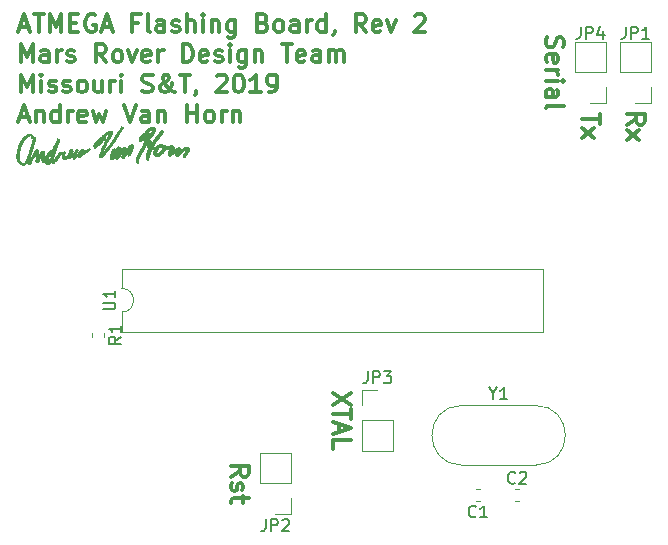
<source format=gbr>
G04 #@! TF.GenerationSoftware,KiCad,Pcbnew,(5.0.2)-1*
G04 #@! TF.CreationDate,2020-05-31T20:37:23-05:00*
G04 #@! TF.ProjectId,ATMEGABootloader_Hardware,41544d45-4741-4426-9f6f-746c6f616465,rev?*
G04 #@! TF.SameCoordinates,Original*
G04 #@! TF.FileFunction,Legend,Top*
G04 #@! TF.FilePolarity,Positive*
%FSLAX46Y46*%
G04 Gerber Fmt 4.6, Leading zero omitted, Abs format (unit mm)*
G04 Created by KiCad (PCBNEW (5.0.2)-1) date 5/31/2020 8:37:23 PM*
%MOMM*%
%LPD*%
G01*
G04 APERTURE LIST*
%ADD10C,0.300000*%
%ADD11C,0.120000*%
%ADD12C,0.010000*%
%ADD13C,0.150000*%
G04 APERTURE END LIST*
D10*
X142466714Y-74657000D02*
X143181000Y-74657000D01*
X142323857Y-75085571D02*
X142823857Y-73585571D01*
X143323857Y-75085571D01*
X143609571Y-73585571D02*
X144466714Y-73585571D01*
X144038142Y-75085571D02*
X144038142Y-73585571D01*
X144966714Y-75085571D02*
X144966714Y-73585571D01*
X145466714Y-74657000D01*
X145966714Y-73585571D01*
X145966714Y-75085571D01*
X146681000Y-74299857D02*
X147181000Y-74299857D01*
X147395285Y-75085571D02*
X146681000Y-75085571D01*
X146681000Y-73585571D01*
X147395285Y-73585571D01*
X148823857Y-73657000D02*
X148681000Y-73585571D01*
X148466714Y-73585571D01*
X148252428Y-73657000D01*
X148109571Y-73799857D01*
X148038142Y-73942714D01*
X147966714Y-74228428D01*
X147966714Y-74442714D01*
X148038142Y-74728428D01*
X148109571Y-74871285D01*
X148252428Y-75014142D01*
X148466714Y-75085571D01*
X148609571Y-75085571D01*
X148823857Y-75014142D01*
X148895285Y-74942714D01*
X148895285Y-74442714D01*
X148609571Y-74442714D01*
X149466714Y-74657000D02*
X150181000Y-74657000D01*
X149323857Y-75085571D02*
X149823857Y-73585571D01*
X150323857Y-75085571D01*
X152466714Y-74299857D02*
X151966714Y-74299857D01*
X151966714Y-75085571D02*
X151966714Y-73585571D01*
X152681000Y-73585571D01*
X153466714Y-75085571D02*
X153323857Y-75014142D01*
X153252428Y-74871285D01*
X153252428Y-73585571D01*
X154681000Y-75085571D02*
X154681000Y-74299857D01*
X154609571Y-74157000D01*
X154466714Y-74085571D01*
X154181000Y-74085571D01*
X154038142Y-74157000D01*
X154681000Y-75014142D02*
X154538142Y-75085571D01*
X154181000Y-75085571D01*
X154038142Y-75014142D01*
X153966714Y-74871285D01*
X153966714Y-74728428D01*
X154038142Y-74585571D01*
X154181000Y-74514142D01*
X154538142Y-74514142D01*
X154681000Y-74442714D01*
X155323857Y-75014142D02*
X155466714Y-75085571D01*
X155752428Y-75085571D01*
X155895285Y-75014142D01*
X155966714Y-74871285D01*
X155966714Y-74799857D01*
X155895285Y-74657000D01*
X155752428Y-74585571D01*
X155538142Y-74585571D01*
X155395285Y-74514142D01*
X155323857Y-74371285D01*
X155323857Y-74299857D01*
X155395285Y-74157000D01*
X155538142Y-74085571D01*
X155752428Y-74085571D01*
X155895285Y-74157000D01*
X156609571Y-75085571D02*
X156609571Y-73585571D01*
X157252428Y-75085571D02*
X157252428Y-74299857D01*
X157181000Y-74157000D01*
X157038142Y-74085571D01*
X156823857Y-74085571D01*
X156681000Y-74157000D01*
X156609571Y-74228428D01*
X157966714Y-75085571D02*
X157966714Y-74085571D01*
X157966714Y-73585571D02*
X157895285Y-73657000D01*
X157966714Y-73728428D01*
X158038142Y-73657000D01*
X157966714Y-73585571D01*
X157966714Y-73728428D01*
X158681000Y-74085571D02*
X158681000Y-75085571D01*
X158681000Y-74228428D02*
X158752428Y-74157000D01*
X158895285Y-74085571D01*
X159109571Y-74085571D01*
X159252428Y-74157000D01*
X159323857Y-74299857D01*
X159323857Y-75085571D01*
X160681000Y-74085571D02*
X160681000Y-75299857D01*
X160609571Y-75442714D01*
X160538142Y-75514142D01*
X160395285Y-75585571D01*
X160181000Y-75585571D01*
X160038142Y-75514142D01*
X160681000Y-75014142D02*
X160538142Y-75085571D01*
X160252428Y-75085571D01*
X160109571Y-75014142D01*
X160038142Y-74942714D01*
X159966714Y-74799857D01*
X159966714Y-74371285D01*
X160038142Y-74228428D01*
X160109571Y-74157000D01*
X160252428Y-74085571D01*
X160538142Y-74085571D01*
X160681000Y-74157000D01*
X163038142Y-74299857D02*
X163252428Y-74371285D01*
X163323857Y-74442714D01*
X163395285Y-74585571D01*
X163395285Y-74799857D01*
X163323857Y-74942714D01*
X163252428Y-75014142D01*
X163109571Y-75085571D01*
X162538142Y-75085571D01*
X162538142Y-73585571D01*
X163038142Y-73585571D01*
X163181000Y-73657000D01*
X163252428Y-73728428D01*
X163323857Y-73871285D01*
X163323857Y-74014142D01*
X163252428Y-74157000D01*
X163181000Y-74228428D01*
X163038142Y-74299857D01*
X162538142Y-74299857D01*
X164252428Y-75085571D02*
X164109571Y-75014142D01*
X164038142Y-74942714D01*
X163966714Y-74799857D01*
X163966714Y-74371285D01*
X164038142Y-74228428D01*
X164109571Y-74157000D01*
X164252428Y-74085571D01*
X164466714Y-74085571D01*
X164609571Y-74157000D01*
X164681000Y-74228428D01*
X164752428Y-74371285D01*
X164752428Y-74799857D01*
X164681000Y-74942714D01*
X164609571Y-75014142D01*
X164466714Y-75085571D01*
X164252428Y-75085571D01*
X166038142Y-75085571D02*
X166038142Y-74299857D01*
X165966714Y-74157000D01*
X165823857Y-74085571D01*
X165538142Y-74085571D01*
X165395285Y-74157000D01*
X166038142Y-75014142D02*
X165895285Y-75085571D01*
X165538142Y-75085571D01*
X165395285Y-75014142D01*
X165323857Y-74871285D01*
X165323857Y-74728428D01*
X165395285Y-74585571D01*
X165538142Y-74514142D01*
X165895285Y-74514142D01*
X166038142Y-74442714D01*
X166752428Y-75085571D02*
X166752428Y-74085571D01*
X166752428Y-74371285D02*
X166823857Y-74228428D01*
X166895285Y-74157000D01*
X167038142Y-74085571D01*
X167181000Y-74085571D01*
X168323857Y-75085571D02*
X168323857Y-73585571D01*
X168323857Y-75014142D02*
X168181000Y-75085571D01*
X167895285Y-75085571D01*
X167752428Y-75014142D01*
X167681000Y-74942714D01*
X167609571Y-74799857D01*
X167609571Y-74371285D01*
X167681000Y-74228428D01*
X167752428Y-74157000D01*
X167895285Y-74085571D01*
X168181000Y-74085571D01*
X168323857Y-74157000D01*
X169109571Y-75014142D02*
X169109571Y-75085571D01*
X169038142Y-75228428D01*
X168966714Y-75299857D01*
X171752428Y-75085571D02*
X171252428Y-74371285D01*
X170895285Y-75085571D02*
X170895285Y-73585571D01*
X171466714Y-73585571D01*
X171609571Y-73657000D01*
X171681000Y-73728428D01*
X171752428Y-73871285D01*
X171752428Y-74085571D01*
X171681000Y-74228428D01*
X171609571Y-74299857D01*
X171466714Y-74371285D01*
X170895285Y-74371285D01*
X172966714Y-75014142D02*
X172823857Y-75085571D01*
X172538142Y-75085571D01*
X172395285Y-75014142D01*
X172323857Y-74871285D01*
X172323857Y-74299857D01*
X172395285Y-74157000D01*
X172538142Y-74085571D01*
X172823857Y-74085571D01*
X172966714Y-74157000D01*
X173038142Y-74299857D01*
X173038142Y-74442714D01*
X172323857Y-74585571D01*
X173538142Y-74085571D02*
X173895285Y-75085571D01*
X174252428Y-74085571D01*
X175895285Y-73728428D02*
X175966714Y-73657000D01*
X176109571Y-73585571D01*
X176466714Y-73585571D01*
X176609571Y-73657000D01*
X176681000Y-73728428D01*
X176752428Y-73871285D01*
X176752428Y-74014142D01*
X176681000Y-74228428D01*
X175823857Y-75085571D01*
X176752428Y-75085571D01*
X142538142Y-77635571D02*
X142538142Y-76135571D01*
X143038142Y-77207000D01*
X143538142Y-76135571D01*
X143538142Y-77635571D01*
X144895285Y-77635571D02*
X144895285Y-76849857D01*
X144823857Y-76707000D01*
X144681000Y-76635571D01*
X144395285Y-76635571D01*
X144252428Y-76707000D01*
X144895285Y-77564142D02*
X144752428Y-77635571D01*
X144395285Y-77635571D01*
X144252428Y-77564142D01*
X144181000Y-77421285D01*
X144181000Y-77278428D01*
X144252428Y-77135571D01*
X144395285Y-77064142D01*
X144752428Y-77064142D01*
X144895285Y-76992714D01*
X145609571Y-77635571D02*
X145609571Y-76635571D01*
X145609571Y-76921285D02*
X145681000Y-76778428D01*
X145752428Y-76707000D01*
X145895285Y-76635571D01*
X146038142Y-76635571D01*
X146466714Y-77564142D02*
X146609571Y-77635571D01*
X146895285Y-77635571D01*
X147038142Y-77564142D01*
X147109571Y-77421285D01*
X147109571Y-77349857D01*
X147038142Y-77207000D01*
X146895285Y-77135571D01*
X146681000Y-77135571D01*
X146538142Y-77064142D01*
X146466714Y-76921285D01*
X146466714Y-76849857D01*
X146538142Y-76707000D01*
X146681000Y-76635571D01*
X146895285Y-76635571D01*
X147038142Y-76707000D01*
X149752428Y-77635571D02*
X149252428Y-76921285D01*
X148895285Y-77635571D02*
X148895285Y-76135571D01*
X149466714Y-76135571D01*
X149609571Y-76207000D01*
X149681000Y-76278428D01*
X149752428Y-76421285D01*
X149752428Y-76635571D01*
X149681000Y-76778428D01*
X149609571Y-76849857D01*
X149466714Y-76921285D01*
X148895285Y-76921285D01*
X150609571Y-77635571D02*
X150466714Y-77564142D01*
X150395285Y-77492714D01*
X150323857Y-77349857D01*
X150323857Y-76921285D01*
X150395285Y-76778428D01*
X150466714Y-76707000D01*
X150609571Y-76635571D01*
X150823857Y-76635571D01*
X150966714Y-76707000D01*
X151038142Y-76778428D01*
X151109571Y-76921285D01*
X151109571Y-77349857D01*
X151038142Y-77492714D01*
X150966714Y-77564142D01*
X150823857Y-77635571D01*
X150609571Y-77635571D01*
X151609571Y-76635571D02*
X151966714Y-77635571D01*
X152323857Y-76635571D01*
X153466714Y-77564142D02*
X153323857Y-77635571D01*
X153038142Y-77635571D01*
X152895285Y-77564142D01*
X152823857Y-77421285D01*
X152823857Y-76849857D01*
X152895285Y-76707000D01*
X153038142Y-76635571D01*
X153323857Y-76635571D01*
X153466714Y-76707000D01*
X153538142Y-76849857D01*
X153538142Y-76992714D01*
X152823857Y-77135571D01*
X154181000Y-77635571D02*
X154181000Y-76635571D01*
X154181000Y-76921285D02*
X154252428Y-76778428D01*
X154323857Y-76707000D01*
X154466714Y-76635571D01*
X154609571Y-76635571D01*
X156252428Y-77635571D02*
X156252428Y-76135571D01*
X156609571Y-76135571D01*
X156823857Y-76207000D01*
X156966714Y-76349857D01*
X157038142Y-76492714D01*
X157109571Y-76778428D01*
X157109571Y-76992714D01*
X157038142Y-77278428D01*
X156966714Y-77421285D01*
X156823857Y-77564142D01*
X156609571Y-77635571D01*
X156252428Y-77635571D01*
X158323857Y-77564142D02*
X158181000Y-77635571D01*
X157895285Y-77635571D01*
X157752428Y-77564142D01*
X157681000Y-77421285D01*
X157681000Y-76849857D01*
X157752428Y-76707000D01*
X157895285Y-76635571D01*
X158181000Y-76635571D01*
X158323857Y-76707000D01*
X158395285Y-76849857D01*
X158395285Y-76992714D01*
X157681000Y-77135571D01*
X158966714Y-77564142D02*
X159109571Y-77635571D01*
X159395285Y-77635571D01*
X159538142Y-77564142D01*
X159609571Y-77421285D01*
X159609571Y-77349857D01*
X159538142Y-77207000D01*
X159395285Y-77135571D01*
X159181000Y-77135571D01*
X159038142Y-77064142D01*
X158966714Y-76921285D01*
X158966714Y-76849857D01*
X159038142Y-76707000D01*
X159181000Y-76635571D01*
X159395285Y-76635571D01*
X159538142Y-76707000D01*
X160252428Y-77635571D02*
X160252428Y-76635571D01*
X160252428Y-76135571D02*
X160181000Y-76207000D01*
X160252428Y-76278428D01*
X160323857Y-76207000D01*
X160252428Y-76135571D01*
X160252428Y-76278428D01*
X161609571Y-76635571D02*
X161609571Y-77849857D01*
X161538142Y-77992714D01*
X161466714Y-78064142D01*
X161323857Y-78135571D01*
X161109571Y-78135571D01*
X160966714Y-78064142D01*
X161609571Y-77564142D02*
X161466714Y-77635571D01*
X161181000Y-77635571D01*
X161038142Y-77564142D01*
X160966714Y-77492714D01*
X160895285Y-77349857D01*
X160895285Y-76921285D01*
X160966714Y-76778428D01*
X161038142Y-76707000D01*
X161181000Y-76635571D01*
X161466714Y-76635571D01*
X161609571Y-76707000D01*
X162323857Y-76635571D02*
X162323857Y-77635571D01*
X162323857Y-76778428D02*
X162395285Y-76707000D01*
X162538142Y-76635571D01*
X162752428Y-76635571D01*
X162895285Y-76707000D01*
X162966714Y-76849857D01*
X162966714Y-77635571D01*
X164609571Y-76135571D02*
X165466714Y-76135571D01*
X165038142Y-77635571D02*
X165038142Y-76135571D01*
X166538142Y-77564142D02*
X166395285Y-77635571D01*
X166109571Y-77635571D01*
X165966714Y-77564142D01*
X165895285Y-77421285D01*
X165895285Y-76849857D01*
X165966714Y-76707000D01*
X166109571Y-76635571D01*
X166395285Y-76635571D01*
X166538142Y-76707000D01*
X166609571Y-76849857D01*
X166609571Y-76992714D01*
X165895285Y-77135571D01*
X167895285Y-77635571D02*
X167895285Y-76849857D01*
X167823857Y-76707000D01*
X167681000Y-76635571D01*
X167395285Y-76635571D01*
X167252428Y-76707000D01*
X167895285Y-77564142D02*
X167752428Y-77635571D01*
X167395285Y-77635571D01*
X167252428Y-77564142D01*
X167181000Y-77421285D01*
X167181000Y-77278428D01*
X167252428Y-77135571D01*
X167395285Y-77064142D01*
X167752428Y-77064142D01*
X167895285Y-76992714D01*
X168609571Y-77635571D02*
X168609571Y-76635571D01*
X168609571Y-76778428D02*
X168681000Y-76707000D01*
X168823857Y-76635571D01*
X169038142Y-76635571D01*
X169181000Y-76707000D01*
X169252428Y-76849857D01*
X169252428Y-77635571D01*
X169252428Y-76849857D02*
X169323857Y-76707000D01*
X169466714Y-76635571D01*
X169681000Y-76635571D01*
X169823857Y-76707000D01*
X169895285Y-76849857D01*
X169895285Y-77635571D01*
X142538142Y-80185571D02*
X142538142Y-78685571D01*
X143038142Y-79757000D01*
X143538142Y-78685571D01*
X143538142Y-80185571D01*
X144252428Y-80185571D02*
X144252428Y-79185571D01*
X144252428Y-78685571D02*
X144181000Y-78757000D01*
X144252428Y-78828428D01*
X144323857Y-78757000D01*
X144252428Y-78685571D01*
X144252428Y-78828428D01*
X144895285Y-80114142D02*
X145038142Y-80185571D01*
X145323857Y-80185571D01*
X145466714Y-80114142D01*
X145538142Y-79971285D01*
X145538142Y-79899857D01*
X145466714Y-79757000D01*
X145323857Y-79685571D01*
X145109571Y-79685571D01*
X144966714Y-79614142D01*
X144895285Y-79471285D01*
X144895285Y-79399857D01*
X144966714Y-79257000D01*
X145109571Y-79185571D01*
X145323857Y-79185571D01*
X145466714Y-79257000D01*
X146109571Y-80114142D02*
X146252428Y-80185571D01*
X146538142Y-80185571D01*
X146681000Y-80114142D01*
X146752428Y-79971285D01*
X146752428Y-79899857D01*
X146681000Y-79757000D01*
X146538142Y-79685571D01*
X146323857Y-79685571D01*
X146181000Y-79614142D01*
X146109571Y-79471285D01*
X146109571Y-79399857D01*
X146181000Y-79257000D01*
X146323857Y-79185571D01*
X146538142Y-79185571D01*
X146681000Y-79257000D01*
X147609571Y-80185571D02*
X147466714Y-80114142D01*
X147395285Y-80042714D01*
X147323857Y-79899857D01*
X147323857Y-79471285D01*
X147395285Y-79328428D01*
X147466714Y-79257000D01*
X147609571Y-79185571D01*
X147823857Y-79185571D01*
X147966714Y-79257000D01*
X148038142Y-79328428D01*
X148109571Y-79471285D01*
X148109571Y-79899857D01*
X148038142Y-80042714D01*
X147966714Y-80114142D01*
X147823857Y-80185571D01*
X147609571Y-80185571D01*
X149395285Y-79185571D02*
X149395285Y-80185571D01*
X148752428Y-79185571D02*
X148752428Y-79971285D01*
X148823857Y-80114142D01*
X148966714Y-80185571D01*
X149181000Y-80185571D01*
X149323857Y-80114142D01*
X149395285Y-80042714D01*
X150109571Y-80185571D02*
X150109571Y-79185571D01*
X150109571Y-79471285D02*
X150181000Y-79328428D01*
X150252428Y-79257000D01*
X150395285Y-79185571D01*
X150538142Y-79185571D01*
X151038142Y-80185571D02*
X151038142Y-79185571D01*
X151038142Y-78685571D02*
X150966714Y-78757000D01*
X151038142Y-78828428D01*
X151109571Y-78757000D01*
X151038142Y-78685571D01*
X151038142Y-78828428D01*
X152823857Y-80114142D02*
X153038142Y-80185571D01*
X153395285Y-80185571D01*
X153538142Y-80114142D01*
X153609571Y-80042714D01*
X153681000Y-79899857D01*
X153681000Y-79757000D01*
X153609571Y-79614142D01*
X153538142Y-79542714D01*
X153395285Y-79471285D01*
X153109571Y-79399857D01*
X152966714Y-79328428D01*
X152895285Y-79257000D01*
X152823857Y-79114142D01*
X152823857Y-78971285D01*
X152895285Y-78828428D01*
X152966714Y-78757000D01*
X153109571Y-78685571D01*
X153466714Y-78685571D01*
X153681000Y-78757000D01*
X155538142Y-80185571D02*
X155466714Y-80185571D01*
X155323857Y-80114142D01*
X155109571Y-79899857D01*
X154752428Y-79471285D01*
X154609571Y-79257000D01*
X154538142Y-79042714D01*
X154538142Y-78899857D01*
X154609571Y-78757000D01*
X154752428Y-78685571D01*
X154823857Y-78685571D01*
X154966714Y-78757000D01*
X155038142Y-78899857D01*
X155038142Y-78971285D01*
X154966714Y-79114142D01*
X154895285Y-79185571D01*
X154466714Y-79471285D01*
X154395285Y-79542714D01*
X154323857Y-79685571D01*
X154323857Y-79899857D01*
X154395285Y-80042714D01*
X154466714Y-80114142D01*
X154609571Y-80185571D01*
X154823857Y-80185571D01*
X154966714Y-80114142D01*
X155038142Y-80042714D01*
X155252428Y-79757000D01*
X155323857Y-79542714D01*
X155323857Y-79399857D01*
X155966714Y-78685571D02*
X156823857Y-78685571D01*
X156395285Y-80185571D02*
X156395285Y-78685571D01*
X157395285Y-80114142D02*
X157395285Y-80185571D01*
X157323857Y-80328428D01*
X157252428Y-80399857D01*
X159109571Y-78828428D02*
X159181000Y-78757000D01*
X159323857Y-78685571D01*
X159681000Y-78685571D01*
X159823857Y-78757000D01*
X159895285Y-78828428D01*
X159966714Y-78971285D01*
X159966714Y-79114142D01*
X159895285Y-79328428D01*
X159038142Y-80185571D01*
X159966714Y-80185571D01*
X160895285Y-78685571D02*
X161038142Y-78685571D01*
X161181000Y-78757000D01*
X161252428Y-78828428D01*
X161323857Y-78971285D01*
X161395285Y-79257000D01*
X161395285Y-79614142D01*
X161323857Y-79899857D01*
X161252428Y-80042714D01*
X161181000Y-80114142D01*
X161038142Y-80185571D01*
X160895285Y-80185571D01*
X160752428Y-80114142D01*
X160681000Y-80042714D01*
X160609571Y-79899857D01*
X160538142Y-79614142D01*
X160538142Y-79257000D01*
X160609571Y-78971285D01*
X160681000Y-78828428D01*
X160752428Y-78757000D01*
X160895285Y-78685571D01*
X162823857Y-80185571D02*
X161966714Y-80185571D01*
X162395285Y-80185571D02*
X162395285Y-78685571D01*
X162252428Y-78899857D01*
X162109571Y-79042714D01*
X161966714Y-79114142D01*
X163538142Y-80185571D02*
X163823857Y-80185571D01*
X163966714Y-80114142D01*
X164038142Y-80042714D01*
X164181000Y-79828428D01*
X164252428Y-79542714D01*
X164252428Y-78971285D01*
X164181000Y-78828428D01*
X164109571Y-78757000D01*
X163966714Y-78685571D01*
X163681000Y-78685571D01*
X163538142Y-78757000D01*
X163466714Y-78828428D01*
X163395285Y-78971285D01*
X163395285Y-79328428D01*
X163466714Y-79471285D01*
X163538142Y-79542714D01*
X163681000Y-79614142D01*
X163966714Y-79614142D01*
X164109571Y-79542714D01*
X164181000Y-79471285D01*
X164252428Y-79328428D01*
X142466714Y-82307000D02*
X143181000Y-82307000D01*
X142323857Y-82735571D02*
X142823857Y-81235571D01*
X143323857Y-82735571D01*
X143823857Y-81735571D02*
X143823857Y-82735571D01*
X143823857Y-81878428D02*
X143895285Y-81807000D01*
X144038142Y-81735571D01*
X144252428Y-81735571D01*
X144395285Y-81807000D01*
X144466714Y-81949857D01*
X144466714Y-82735571D01*
X145823857Y-82735571D02*
X145823857Y-81235571D01*
X145823857Y-82664142D02*
X145681000Y-82735571D01*
X145395285Y-82735571D01*
X145252428Y-82664142D01*
X145181000Y-82592714D01*
X145109571Y-82449857D01*
X145109571Y-82021285D01*
X145181000Y-81878428D01*
X145252428Y-81807000D01*
X145395285Y-81735571D01*
X145681000Y-81735571D01*
X145823857Y-81807000D01*
X146538142Y-82735571D02*
X146538142Y-81735571D01*
X146538142Y-82021285D02*
X146609571Y-81878428D01*
X146681000Y-81807000D01*
X146823857Y-81735571D01*
X146966714Y-81735571D01*
X148038142Y-82664142D02*
X147895285Y-82735571D01*
X147609571Y-82735571D01*
X147466714Y-82664142D01*
X147395285Y-82521285D01*
X147395285Y-81949857D01*
X147466714Y-81807000D01*
X147609571Y-81735571D01*
X147895285Y-81735571D01*
X148038142Y-81807000D01*
X148109571Y-81949857D01*
X148109571Y-82092714D01*
X147395285Y-82235571D01*
X148609571Y-81735571D02*
X148895285Y-82735571D01*
X149181000Y-82021285D01*
X149466714Y-82735571D01*
X149752428Y-81735571D01*
X151252428Y-81235571D02*
X151752428Y-82735571D01*
X152252428Y-81235571D01*
X153395285Y-82735571D02*
X153395285Y-81949857D01*
X153323857Y-81807000D01*
X153181000Y-81735571D01*
X152895285Y-81735571D01*
X152752428Y-81807000D01*
X153395285Y-82664142D02*
X153252428Y-82735571D01*
X152895285Y-82735571D01*
X152752428Y-82664142D01*
X152681000Y-82521285D01*
X152681000Y-82378428D01*
X152752428Y-82235571D01*
X152895285Y-82164142D01*
X153252428Y-82164142D01*
X153395285Y-82092714D01*
X154109571Y-81735571D02*
X154109571Y-82735571D01*
X154109571Y-81878428D02*
X154181000Y-81807000D01*
X154323857Y-81735571D01*
X154538142Y-81735571D01*
X154681000Y-81807000D01*
X154752428Y-81949857D01*
X154752428Y-82735571D01*
X156609571Y-82735571D02*
X156609571Y-81235571D01*
X156609571Y-81949857D02*
X157466714Y-81949857D01*
X157466714Y-82735571D02*
X157466714Y-81235571D01*
X158395285Y-82735571D02*
X158252428Y-82664142D01*
X158181000Y-82592714D01*
X158109571Y-82449857D01*
X158109571Y-82021285D01*
X158181000Y-81878428D01*
X158252428Y-81807000D01*
X158395285Y-81735571D01*
X158609571Y-81735571D01*
X158752428Y-81807000D01*
X158823857Y-81878428D01*
X158895285Y-82021285D01*
X158895285Y-82449857D01*
X158823857Y-82592714D01*
X158752428Y-82664142D01*
X158609571Y-82735571D01*
X158395285Y-82735571D01*
X159538142Y-82735571D02*
X159538142Y-81735571D01*
X159538142Y-82021285D02*
X159609571Y-81878428D01*
X159681000Y-81807000D01*
X159823857Y-81735571D01*
X159966714Y-81735571D01*
X160466714Y-81735571D02*
X160466714Y-82735571D01*
X160466714Y-81878428D02*
X160538142Y-81807000D01*
X160681000Y-81735571D01*
X160895285Y-81735571D01*
X161038142Y-81807000D01*
X161109571Y-81949857D01*
X161109571Y-82735571D01*
X193885428Y-82915142D02*
X194599714Y-82415142D01*
X193885428Y-82058000D02*
X195385428Y-82058000D01*
X195385428Y-82629428D01*
X195314000Y-82772285D01*
X195242571Y-82843714D01*
X195099714Y-82915142D01*
X194885428Y-82915142D01*
X194742571Y-82843714D01*
X194671142Y-82772285D01*
X194599714Y-82629428D01*
X194599714Y-82058000D01*
X193885428Y-83415142D02*
X194885428Y-84200857D01*
X194885428Y-83415142D02*
X193885428Y-84200857D01*
X191575428Y-82022285D02*
X191575428Y-82879428D01*
X190075428Y-82450857D02*
X191575428Y-82450857D01*
X190075428Y-83236571D02*
X191075428Y-84022285D01*
X191075428Y-83236571D02*
X190075428Y-84022285D01*
X160357428Y-112712571D02*
X161071714Y-112212571D01*
X160357428Y-111855428D02*
X161857428Y-111855428D01*
X161857428Y-112426857D01*
X161786000Y-112569714D01*
X161714571Y-112641142D01*
X161571714Y-112712571D01*
X161357428Y-112712571D01*
X161214571Y-112641142D01*
X161143142Y-112569714D01*
X161071714Y-112426857D01*
X161071714Y-111855428D01*
X160428857Y-113284000D02*
X160357428Y-113426857D01*
X160357428Y-113712571D01*
X160428857Y-113855428D01*
X160571714Y-113926857D01*
X160643142Y-113926857D01*
X160786000Y-113855428D01*
X160857428Y-113712571D01*
X160857428Y-113498285D01*
X160928857Y-113355428D01*
X161071714Y-113284000D01*
X161143142Y-113284000D01*
X161286000Y-113355428D01*
X161357428Y-113498285D01*
X161357428Y-113712571D01*
X161286000Y-113855428D01*
X161357428Y-114355428D02*
X161357428Y-114926857D01*
X161857428Y-114569714D02*
X160571714Y-114569714D01*
X160428857Y-114641142D01*
X160357428Y-114784000D01*
X160357428Y-114926857D01*
X187098857Y-75521714D02*
X187027428Y-75736000D01*
X187027428Y-76093142D01*
X187098857Y-76236000D01*
X187170285Y-76307428D01*
X187313142Y-76378857D01*
X187456000Y-76378857D01*
X187598857Y-76307428D01*
X187670285Y-76236000D01*
X187741714Y-76093142D01*
X187813142Y-75807428D01*
X187884571Y-75664571D01*
X187956000Y-75593142D01*
X188098857Y-75521714D01*
X188241714Y-75521714D01*
X188384571Y-75593142D01*
X188456000Y-75664571D01*
X188527428Y-75807428D01*
X188527428Y-76164571D01*
X188456000Y-76378857D01*
X187098857Y-77593142D02*
X187027428Y-77450285D01*
X187027428Y-77164571D01*
X187098857Y-77021714D01*
X187241714Y-76950285D01*
X187813142Y-76950285D01*
X187956000Y-77021714D01*
X188027428Y-77164571D01*
X188027428Y-77450285D01*
X187956000Y-77593142D01*
X187813142Y-77664571D01*
X187670285Y-77664571D01*
X187527428Y-76950285D01*
X187027428Y-78307428D02*
X188027428Y-78307428D01*
X187741714Y-78307428D02*
X187884571Y-78378857D01*
X187956000Y-78450285D01*
X188027428Y-78593142D01*
X188027428Y-78736000D01*
X187027428Y-79236000D02*
X188027428Y-79236000D01*
X188527428Y-79236000D02*
X188456000Y-79164571D01*
X188384571Y-79236000D01*
X188456000Y-79307428D01*
X188527428Y-79236000D01*
X188384571Y-79236000D01*
X187027428Y-80593142D02*
X187813142Y-80593142D01*
X187956000Y-80521714D01*
X188027428Y-80378857D01*
X188027428Y-80093142D01*
X187956000Y-79950285D01*
X187098857Y-80593142D02*
X187027428Y-80450285D01*
X187027428Y-80093142D01*
X187098857Y-79950285D01*
X187241714Y-79878857D01*
X187384571Y-79878857D01*
X187527428Y-79950285D01*
X187598857Y-80093142D01*
X187598857Y-80450285D01*
X187670285Y-80593142D01*
X187027428Y-81521714D02*
X187098857Y-81378857D01*
X187241714Y-81307428D01*
X188527428Y-81307428D01*
X170493428Y-105628571D02*
X168993428Y-106628571D01*
X170493428Y-106628571D02*
X168993428Y-105628571D01*
X170493428Y-106985714D02*
X170493428Y-107842857D01*
X168993428Y-107414285D02*
X170493428Y-107414285D01*
X169422000Y-108271428D02*
X169422000Y-108985714D01*
X168993428Y-108128571D02*
X170493428Y-108628571D01*
X168993428Y-109128571D01*
X168993428Y-110342857D02*
X168993428Y-109628571D01*
X170493428Y-109628571D01*
D11*
G04 #@! TO.C,R1*
X149608000Y-100553733D02*
X149608000Y-100896267D01*
X148588000Y-100553733D02*
X148588000Y-100896267D01*
G04 #@! TO.C,C1*
X181386267Y-114810000D02*
X181043733Y-114810000D01*
X181386267Y-113790000D02*
X181043733Y-113790000D01*
G04 #@! TO.C,C2*
X184373733Y-114810000D02*
X184716267Y-114810000D01*
X184373733Y-113790000D02*
X184716267Y-113790000D01*
G04 #@! TO.C,JP1*
X195894000Y-81086000D02*
X194564000Y-81086000D01*
X195894000Y-79756000D02*
X195894000Y-81086000D01*
X195894000Y-78486000D02*
X193234000Y-78486000D01*
X193234000Y-78486000D02*
X193234000Y-75886000D01*
X195894000Y-78486000D02*
X195894000Y-75886000D01*
X195894000Y-75886000D02*
X193234000Y-75886000D01*
G04 #@! TO.C,JP2*
X165414000Y-110684000D02*
X162754000Y-110684000D01*
X165414000Y-113284000D02*
X165414000Y-110684000D01*
X162754000Y-113284000D02*
X162754000Y-110684000D01*
X165414000Y-113284000D02*
X162754000Y-113284000D01*
X165414000Y-114554000D02*
X165414000Y-115884000D01*
X165414000Y-115884000D02*
X164084000Y-115884000D01*
G04 #@! TO.C,JP3*
X171390000Y-110550000D02*
X174050000Y-110550000D01*
X171390000Y-107950000D02*
X171390000Y-110550000D01*
X174050000Y-107950000D02*
X174050000Y-110550000D01*
X171390000Y-107950000D02*
X174050000Y-107950000D01*
X171390000Y-106680000D02*
X171390000Y-105350000D01*
X171390000Y-105350000D02*
X172720000Y-105350000D01*
G04 #@! TO.C,U1*
X151070000Y-96790000D02*
G75*
G02X151070000Y-98790000I0J-1000000D01*
G01*
X151070000Y-98790000D02*
X151070000Y-100440000D01*
X151070000Y-100440000D02*
X186750000Y-100440000D01*
X186750000Y-100440000D02*
X186750000Y-95140000D01*
X186750000Y-95140000D02*
X151070000Y-95140000D01*
X151070000Y-95140000D02*
X151070000Y-96790000D01*
G04 #@! TO.C,Y1*
X179855000Y-106695000D02*
X186105000Y-106695000D01*
X179855000Y-111745000D02*
X186105000Y-111745000D01*
X179855000Y-111745000D02*
G75*
G02X179855000Y-106695000I0J2525000D01*
G01*
X186105000Y-111745000D02*
G75*
G03X186105000Y-106695000I0J2525000D01*
G01*
G04 #@! TO.C,JP4*
X192084000Y-75886000D02*
X189424000Y-75886000D01*
X192084000Y-78486000D02*
X192084000Y-75886000D01*
X189424000Y-78486000D02*
X189424000Y-75886000D01*
X192084000Y-78486000D02*
X189424000Y-78486000D01*
X192084000Y-79756000D02*
X192084000Y-81086000D01*
X192084000Y-81086000D02*
X190754000Y-81086000D01*
D12*
G04 #@! TO.C,G\002A\002A\002A*
G36*
X151008309Y-83038561D02*
X151041080Y-83059512D01*
X151088007Y-83096470D01*
X151126942Y-83129615D01*
X151143424Y-83156645D01*
X151141740Y-83185198D01*
X151129407Y-83216693D01*
X151104440Y-83264259D01*
X151069798Y-83323098D01*
X151028437Y-83388413D01*
X150983316Y-83455403D01*
X150937393Y-83519272D01*
X150928606Y-83530941D01*
X150892753Y-83580794D01*
X150855896Y-83636484D01*
X150821078Y-83692857D01*
X150791341Y-83744759D01*
X150769728Y-83787036D01*
X150759281Y-83814533D01*
X150758770Y-83818671D01*
X150748858Y-83836302D01*
X150732718Y-83849541D01*
X150712248Y-83868838D01*
X150706667Y-83882802D01*
X150697886Y-83901764D01*
X150675916Y-83928671D01*
X150666579Y-83938050D01*
X150639916Y-83969723D01*
X150609494Y-84015028D01*
X150583596Y-84060974D01*
X150542814Y-84140566D01*
X150510696Y-84200757D01*
X150484762Y-84245697D01*
X150462535Y-84279535D01*
X150441537Y-84306420D01*
X150427980Y-84321487D01*
X150400443Y-84353399D01*
X150368472Y-84394421D01*
X150336102Y-84438821D01*
X150307370Y-84480862D01*
X150286313Y-84514809D01*
X150276966Y-84534928D01*
X150276821Y-84536263D01*
X150268565Y-84552680D01*
X150248292Y-84577699D01*
X150244286Y-84581970D01*
X150219478Y-84611118D01*
X150188160Y-84652255D01*
X150162875Y-84688097D01*
X150117236Y-84753334D01*
X150065402Y-84823958D01*
X150011941Y-84894044D01*
X149961419Y-84957669D01*
X149918403Y-85008908D01*
X149899539Y-85029724D01*
X149865515Y-85066389D01*
X149834636Y-85100916D01*
X149821709Y-85116051D01*
X149799169Y-85143040D01*
X149767085Y-85181082D01*
X149736234Y-85217435D01*
X149698127Y-85268496D01*
X149679222Y-85308953D01*
X149677404Y-85321640D01*
X149666434Y-85368133D01*
X149633697Y-85421912D01*
X149578592Y-85483667D01*
X149500518Y-85554087D01*
X149415925Y-85621061D01*
X149367656Y-85654057D01*
X149327312Y-85670726D01*
X149284907Y-85673655D01*
X149238471Y-85667019D01*
X149209567Y-85652317D01*
X149178816Y-85623949D01*
X149154177Y-85590818D01*
X149143608Y-85561825D01*
X149143590Y-85560883D01*
X149148091Y-85538934D01*
X149160050Y-85500150D01*
X149177155Y-85451845D01*
X149182667Y-85437309D01*
X149200865Y-85387159D01*
X149214545Y-85343948D01*
X149221376Y-85315227D01*
X149221744Y-85310853D01*
X149227111Y-85286790D01*
X149241163Y-85248001D01*
X149260248Y-85204221D01*
X149284291Y-85150341D01*
X149311368Y-85085309D01*
X149335899Y-85022558D01*
X149337465Y-85018359D01*
X149431376Y-84791022D01*
X149481956Y-84686205D01*
X149507263Y-84631943D01*
X149532973Y-84570057D01*
X149546345Y-84534185D01*
X149566007Y-84485745D01*
X149594385Y-84425507D01*
X149626494Y-84363832D01*
X149639047Y-84341461D01*
X149666450Y-84292798D01*
X149688092Y-84252385D01*
X149701148Y-84225612D01*
X149703693Y-84218148D01*
X149710497Y-84202201D01*
X149728109Y-84172232D01*
X149746617Y-84143846D01*
X149774617Y-84098573D01*
X149805930Y-84042018D01*
X149832367Y-83989333D01*
X149856187Y-83941523D01*
X149879155Y-83900277D01*
X149896686Y-83873775D01*
X149898093Y-83872103D01*
X149915722Y-83847120D01*
X149937811Y-83808982D01*
X149961560Y-83763532D01*
X149984171Y-83716611D01*
X150002844Y-83674064D01*
X150014780Y-83641731D01*
X150017179Y-83625456D01*
X150016586Y-83624787D01*
X149996418Y-83625150D01*
X149962090Y-83637367D01*
X149920723Y-83658263D01*
X149879435Y-83684662D01*
X149874928Y-83687971D01*
X149838014Y-83712554D01*
X149790532Y-83740385D01*
X149760537Y-83756345D01*
X149720073Y-83780261D01*
X149671698Y-83813899D01*
X149621346Y-83852506D01*
X149574949Y-83891330D01*
X149538439Y-83925618D01*
X149517748Y-83950619D01*
X149517522Y-83951017D01*
X149515797Y-83965009D01*
X149535091Y-83969705D01*
X149540872Y-83969795D01*
X149586970Y-83977727D01*
X149625167Y-83998369D01*
X149652367Y-84026984D01*
X149665476Y-84058840D01*
X149661398Y-84089201D01*
X149637039Y-84113332D01*
X149635308Y-84114252D01*
X149605775Y-84134205D01*
X149574204Y-84161931D01*
X149572600Y-84163556D01*
X149537475Y-84193851D01*
X149500057Y-84218581D01*
X149468344Y-84245012D01*
X149439063Y-84285156D01*
X149432904Y-84296735D01*
X149384784Y-84374212D01*
X149327643Y-84429220D01*
X149304798Y-84443354D01*
X149280814Y-84460057D01*
X149243401Y-84490616D01*
X149197724Y-84530646D01*
X149150103Y-84574666D01*
X149102472Y-84618333D01*
X149059043Y-84655345D01*
X149024561Y-84681836D01*
X149003775Y-84693941D01*
X149003565Y-84694001D01*
X148980799Y-84704248D01*
X148974257Y-84712782D01*
X148964294Y-84725384D01*
X148938031Y-84748350D01*
X148900904Y-84777689D01*
X148858353Y-84809407D01*
X148815814Y-84839512D01*
X148778724Y-84864013D01*
X148752523Y-84878915D01*
X148744341Y-84881590D01*
X148730225Y-84870694D01*
X148726770Y-84854770D01*
X148722081Y-84836521D01*
X148714644Y-84835444D01*
X148699092Y-84833419D01*
X148686707Y-84808319D01*
X148678110Y-84762995D01*
X148673924Y-84700300D01*
X148673929Y-84648503D01*
X148684563Y-84605715D01*
X148713561Y-84549531D01*
X148758991Y-84482888D01*
X148818922Y-84408724D01*
X148865500Y-84357063D01*
X148901682Y-84317285D01*
X148929828Y-84284045D01*
X148945926Y-84262195D01*
X148948206Y-84256993D01*
X148958920Y-84243841D01*
X148973230Y-84237146D01*
X148990125Y-84225785D01*
X149021997Y-84198987D01*
X149065466Y-84159799D01*
X149101352Y-84126103D01*
X149330333Y-84126103D01*
X149341417Y-84117606D01*
X149358513Y-84100051D01*
X149371800Y-84081346D01*
X149370178Y-84074000D01*
X149354738Y-84083828D01*
X149341998Y-84100051D01*
X149331210Y-84119954D01*
X149330333Y-84126103D01*
X149101352Y-84126103D01*
X149117152Y-84111268D01*
X149172937Y-84057166D01*
X149272266Y-83960101D01*
X149356864Y-83879346D01*
X149429855Y-83812242D01*
X149494363Y-83756128D01*
X149553513Y-83708347D01*
X149610429Y-83666238D01*
X149668237Y-83627143D01*
X149707367Y-83602338D01*
X149773841Y-83562597D01*
X149848769Y-83520128D01*
X149919607Y-83481971D01*
X149944667Y-83469152D01*
X149998839Y-83442512D01*
X150036613Y-83426151D01*
X150064730Y-83418369D01*
X150089928Y-83417470D01*
X150118944Y-83421753D01*
X150126718Y-83423263D01*
X150178486Y-83437218D01*
X150209994Y-83457746D01*
X150227024Y-83490637D01*
X150234248Y-83530974D01*
X150234852Y-83579421D01*
X150228515Y-83635522D01*
X150217027Y-83689804D01*
X150202182Y-83732796D01*
X150193109Y-83748359D01*
X150177983Y-83772027D01*
X150158666Y-83807531D01*
X150152432Y-83820000D01*
X150129260Y-83862187D01*
X150103986Y-83900819D01*
X150098839Y-83907591D01*
X150077753Y-83938804D01*
X150052399Y-83982794D01*
X150034084Y-84018309D01*
X150009447Y-84066326D01*
X149984067Y-84111651D01*
X149968775Y-84136304D01*
X149947272Y-84174932D01*
X149932718Y-84212801D01*
X149931773Y-84216685D01*
X149917063Y-84252139D01*
X149892381Y-84287819D01*
X149889983Y-84290478D01*
X149866661Y-84321216D01*
X149836319Y-84368849D01*
X149802734Y-84426566D01*
X149769682Y-84487552D01*
X149740941Y-84544995D01*
X149720286Y-84592083D01*
X149715606Y-84605038D01*
X149701484Y-84641655D01*
X149679943Y-84690627D01*
X149656061Y-84740509D01*
X149635038Y-84783453D01*
X149619587Y-84816940D01*
X149612640Y-84834574D01*
X149612513Y-84835445D01*
X149607394Y-84849863D01*
X149593516Y-84882762D01*
X149573101Y-84928998D01*
X149552402Y-84974652D01*
X149525104Y-85038098D01*
X149500825Y-85101699D01*
X149481110Y-85160517D01*
X149467505Y-85209614D01*
X149461553Y-85244051D01*
X149463715Y-85258159D01*
X149475176Y-85252499D01*
X149499425Y-85230077D01*
X149533125Y-85194590D01*
X149572938Y-85149737D01*
X149615526Y-85099214D01*
X149657550Y-85046720D01*
X149674307Y-85024872D01*
X149708102Y-84980694D01*
X149737044Y-84943846D01*
X149756843Y-84919742D01*
X149761983Y-84914154D01*
X149776620Y-84897042D01*
X149800408Y-84866003D01*
X149822270Y-84836000D01*
X149852498Y-84794645D01*
X149881253Y-84756986D01*
X149896354Y-84738308D01*
X149951264Y-84672868D01*
X149996143Y-84617185D01*
X150037163Y-84563157D01*
X150080494Y-84502677D01*
X150127026Y-84435362D01*
X150168967Y-84373972D01*
X150209537Y-84314380D01*
X150244519Y-84262793D01*
X150269697Y-84225418D01*
X150272717Y-84220898D01*
X150305334Y-84173288D01*
X150340574Y-84123767D01*
X150355250Y-84103826D01*
X150378513Y-84068619D01*
X150408304Y-84017690D01*
X150440137Y-83958923D01*
X150460107Y-83919628D01*
X150492783Y-83857529D01*
X150528706Y-83795845D01*
X150562498Y-83743553D01*
X150579471Y-83720469D01*
X150612068Y-83676416D01*
X150640696Y-83632400D01*
X150656572Y-83603187D01*
X150677044Y-83568979D01*
X150713300Y-83519966D01*
X150762533Y-83459591D01*
X150821935Y-83391297D01*
X150888594Y-83318640D01*
X150916272Y-83283131D01*
X150947157Y-83234357D01*
X150973631Y-83184724D01*
X151015885Y-83096271D01*
X150990587Y-83064110D01*
X150974697Y-83041938D01*
X150975322Y-83033270D01*
X150987310Y-83031949D01*
X151008309Y-83038561D01*
X151008309Y-83038561D01*
G37*
X151008309Y-83038561D02*
X151041080Y-83059512D01*
X151088007Y-83096470D01*
X151126942Y-83129615D01*
X151143424Y-83156645D01*
X151141740Y-83185198D01*
X151129407Y-83216693D01*
X151104440Y-83264259D01*
X151069798Y-83323098D01*
X151028437Y-83388413D01*
X150983316Y-83455403D01*
X150937393Y-83519272D01*
X150928606Y-83530941D01*
X150892753Y-83580794D01*
X150855896Y-83636484D01*
X150821078Y-83692857D01*
X150791341Y-83744759D01*
X150769728Y-83787036D01*
X150759281Y-83814533D01*
X150758770Y-83818671D01*
X150748858Y-83836302D01*
X150732718Y-83849541D01*
X150712248Y-83868838D01*
X150706667Y-83882802D01*
X150697886Y-83901764D01*
X150675916Y-83928671D01*
X150666579Y-83938050D01*
X150639916Y-83969723D01*
X150609494Y-84015028D01*
X150583596Y-84060974D01*
X150542814Y-84140566D01*
X150510696Y-84200757D01*
X150484762Y-84245697D01*
X150462535Y-84279535D01*
X150441537Y-84306420D01*
X150427980Y-84321487D01*
X150400443Y-84353399D01*
X150368472Y-84394421D01*
X150336102Y-84438821D01*
X150307370Y-84480862D01*
X150286313Y-84514809D01*
X150276966Y-84534928D01*
X150276821Y-84536263D01*
X150268565Y-84552680D01*
X150248292Y-84577699D01*
X150244286Y-84581970D01*
X150219478Y-84611118D01*
X150188160Y-84652255D01*
X150162875Y-84688097D01*
X150117236Y-84753334D01*
X150065402Y-84823958D01*
X150011941Y-84894044D01*
X149961419Y-84957669D01*
X149918403Y-85008908D01*
X149899539Y-85029724D01*
X149865515Y-85066389D01*
X149834636Y-85100916D01*
X149821709Y-85116051D01*
X149799169Y-85143040D01*
X149767085Y-85181082D01*
X149736234Y-85217435D01*
X149698127Y-85268496D01*
X149679222Y-85308953D01*
X149677404Y-85321640D01*
X149666434Y-85368133D01*
X149633697Y-85421912D01*
X149578592Y-85483667D01*
X149500518Y-85554087D01*
X149415925Y-85621061D01*
X149367656Y-85654057D01*
X149327312Y-85670726D01*
X149284907Y-85673655D01*
X149238471Y-85667019D01*
X149209567Y-85652317D01*
X149178816Y-85623949D01*
X149154177Y-85590818D01*
X149143608Y-85561825D01*
X149143590Y-85560883D01*
X149148091Y-85538934D01*
X149160050Y-85500150D01*
X149177155Y-85451845D01*
X149182667Y-85437309D01*
X149200865Y-85387159D01*
X149214545Y-85343948D01*
X149221376Y-85315227D01*
X149221744Y-85310853D01*
X149227111Y-85286790D01*
X149241163Y-85248001D01*
X149260248Y-85204221D01*
X149284291Y-85150341D01*
X149311368Y-85085309D01*
X149335899Y-85022558D01*
X149337465Y-85018359D01*
X149431376Y-84791022D01*
X149481956Y-84686205D01*
X149507263Y-84631943D01*
X149532973Y-84570057D01*
X149546345Y-84534185D01*
X149566007Y-84485745D01*
X149594385Y-84425507D01*
X149626494Y-84363832D01*
X149639047Y-84341461D01*
X149666450Y-84292798D01*
X149688092Y-84252385D01*
X149701148Y-84225612D01*
X149703693Y-84218148D01*
X149710497Y-84202201D01*
X149728109Y-84172232D01*
X149746617Y-84143846D01*
X149774617Y-84098573D01*
X149805930Y-84042018D01*
X149832367Y-83989333D01*
X149856187Y-83941523D01*
X149879155Y-83900277D01*
X149896686Y-83873775D01*
X149898093Y-83872103D01*
X149915722Y-83847120D01*
X149937811Y-83808982D01*
X149961560Y-83763532D01*
X149984171Y-83716611D01*
X150002844Y-83674064D01*
X150014780Y-83641731D01*
X150017179Y-83625456D01*
X150016586Y-83624787D01*
X149996418Y-83625150D01*
X149962090Y-83637367D01*
X149920723Y-83658263D01*
X149879435Y-83684662D01*
X149874928Y-83687971D01*
X149838014Y-83712554D01*
X149790532Y-83740385D01*
X149760537Y-83756345D01*
X149720073Y-83780261D01*
X149671698Y-83813899D01*
X149621346Y-83852506D01*
X149574949Y-83891330D01*
X149538439Y-83925618D01*
X149517748Y-83950619D01*
X149517522Y-83951017D01*
X149515797Y-83965009D01*
X149535091Y-83969705D01*
X149540872Y-83969795D01*
X149586970Y-83977727D01*
X149625167Y-83998369D01*
X149652367Y-84026984D01*
X149665476Y-84058840D01*
X149661398Y-84089201D01*
X149637039Y-84113332D01*
X149635308Y-84114252D01*
X149605775Y-84134205D01*
X149574204Y-84161931D01*
X149572600Y-84163556D01*
X149537475Y-84193851D01*
X149500057Y-84218581D01*
X149468344Y-84245012D01*
X149439063Y-84285156D01*
X149432904Y-84296735D01*
X149384784Y-84374212D01*
X149327643Y-84429220D01*
X149304798Y-84443354D01*
X149280814Y-84460057D01*
X149243401Y-84490616D01*
X149197724Y-84530646D01*
X149150103Y-84574666D01*
X149102472Y-84618333D01*
X149059043Y-84655345D01*
X149024561Y-84681836D01*
X149003775Y-84693941D01*
X149003565Y-84694001D01*
X148980799Y-84704248D01*
X148974257Y-84712782D01*
X148964294Y-84725384D01*
X148938031Y-84748350D01*
X148900904Y-84777689D01*
X148858353Y-84809407D01*
X148815814Y-84839512D01*
X148778724Y-84864013D01*
X148752523Y-84878915D01*
X148744341Y-84881590D01*
X148730225Y-84870694D01*
X148726770Y-84854770D01*
X148722081Y-84836521D01*
X148714644Y-84835444D01*
X148699092Y-84833419D01*
X148686707Y-84808319D01*
X148678110Y-84762995D01*
X148673924Y-84700300D01*
X148673929Y-84648503D01*
X148684563Y-84605715D01*
X148713561Y-84549531D01*
X148758991Y-84482888D01*
X148818922Y-84408724D01*
X148865500Y-84357063D01*
X148901682Y-84317285D01*
X148929828Y-84284045D01*
X148945926Y-84262195D01*
X148948206Y-84256993D01*
X148958920Y-84243841D01*
X148973230Y-84237146D01*
X148990125Y-84225785D01*
X149021997Y-84198987D01*
X149065466Y-84159799D01*
X149101352Y-84126103D01*
X149330333Y-84126103D01*
X149341417Y-84117606D01*
X149358513Y-84100051D01*
X149371800Y-84081346D01*
X149370178Y-84074000D01*
X149354738Y-84083828D01*
X149341998Y-84100051D01*
X149331210Y-84119954D01*
X149330333Y-84126103D01*
X149101352Y-84126103D01*
X149117152Y-84111268D01*
X149172937Y-84057166D01*
X149272266Y-83960101D01*
X149356864Y-83879346D01*
X149429855Y-83812242D01*
X149494363Y-83756128D01*
X149553513Y-83708347D01*
X149610429Y-83666238D01*
X149668237Y-83627143D01*
X149707367Y-83602338D01*
X149773841Y-83562597D01*
X149848769Y-83520128D01*
X149919607Y-83481971D01*
X149944667Y-83469152D01*
X149998839Y-83442512D01*
X150036613Y-83426151D01*
X150064730Y-83418369D01*
X150089928Y-83417470D01*
X150118944Y-83421753D01*
X150126718Y-83423263D01*
X150178486Y-83437218D01*
X150209994Y-83457746D01*
X150227024Y-83490637D01*
X150234248Y-83530974D01*
X150234852Y-83579421D01*
X150228515Y-83635522D01*
X150217027Y-83689804D01*
X150202182Y-83732796D01*
X150193109Y-83748359D01*
X150177983Y-83772027D01*
X150158666Y-83807531D01*
X150152432Y-83820000D01*
X150129260Y-83862187D01*
X150103986Y-83900819D01*
X150098839Y-83907591D01*
X150077753Y-83938804D01*
X150052399Y-83982794D01*
X150034084Y-84018309D01*
X150009447Y-84066326D01*
X149984067Y-84111651D01*
X149968775Y-84136304D01*
X149947272Y-84174932D01*
X149932718Y-84212801D01*
X149931773Y-84216685D01*
X149917063Y-84252139D01*
X149892381Y-84287819D01*
X149889983Y-84290478D01*
X149866661Y-84321216D01*
X149836319Y-84368849D01*
X149802734Y-84426566D01*
X149769682Y-84487552D01*
X149740941Y-84544995D01*
X149720286Y-84592083D01*
X149715606Y-84605038D01*
X149701484Y-84641655D01*
X149679943Y-84690627D01*
X149656061Y-84740509D01*
X149635038Y-84783453D01*
X149619587Y-84816940D01*
X149612640Y-84834574D01*
X149612513Y-84835445D01*
X149607394Y-84849863D01*
X149593516Y-84882762D01*
X149573101Y-84928998D01*
X149552402Y-84974652D01*
X149525104Y-85038098D01*
X149500825Y-85101699D01*
X149481110Y-85160517D01*
X149467505Y-85209614D01*
X149461553Y-85244051D01*
X149463715Y-85258159D01*
X149475176Y-85252499D01*
X149499425Y-85230077D01*
X149533125Y-85194590D01*
X149572938Y-85149737D01*
X149615526Y-85099214D01*
X149657550Y-85046720D01*
X149674307Y-85024872D01*
X149708102Y-84980694D01*
X149737044Y-84943846D01*
X149756843Y-84919742D01*
X149761983Y-84914154D01*
X149776620Y-84897042D01*
X149800408Y-84866003D01*
X149822270Y-84836000D01*
X149852498Y-84794645D01*
X149881253Y-84756986D01*
X149896354Y-84738308D01*
X149951264Y-84672868D01*
X149996143Y-84617185D01*
X150037163Y-84563157D01*
X150080494Y-84502677D01*
X150127026Y-84435362D01*
X150168967Y-84373972D01*
X150209537Y-84314380D01*
X150244519Y-84262793D01*
X150269697Y-84225418D01*
X150272717Y-84220898D01*
X150305334Y-84173288D01*
X150340574Y-84123767D01*
X150355250Y-84103826D01*
X150378513Y-84068619D01*
X150408304Y-84017690D01*
X150440137Y-83958923D01*
X150460107Y-83919628D01*
X150492783Y-83857529D01*
X150528706Y-83795845D01*
X150562498Y-83743553D01*
X150579471Y-83720469D01*
X150612068Y-83676416D01*
X150640696Y-83632400D01*
X150656572Y-83603187D01*
X150677044Y-83568979D01*
X150713300Y-83519966D01*
X150762533Y-83459591D01*
X150821935Y-83391297D01*
X150888594Y-83318640D01*
X150916272Y-83283131D01*
X150947157Y-83234357D01*
X150973631Y-83184724D01*
X151015885Y-83096271D01*
X150990587Y-83064110D01*
X150974697Y-83041938D01*
X150975322Y-83033270D01*
X150987310Y-83031949D01*
X151008309Y-83038561D01*
G36*
X151948506Y-84579382D02*
X151957129Y-84593431D01*
X151965481Y-84607806D01*
X151986557Y-84632808D01*
X151998180Y-84645094D01*
X152039232Y-84687083D01*
X152023352Y-84761541D01*
X152011959Y-84805542D01*
X151993891Y-84864851D01*
X151971971Y-84930515D01*
X151956250Y-84974377D01*
X151935828Y-85030257D01*
X151919272Y-85076913D01*
X151908414Y-85109091D01*
X151905026Y-85121286D01*
X151899771Y-85136181D01*
X151885758Y-85168532D01*
X151865611Y-85212363D01*
X151857080Y-85230396D01*
X151830251Y-85289300D01*
X151804099Y-85351079D01*
X151783846Y-85403348D01*
X151782182Y-85408042D01*
X151755231Y-85485110D01*
X151665647Y-85515208D01*
X151576064Y-85545306D01*
X151582276Y-85490192D01*
X151584058Y-85449080D01*
X151580785Y-85415234D01*
X151579060Y-85409078D01*
X151577363Y-85376905D01*
X151583816Y-85357026D01*
X151595430Y-85333860D01*
X151598988Y-85324462D01*
X151606256Y-85297107D01*
X151620975Y-85253755D01*
X151640136Y-85202269D01*
X151660728Y-85150509D01*
X151679741Y-85106338D01*
X151692209Y-85080995D01*
X151708658Y-85044359D01*
X151711095Y-85022680D01*
X151701314Y-85018888D01*
X151681107Y-85035916D01*
X151671749Y-85047543D01*
X151649334Y-85076921D01*
X151632130Y-85098619D01*
X151631629Y-85099219D01*
X151619731Y-85120593D01*
X151618462Y-85127442D01*
X151610163Y-85143478D01*
X151608693Y-85144273D01*
X151591269Y-85160753D01*
X151568644Y-85192920D01*
X151545723Y-85232451D01*
X151527413Y-85271022D01*
X151519309Y-85295942D01*
X151504307Y-85334836D01*
X151479205Y-85372422D01*
X151476715Y-85375194D01*
X151438047Y-85421729D01*
X151396686Y-85478952D01*
X151360545Y-85535520D01*
X151344502Y-85564740D01*
X151322390Y-85599634D01*
X151292329Y-85636555D01*
X151286308Y-85642894D01*
X151257060Y-85677376D01*
X151234341Y-85712151D01*
X151231228Y-85718487D01*
X151212552Y-85747073D01*
X151194637Y-85752164D01*
X151180858Y-85733175D01*
X151179172Y-85727520D01*
X151166153Y-85708023D01*
X151152871Y-85708136D01*
X151127407Y-85706492D01*
X151095017Y-85691245D01*
X151065112Y-85668637D01*
X151047102Y-85644913D01*
X151045334Y-85636783D01*
X151039102Y-85612292D01*
X151032308Y-85604513D01*
X151020062Y-85587082D01*
X151031318Y-85562769D01*
X151041626Y-85551466D01*
X151058767Y-85525795D01*
X151078150Y-85484873D01*
X151095799Y-85438751D01*
X151107743Y-85397476D01*
X151110581Y-85377064D01*
X151116139Y-85354716D01*
X151130292Y-85318760D01*
X151142738Y-85291897D01*
X151166290Y-85234974D01*
X151174752Y-85191952D01*
X151167659Y-85165742D01*
X151163375Y-85162142D01*
X151148545Y-85166373D01*
X151129036Y-85186869D01*
X151127554Y-85188979D01*
X151099785Y-85224831D01*
X151074641Y-85252613D01*
X151054215Y-85275706D01*
X151045345Y-85291103D01*
X151045334Y-85291380D01*
X151038452Y-85307587D01*
X151021742Y-85334018D01*
X151020314Y-85336039D01*
X151000592Y-85367039D01*
X150975978Y-85410345D01*
X150949625Y-85459779D01*
X150924681Y-85509161D01*
X150904300Y-85552313D01*
X150891632Y-85583055D01*
X150889026Y-85593479D01*
X150879102Y-85612478D01*
X150858617Y-85630350D01*
X150828869Y-85657258D01*
X150811802Y-85680930D01*
X150791214Y-85705865D01*
X150757522Y-85734455D01*
X150738450Y-85747580D01*
X150700679Y-85775095D01*
X150669930Y-85803758D01*
X150660651Y-85815403D01*
X150642337Y-85836450D01*
X150626357Y-85835713D01*
X150622474Y-85832854D01*
X150611397Y-85809849D01*
X150612295Y-85791162D01*
X150613414Y-85771295D01*
X150601181Y-85770474D01*
X150586670Y-85784480D01*
X150586180Y-85791756D01*
X150581790Y-85805049D01*
X150562082Y-85802580D01*
X150531608Y-85785435D01*
X150518542Y-85775612D01*
X150497496Y-85757531D01*
X150487383Y-85741083D01*
X150486289Y-85717787D01*
X150492301Y-85679160D01*
X150494304Y-85668215D01*
X150502119Y-85617352D01*
X150502131Y-85590460D01*
X150494003Y-85586551D01*
X150477397Y-85604639D01*
X150474142Y-85609206D01*
X150448957Y-85641965D01*
X150423359Y-85671670D01*
X150403346Y-85695184D01*
X150394122Y-85709680D01*
X150394052Y-85710230D01*
X150386291Y-85722951D01*
X150366023Y-85749457D01*
X150339910Y-85781278D01*
X150299580Y-85821528D01*
X150263179Y-85843685D01*
X150234178Y-85846226D01*
X150219285Y-85834208D01*
X150202648Y-85827657D01*
X150181538Y-85828813D01*
X150153856Y-85826134D01*
X150125577Y-85804199D01*
X150116099Y-85793503D01*
X150094203Y-85764072D01*
X150082120Y-85741211D01*
X150081300Y-85737026D01*
X150080724Y-85717786D01*
X150079303Y-85679423D01*
X150077297Y-85628840D01*
X150076346Y-85605709D01*
X150075079Y-85541930D01*
X150078144Y-85495964D01*
X150086461Y-85459796D01*
X150095735Y-85436376D01*
X150111206Y-85392792D01*
X150119693Y-85350435D01*
X150120227Y-85341092D01*
X150125910Y-85302654D01*
X150139773Y-85257363D01*
X150145548Y-85243400D01*
X150145828Y-85242769D01*
X150405084Y-85242769D01*
X150412947Y-85246308D01*
X150426091Y-85239795D01*
X150810872Y-85239795D01*
X150817385Y-85246308D01*
X150823898Y-85239795D01*
X150817385Y-85233282D01*
X150810872Y-85239795D01*
X150426091Y-85239795D01*
X150433830Y-85235961D01*
X150446154Y-85220256D01*
X150454198Y-85200142D01*
X150452667Y-85194205D01*
X150452038Y-85184662D01*
X150459180Y-85168154D01*
X150469345Y-85146145D01*
X150466605Y-85143661D01*
X150453065Y-85158934D01*
X150430830Y-85190196D01*
X150428162Y-85194205D01*
X150408736Y-85226650D01*
X150405084Y-85242769D01*
X150145828Y-85242769D01*
X150166149Y-85197120D01*
X150186241Y-85151327D01*
X150190578Y-85141312D01*
X150209150Y-85110033D01*
X150240534Y-85068536D01*
X150278721Y-85024615D01*
X150288488Y-85014312D01*
X150328898Y-84974015D01*
X150358274Y-84949701D01*
X150382521Y-84937559D01*
X150407543Y-84933780D01*
X150413420Y-84933692D01*
X150456207Y-84939658D01*
X150502670Y-84954421D01*
X150512024Y-84958616D01*
X150563609Y-84983539D01*
X150595430Y-84929240D01*
X150623301Y-84889336D01*
X150660972Y-84844730D01*
X150686891Y-84818101D01*
X150721845Y-84786669D01*
X150746857Y-84770867D01*
X150769514Y-84767051D01*
X150788000Y-84769554D01*
X150826676Y-84784696D01*
X150862828Y-84809820D01*
X150863795Y-84810734D01*
X150884148Y-84833622D01*
X150893120Y-84857425D01*
X150893629Y-84892506D01*
X150892167Y-84911451D01*
X150885553Y-84959189D01*
X150873964Y-85018874D01*
X150860063Y-85076974D01*
X150846547Y-85127502D01*
X150834973Y-85170827D01*
X150827582Y-85198556D01*
X150827009Y-85200718D01*
X150826992Y-85212605D01*
X150837387Y-85204954D01*
X150855805Y-85180915D01*
X150879857Y-85143639D01*
X150907157Y-85096276D01*
X150909672Y-85091662D01*
X150937702Y-85047790D01*
X150976882Y-84996153D01*
X151019439Y-84946892D01*
X151025795Y-84940166D01*
X151070226Y-84896332D01*
X151106728Y-84867739D01*
X151143276Y-84848994D01*
X151177595Y-84837555D01*
X151232608Y-84823194D01*
X151271028Y-84818848D01*
X151300854Y-84825936D01*
X151330086Y-84845873D01*
X151355325Y-84869048D01*
X151387757Y-84903159D01*
X151404281Y-84930994D01*
X151409805Y-84961942D01*
X151410052Y-84973711D01*
X151411349Y-85006241D01*
X151417410Y-85018014D01*
X151431493Y-85014278D01*
X151434304Y-85012809D01*
X151452174Y-84995949D01*
X151477975Y-84962776D01*
X151506851Y-84919674D01*
X151514177Y-84907774D01*
X151569359Y-84830530D01*
X151639437Y-84753410D01*
X151717171Y-84683301D01*
X151795319Y-84627089D01*
X151829689Y-84607654D01*
X151880559Y-84585936D01*
X151921590Y-84576353D01*
X151948506Y-84579382D01*
X151948506Y-84579382D01*
G37*
X151948506Y-84579382D02*
X151957129Y-84593431D01*
X151965481Y-84607806D01*
X151986557Y-84632808D01*
X151998180Y-84645094D01*
X152039232Y-84687083D01*
X152023352Y-84761541D01*
X152011959Y-84805542D01*
X151993891Y-84864851D01*
X151971971Y-84930515D01*
X151956250Y-84974377D01*
X151935828Y-85030257D01*
X151919272Y-85076913D01*
X151908414Y-85109091D01*
X151905026Y-85121286D01*
X151899771Y-85136181D01*
X151885758Y-85168532D01*
X151865611Y-85212363D01*
X151857080Y-85230396D01*
X151830251Y-85289300D01*
X151804099Y-85351079D01*
X151783846Y-85403348D01*
X151782182Y-85408042D01*
X151755231Y-85485110D01*
X151665647Y-85515208D01*
X151576064Y-85545306D01*
X151582276Y-85490192D01*
X151584058Y-85449080D01*
X151580785Y-85415234D01*
X151579060Y-85409078D01*
X151577363Y-85376905D01*
X151583816Y-85357026D01*
X151595430Y-85333860D01*
X151598988Y-85324462D01*
X151606256Y-85297107D01*
X151620975Y-85253755D01*
X151640136Y-85202269D01*
X151660728Y-85150509D01*
X151679741Y-85106338D01*
X151692209Y-85080995D01*
X151708658Y-85044359D01*
X151711095Y-85022680D01*
X151701314Y-85018888D01*
X151681107Y-85035916D01*
X151671749Y-85047543D01*
X151649334Y-85076921D01*
X151632130Y-85098619D01*
X151631629Y-85099219D01*
X151619731Y-85120593D01*
X151618462Y-85127442D01*
X151610163Y-85143478D01*
X151608693Y-85144273D01*
X151591269Y-85160753D01*
X151568644Y-85192920D01*
X151545723Y-85232451D01*
X151527413Y-85271022D01*
X151519309Y-85295942D01*
X151504307Y-85334836D01*
X151479205Y-85372422D01*
X151476715Y-85375194D01*
X151438047Y-85421729D01*
X151396686Y-85478952D01*
X151360545Y-85535520D01*
X151344502Y-85564740D01*
X151322390Y-85599634D01*
X151292329Y-85636555D01*
X151286308Y-85642894D01*
X151257060Y-85677376D01*
X151234341Y-85712151D01*
X151231228Y-85718487D01*
X151212552Y-85747073D01*
X151194637Y-85752164D01*
X151180858Y-85733175D01*
X151179172Y-85727520D01*
X151166153Y-85708023D01*
X151152871Y-85708136D01*
X151127407Y-85706492D01*
X151095017Y-85691245D01*
X151065112Y-85668637D01*
X151047102Y-85644913D01*
X151045334Y-85636783D01*
X151039102Y-85612292D01*
X151032308Y-85604513D01*
X151020062Y-85587082D01*
X151031318Y-85562769D01*
X151041626Y-85551466D01*
X151058767Y-85525795D01*
X151078150Y-85484873D01*
X151095799Y-85438751D01*
X151107743Y-85397476D01*
X151110581Y-85377064D01*
X151116139Y-85354716D01*
X151130292Y-85318760D01*
X151142738Y-85291897D01*
X151166290Y-85234974D01*
X151174752Y-85191952D01*
X151167659Y-85165742D01*
X151163375Y-85162142D01*
X151148545Y-85166373D01*
X151129036Y-85186869D01*
X151127554Y-85188979D01*
X151099785Y-85224831D01*
X151074641Y-85252613D01*
X151054215Y-85275706D01*
X151045345Y-85291103D01*
X151045334Y-85291380D01*
X151038452Y-85307587D01*
X151021742Y-85334018D01*
X151020314Y-85336039D01*
X151000592Y-85367039D01*
X150975978Y-85410345D01*
X150949625Y-85459779D01*
X150924681Y-85509161D01*
X150904300Y-85552313D01*
X150891632Y-85583055D01*
X150889026Y-85593479D01*
X150879102Y-85612478D01*
X150858617Y-85630350D01*
X150828869Y-85657258D01*
X150811802Y-85680930D01*
X150791214Y-85705865D01*
X150757522Y-85734455D01*
X150738450Y-85747580D01*
X150700679Y-85775095D01*
X150669930Y-85803758D01*
X150660651Y-85815403D01*
X150642337Y-85836450D01*
X150626357Y-85835713D01*
X150622474Y-85832854D01*
X150611397Y-85809849D01*
X150612295Y-85791162D01*
X150613414Y-85771295D01*
X150601181Y-85770474D01*
X150586670Y-85784480D01*
X150586180Y-85791756D01*
X150581790Y-85805049D01*
X150562082Y-85802580D01*
X150531608Y-85785435D01*
X150518542Y-85775612D01*
X150497496Y-85757531D01*
X150487383Y-85741083D01*
X150486289Y-85717787D01*
X150492301Y-85679160D01*
X150494304Y-85668215D01*
X150502119Y-85617352D01*
X150502131Y-85590460D01*
X150494003Y-85586551D01*
X150477397Y-85604639D01*
X150474142Y-85609206D01*
X150448957Y-85641965D01*
X150423359Y-85671670D01*
X150403346Y-85695184D01*
X150394122Y-85709680D01*
X150394052Y-85710230D01*
X150386291Y-85722951D01*
X150366023Y-85749457D01*
X150339910Y-85781278D01*
X150299580Y-85821528D01*
X150263179Y-85843685D01*
X150234178Y-85846226D01*
X150219285Y-85834208D01*
X150202648Y-85827657D01*
X150181538Y-85828813D01*
X150153856Y-85826134D01*
X150125577Y-85804199D01*
X150116099Y-85793503D01*
X150094203Y-85764072D01*
X150082120Y-85741211D01*
X150081300Y-85737026D01*
X150080724Y-85717786D01*
X150079303Y-85679423D01*
X150077297Y-85628840D01*
X150076346Y-85605709D01*
X150075079Y-85541930D01*
X150078144Y-85495964D01*
X150086461Y-85459796D01*
X150095735Y-85436376D01*
X150111206Y-85392792D01*
X150119693Y-85350435D01*
X150120227Y-85341092D01*
X150125910Y-85302654D01*
X150139773Y-85257363D01*
X150145548Y-85243400D01*
X150145828Y-85242769D01*
X150405084Y-85242769D01*
X150412947Y-85246308D01*
X150426091Y-85239795D01*
X150810872Y-85239795D01*
X150817385Y-85246308D01*
X150823898Y-85239795D01*
X150817385Y-85233282D01*
X150810872Y-85239795D01*
X150426091Y-85239795D01*
X150433830Y-85235961D01*
X150446154Y-85220256D01*
X150454198Y-85200142D01*
X150452667Y-85194205D01*
X150452038Y-85184662D01*
X150459180Y-85168154D01*
X150469345Y-85146145D01*
X150466605Y-85143661D01*
X150453065Y-85158934D01*
X150430830Y-85190196D01*
X150428162Y-85194205D01*
X150408736Y-85226650D01*
X150405084Y-85242769D01*
X150145828Y-85242769D01*
X150166149Y-85197120D01*
X150186241Y-85151327D01*
X150190578Y-85141312D01*
X150209150Y-85110033D01*
X150240534Y-85068536D01*
X150278721Y-85024615D01*
X150288488Y-85014312D01*
X150328898Y-84974015D01*
X150358274Y-84949701D01*
X150382521Y-84937559D01*
X150407543Y-84933780D01*
X150413420Y-84933692D01*
X150456207Y-84939658D01*
X150502670Y-84954421D01*
X150512024Y-84958616D01*
X150563609Y-84983539D01*
X150595430Y-84929240D01*
X150623301Y-84889336D01*
X150660972Y-84844730D01*
X150686891Y-84818101D01*
X150721845Y-84786669D01*
X150746857Y-84770867D01*
X150769514Y-84767051D01*
X150788000Y-84769554D01*
X150826676Y-84784696D01*
X150862828Y-84809820D01*
X150863795Y-84810734D01*
X150884148Y-84833622D01*
X150893120Y-84857425D01*
X150893629Y-84892506D01*
X150892167Y-84911451D01*
X150885553Y-84959189D01*
X150873964Y-85018874D01*
X150860063Y-85076974D01*
X150846547Y-85127502D01*
X150834973Y-85170827D01*
X150827582Y-85198556D01*
X150827009Y-85200718D01*
X150826992Y-85212605D01*
X150837387Y-85204954D01*
X150855805Y-85180915D01*
X150879857Y-85143639D01*
X150907157Y-85096276D01*
X150909672Y-85091662D01*
X150937702Y-85047790D01*
X150976882Y-84996153D01*
X151019439Y-84946892D01*
X151025795Y-84940166D01*
X151070226Y-84896332D01*
X151106728Y-84867739D01*
X151143276Y-84848994D01*
X151177595Y-84837555D01*
X151232608Y-84823194D01*
X151271028Y-84818848D01*
X151300854Y-84825936D01*
X151330086Y-84845873D01*
X151355325Y-84869048D01*
X151387757Y-84903159D01*
X151404281Y-84930994D01*
X151409805Y-84961942D01*
X151410052Y-84973711D01*
X151411349Y-85006241D01*
X151417410Y-85018014D01*
X151431493Y-85014278D01*
X151434304Y-85012809D01*
X151452174Y-84995949D01*
X151477975Y-84962776D01*
X151506851Y-84919674D01*
X151514177Y-84907774D01*
X151569359Y-84830530D01*
X151639437Y-84753410D01*
X151717171Y-84683301D01*
X151795319Y-84627089D01*
X151829689Y-84607654D01*
X151880559Y-84585936D01*
X151921590Y-84576353D01*
X151948506Y-84579382D01*
G36*
X153812948Y-83110583D02*
X153831228Y-83138037D01*
X153832821Y-83149918D01*
X153840965Y-83170629D01*
X153851901Y-83175231D01*
X153870322Y-83184221D01*
X153886474Y-83204059D01*
X153892928Y-83224040D01*
X153890334Y-83230606D01*
X153886016Y-83245800D01*
X153880344Y-83280446D01*
X153874325Y-83328051D01*
X153872353Y-83346293D01*
X153859736Y-83427706D01*
X153838105Y-83498552D01*
X153817047Y-83546462D01*
X153778977Y-83619970D01*
X153738534Y-83689002D01*
X153700164Y-83746296D01*
X153676513Y-83775986D01*
X153640770Y-83816621D01*
X153604835Y-83859182D01*
X153562471Y-83911130D01*
X153536299Y-83943744D01*
X153497605Y-83990568D01*
X153458209Y-84035703D01*
X153425921Y-84070234D01*
X153422761Y-84073373D01*
X153395983Y-84102847D01*
X153379473Y-84127197D01*
X153376924Y-84135245D01*
X153368956Y-84150819D01*
X153363898Y-84152154D01*
X153353279Y-84163052D01*
X153350872Y-84177940D01*
X153363866Y-84203576D01*
X153402762Y-84230183D01*
X153405415Y-84231552D01*
X153442369Y-84252242D01*
X153471141Y-84271545D01*
X153477986Y-84277407D01*
X153497400Y-84292478D01*
X153505604Y-84295436D01*
X153518805Y-84307068D01*
X153533695Y-84337082D01*
X153547728Y-84378157D01*
X153558357Y-84422969D01*
X153562898Y-84460191D01*
X153566965Y-84496246D01*
X153574127Y-84518151D01*
X153578821Y-84521399D01*
X153592407Y-84509607D01*
X153611098Y-84482332D01*
X153618419Y-84469296D01*
X153655511Y-84400025D01*
X153683784Y-84349200D01*
X153706140Y-84312001D01*
X153725482Y-84283609D01*
X153744713Y-84259204D01*
X153745583Y-84258169D01*
X153775092Y-84217687D01*
X153803472Y-84170406D01*
X153810237Y-84157220D01*
X153829149Y-84123953D01*
X153846160Y-84103339D01*
X153852633Y-84100051D01*
X153865659Y-84089129D01*
X153883675Y-84061013D01*
X153896611Y-84035095D01*
X153919370Y-83993042D01*
X153944829Y-83957890D01*
X153957548Y-83945297D01*
X153979859Y-83924159D01*
X153989129Y-83908249D01*
X153999390Y-83893817D01*
X154021099Y-83878933D01*
X154042240Y-83860936D01*
X154071577Y-83827997D01*
X154103556Y-83787305D01*
X154132626Y-83746046D01*
X154153235Y-83711409D01*
X154157187Y-83702769D01*
X154169372Y-83684582D01*
X154189751Y-83661139D01*
X154232143Y-83616036D01*
X154261208Y-83582914D01*
X154282204Y-83555494D01*
X154296731Y-83533436D01*
X154343774Y-83467002D01*
X154389597Y-83419386D01*
X154432064Y-83392091D01*
X154469041Y-83386622D01*
X154490785Y-83396807D01*
X154507214Y-83418398D01*
X154510154Y-83429739D01*
X154519771Y-83448800D01*
X154542512Y-83470478D01*
X154574870Y-83494359D01*
X154536912Y-83573673D01*
X154512411Y-83618048D01*
X154486291Y-83654852D01*
X154466592Y-83674192D01*
X154444456Y-83694710D01*
X154414070Y-83730614D01*
X154380988Y-83775193D01*
X154371244Y-83789440D01*
X154328158Y-83852549D01*
X154293877Y-83899340D01*
X154263680Y-83935764D01*
X154232847Y-83967770D01*
X154220334Y-83979683D01*
X154196801Y-84006183D01*
X154184877Y-84028408D01*
X154184513Y-84031332D01*
X154178698Y-84043837D01*
X154173730Y-84042822D01*
X154161081Y-84048577D01*
X154138680Y-84068726D01*
X154112355Y-84096784D01*
X154087934Y-84126265D01*
X154071244Y-84150684D01*
X154067283Y-84161271D01*
X154057498Y-84175728D01*
X154041470Y-84188058D01*
X154021017Y-84208606D01*
X153996925Y-84243536D01*
X153983459Y-84267720D01*
X153962233Y-84304536D01*
X153942355Y-84330738D01*
X153932788Y-84338350D01*
X153916349Y-84353520D01*
X153895720Y-84383906D01*
X153885952Y-84401848D01*
X153866678Y-84439542D01*
X153850759Y-84469588D01*
X153846163Y-84477795D01*
X153835965Y-84497898D01*
X153818275Y-84535285D01*
X153796156Y-84583425D01*
X153785038Y-84608051D01*
X153759551Y-84661280D01*
X153733989Y-84708741D01*
X153712545Y-84742849D01*
X153705927Y-84751200D01*
X153685311Y-84774935D01*
X153676664Y-84790631D01*
X153682897Y-84799804D01*
X153706923Y-84803965D01*
X153751654Y-84804628D01*
X153806770Y-84803603D01*
X153867802Y-84798731D01*
X153914735Y-84784298D01*
X153958659Y-84755784D01*
X153988914Y-84729358D01*
X154019399Y-84705774D01*
X154047314Y-84691210D01*
X154047744Y-84691077D01*
X154078230Y-84676342D01*
X154099847Y-84660942D01*
X154127930Y-84642678D01*
X154172156Y-84619826D01*
X154224024Y-84596242D01*
X154275030Y-84575780D01*
X154316675Y-84562297D01*
X154318193Y-84561916D01*
X154384540Y-84557537D01*
X154451388Y-84573513D01*
X154508328Y-84607178D01*
X154513669Y-84611968D01*
X154542534Y-84642386D01*
X154562860Y-84669860D01*
X154566842Y-84677903D01*
X154577259Y-84694248D01*
X154593561Y-84687233D01*
X154595068Y-84686000D01*
X154620593Y-84674903D01*
X154657747Y-84668809D01*
X154663614Y-84668549D01*
X154701552Y-84672404D01*
X154732687Y-84690088D01*
X154752854Y-84709298D01*
X154780869Y-84733498D01*
X154811697Y-84747116D01*
X154850210Y-84750309D01*
X154901278Y-84743229D01*
X154969773Y-84726034D01*
X155000415Y-84717165D01*
X155090370Y-84691719D01*
X155171306Y-84671103D01*
X155238674Y-84656366D01*
X155287924Y-84648556D01*
X155302548Y-84647586D01*
X155329363Y-84656676D01*
X155362336Y-84679835D01*
X155393774Y-84709944D01*
X155415980Y-84739880D01*
X155421949Y-84758083D01*
X155429468Y-84775258D01*
X155435744Y-84777385D01*
X155443807Y-84785229D01*
X155442067Y-84789472D01*
X155445933Y-84802616D01*
X155457621Y-84808868D01*
X155473937Y-84824525D01*
X155491474Y-84856030D01*
X155505922Y-84893775D01*
X155512975Y-84928151D01*
X155513129Y-84932674D01*
X155502621Y-84945337D01*
X155475599Y-84964659D01*
X155451257Y-84979011D01*
X155398169Y-85017107D01*
X155352583Y-85066175D01*
X155321533Y-85118011D01*
X155314549Y-85138504D01*
X155311215Y-85157744D01*
X155319241Y-85159821D01*
X155341848Y-85148187D01*
X155398643Y-85111602D01*
X155449883Y-85070048D01*
X155477844Y-85041154D01*
X155499422Y-85019940D01*
X155515138Y-85011846D01*
X155531820Y-85004147D01*
X155560767Y-84984339D01*
X155583919Y-84966256D01*
X155616272Y-84941074D01*
X155640651Y-84924517D01*
X155649229Y-84920667D01*
X155665603Y-84913802D01*
X155692012Y-84897179D01*
X155693477Y-84896146D01*
X155734118Y-84876139D01*
X155789370Y-84859740D01*
X155848253Y-84849243D01*
X155899793Y-84846941D01*
X155917966Y-84849254D01*
X155954930Y-84868016D01*
X155970076Y-84892565D01*
X155984296Y-84928796D01*
X155995077Y-84953231D01*
X156009007Y-84985350D01*
X156020940Y-85016161D01*
X156034912Y-85037994D01*
X156051493Y-85046863D01*
X156062852Y-85041031D01*
X156063139Y-85025532D01*
X156066966Y-85015770D01*
X156071858Y-85017510D01*
X156089670Y-85015657D01*
X156103815Y-85005453D01*
X156122942Y-84989560D01*
X156131299Y-84985795D01*
X156145230Y-84978087D01*
X156175680Y-84956802D01*
X156218874Y-84924700D01*
X156271039Y-84884540D01*
X156288154Y-84871112D01*
X156334772Y-84844262D01*
X156398624Y-84820410D01*
X156471208Y-84801475D01*
X156544022Y-84789376D01*
X156608564Y-84786033D01*
X156646026Y-84790331D01*
X156673022Y-84806406D01*
X156704763Y-84838988D01*
X156736275Y-84880879D01*
X156762584Y-84924881D01*
X156778718Y-84963795D01*
X156781073Y-84985795D01*
X156771540Y-85025343D01*
X156756640Y-85070446D01*
X156739784Y-85112193D01*
X156724383Y-85141669D01*
X156718768Y-85148615D01*
X156700418Y-85167901D01*
X156674007Y-85199009D01*
X156644242Y-85235940D01*
X156615832Y-85272696D01*
X156593483Y-85303278D01*
X156581903Y-85321687D01*
X156581231Y-85323875D01*
X156574096Y-85338045D01*
X156555365Y-85367350D01*
X156529045Y-85406069D01*
X156499145Y-85448478D01*
X156469674Y-85488853D01*
X156444641Y-85521471D01*
X156433326Y-85535043D01*
X156421114Y-85554989D01*
X156421667Y-85564350D01*
X156419300Y-85571368D01*
X156414069Y-85571949D01*
X156401306Y-85582708D01*
X156398872Y-85595395D01*
X156388053Y-85628172D01*
X156355995Y-85646324D01*
X156321008Y-85650103D01*
X156277309Y-85642862D01*
X156250679Y-85619368D01*
X156239122Y-85576964D01*
X156238635Y-85540393D01*
X156242132Y-85498365D01*
X156247714Y-85465176D01*
X156250678Y-85455726D01*
X156259317Y-85432814D01*
X156260978Y-85425833D01*
X156269491Y-85409632D01*
X156282476Y-85392692D01*
X156302536Y-85364162D01*
X156311375Y-85346680D01*
X156324222Y-85327840D01*
X156331813Y-85324462D01*
X156342652Y-85314287D01*
X156362036Y-85288301D01*
X156385585Y-85253312D01*
X156408919Y-85216128D01*
X156427657Y-85183555D01*
X156437420Y-85162403D01*
X156437949Y-85159506D01*
X156445296Y-85143490D01*
X156462140Y-85122151D01*
X156480684Y-85104039D01*
X156493136Y-85097703D01*
X156493875Y-85098165D01*
X156503367Y-85093001D01*
X156517643Y-85072418D01*
X156531809Y-85045183D01*
X156540969Y-85020063D01*
X156542154Y-85011690D01*
X156531509Y-85003051D01*
X156504764Y-85003312D01*
X156469708Y-85010979D01*
X156434129Y-85024555D01*
X156413679Y-85036352D01*
X156380562Y-85056411D01*
X156352845Y-85068736D01*
X156330532Y-85081832D01*
X156297620Y-85108233D01*
X156261665Y-85141802D01*
X156228217Y-85174005D01*
X156201478Y-85197311D01*
X156186979Y-85206913D01*
X156186656Y-85206947D01*
X156168352Y-85214532D01*
X156160605Y-85220060D01*
X156140766Y-85236100D01*
X156110947Y-85260075D01*
X156102283Y-85267023D01*
X156076444Y-85292967D01*
X156063526Y-85316406D01*
X156063206Y-85322057D01*
X156054542Y-85342550D01*
X156027641Y-85360438D01*
X155986478Y-85379503D01*
X155963842Y-85392322D01*
X155954146Y-85402501D01*
X155952172Y-85409128D01*
X155940977Y-85426468D01*
X155914095Y-85454152D01*
X155877144Y-85487527D01*
X155835741Y-85521942D01*
X155795501Y-85552744D01*
X155762041Y-85575281D01*
X155740979Y-85584901D01*
X155739876Y-85584974D01*
X155718638Y-85574490D01*
X155713573Y-85566346D01*
X155696951Y-85548875D01*
X155669674Y-85534906D01*
X155637525Y-85513229D01*
X155624126Y-85482043D01*
X155614424Y-85451671D01*
X155603381Y-85434607D01*
X155603306Y-85434560D01*
X155591008Y-85413120D01*
X155592147Y-85377955D01*
X155604546Y-85336193D01*
X155626028Y-85294962D01*
X155654416Y-85261392D01*
X155656821Y-85259333D01*
X155667910Y-85245747D01*
X155688405Y-85217437D01*
X155706834Y-85190815D01*
X155730490Y-85149387D01*
X155735276Y-85124980D01*
X155723031Y-85118812D01*
X155695596Y-85132101D01*
X155660862Y-85160385D01*
X155599950Y-85214440D01*
X155545567Y-85256856D01*
X155487077Y-85295594D01*
X155452422Y-85316390D01*
X155411597Y-85342465D01*
X155380269Y-85366465D01*
X155365056Y-85383306D01*
X155364924Y-85383629D01*
X155349956Y-85398517D01*
X155317348Y-85419538D01*
X155273464Y-85442703D01*
X155262086Y-85448081D01*
X155213593Y-85472418D01*
X155172050Y-85496720D01*
X155145297Y-85516334D01*
X155142735Y-85518921D01*
X155123163Y-85538097D01*
X155105917Y-85543633D01*
X155083110Y-85534990D01*
X155048040Y-85512424D01*
X155008081Y-85480473D01*
X154983592Y-85445808D01*
X154971421Y-85401174D01*
X154968416Y-85339315D01*
X154968538Y-85329428D01*
X154971095Y-85276895D01*
X154978312Y-85240686D01*
X154992777Y-85211158D01*
X155004811Y-85194205D01*
X155031482Y-85154350D01*
X155053297Y-85113716D01*
X155056487Y-85106282D01*
X155070707Y-85078060D01*
X155083429Y-85064231D01*
X155084863Y-85063949D01*
X155095167Y-85053445D01*
X155096308Y-85045390D01*
X155105181Y-85026871D01*
X155128111Y-84998313D01*
X155151320Y-84974487D01*
X155179407Y-84945261D01*
X155196042Y-84922946D01*
X155198087Y-84913899D01*
X155182869Y-84914438D01*
X155150761Y-84923706D01*
X155108619Y-84939711D01*
X155107255Y-84940282D01*
X155037473Y-84963691D01*
X154963814Y-84978594D01*
X154893537Y-84984302D01*
X154833897Y-84980126D01*
X154799400Y-84969546D01*
X154769523Y-84958437D01*
X154749364Y-84957619D01*
X154748410Y-84958151D01*
X154736358Y-84972635D01*
X154715465Y-85003438D01*
X154689929Y-85044325D01*
X154685969Y-85050923D01*
X154658086Y-85095243D01*
X154632001Y-85132651D01*
X154613006Y-85155596D01*
X154611867Y-85156656D01*
X154593326Y-85181134D01*
X154588308Y-85198248D01*
X154580288Y-85217119D01*
X154558935Y-85249431D01*
X154528309Y-85289230D01*
X154516812Y-85303049D01*
X154465639Y-85357757D01*
X154420267Y-85393162D01*
X154387393Y-85409445D01*
X154351659Y-85426061D01*
X154327525Y-85442796D01*
X154322686Y-85449243D01*
X154307102Y-85465244D01*
X154276844Y-85482970D01*
X154267535Y-85487130D01*
X154231030Y-85507150D01*
X154203305Y-85530478D01*
X154200114Y-85534541D01*
X154167773Y-85563735D01*
X154119026Y-85588851D01*
X154063517Y-85605802D01*
X154020309Y-85610740D01*
X153980175Y-85606237D01*
X153941917Y-85589445D01*
X153905648Y-85564315D01*
X153835173Y-85506991D01*
X153785431Y-85456357D01*
X153753919Y-85407321D01*
X153738133Y-85354794D01*
X153737405Y-85337415D01*
X153937819Y-85337415D01*
X153943320Y-85362789D01*
X153962023Y-85386454D01*
X153989395Y-85400794D01*
X154000191Y-85402201D01*
X154019467Y-85396021D01*
X154053562Y-85379378D01*
X154095313Y-85355789D01*
X154097883Y-85354243D01*
X154146671Y-85321046D01*
X154201878Y-85277415D01*
X154259941Y-85226891D01*
X154317296Y-85173014D01*
X154370379Y-85119324D01*
X154415625Y-85069360D01*
X154449472Y-85026664D01*
X154468355Y-84994775D01*
X154471077Y-84983556D01*
X154478125Y-84960015D01*
X154491913Y-84935793D01*
X154505262Y-84911423D01*
X154501317Y-84893203D01*
X154494432Y-84884049D01*
X154475797Y-84855765D01*
X154460030Y-84824432D01*
X154449948Y-84803823D01*
X154437438Y-84793383D01*
X154415173Y-84790844D01*
X154375829Y-84793940D01*
X154365119Y-84795051D01*
X154316408Y-84803096D01*
X154266898Y-84816051D01*
X154222702Y-84831657D01*
X154189934Y-84847652D01*
X154174709Y-84861778D01*
X154174531Y-84865504D01*
X154168206Y-84880629D01*
X154148210Y-84905973D01*
X154135667Y-84919247D01*
X154110155Y-84948498D01*
X154095077Y-84972814D01*
X154093334Y-84979637D01*
X154083449Y-85001909D01*
X154076300Y-85007942D01*
X154059653Y-85027599D01*
X154038584Y-85065525D01*
X154015860Y-85114951D01*
X153994247Y-85169106D01*
X153976510Y-85221221D01*
X153965417Y-85264523D01*
X153963077Y-85285071D01*
X153956991Y-85309817D01*
X153950052Y-85317949D01*
X153937819Y-85337415D01*
X153737405Y-85337415D01*
X153735570Y-85293685D01*
X153741894Y-85231361D01*
X153750661Y-85175742D01*
X153760465Y-85122963D01*
X153768944Y-85085429D01*
X153776349Y-85052662D01*
X153778260Y-85032536D01*
X153777529Y-85030366D01*
X153762368Y-85025706D01*
X153729642Y-85019718D01*
X153687598Y-85013498D01*
X153644481Y-85008144D01*
X153608538Y-85004752D01*
X153588014Y-85004419D01*
X153586285Y-85004925D01*
X153576091Y-85019527D01*
X153557985Y-85053128D01*
X153534449Y-85100842D01*
X153507970Y-85157780D01*
X153503297Y-85168154D01*
X153488143Y-85204935D01*
X153469316Y-85254665D01*
X153453743Y-85298410D01*
X153436972Y-85344047D01*
X153421389Y-85381163D01*
X153410740Y-85401124D01*
X153397996Y-85424735D01*
X153395914Y-85433688D01*
X153390612Y-85458440D01*
X153387436Y-85467744D01*
X153379707Y-85491819D01*
X153369127Y-85529416D01*
X153364784Y-85545897D01*
X153352892Y-85587583D01*
X153341097Y-85622192D01*
X153337601Y-85630564D01*
X153328760Y-85655182D01*
X153316165Y-85697035D01*
X153302219Y-85748042D01*
X153299072Y-85760223D01*
X153285389Y-85809806D01*
X153272492Y-85849704D01*
X153262661Y-85873042D01*
X153260774Y-85875668D01*
X153241977Y-85881544D01*
X153226094Y-85867719D01*
X153220616Y-85844718D01*
X153216456Y-85823287D01*
X153202164Y-85823434D01*
X153179172Y-85841117D01*
X153161290Y-85854247D01*
X153145854Y-85851788D01*
X153122787Y-85832333D01*
X153099266Y-85802878D01*
X153092334Y-85770120D01*
X153101723Y-85727556D01*
X153116946Y-85690456D01*
X153132260Y-85646501D01*
X153135626Y-85612024D01*
X153134381Y-85606086D01*
X153124640Y-85547099D01*
X153126820Y-85478913D01*
X153139538Y-85411914D01*
X153161408Y-85356489D01*
X153169310Y-85344000D01*
X153176369Y-85326227D01*
X153187456Y-85289527D01*
X153200689Y-85240345D01*
X153207362Y-85213744D01*
X153223853Y-85149737D01*
X153242029Y-85084341D01*
X153258565Y-85029411D01*
X153262168Y-85018359D01*
X153283418Y-84953361D01*
X153296365Y-84907973D01*
X153301380Y-84877240D01*
X153298832Y-84856207D01*
X153289090Y-84839918D01*
X153276439Y-84827041D01*
X153246480Y-84792478D01*
X153224351Y-84757846D01*
X153202101Y-84723919D01*
X153170713Y-84686810D01*
X153160460Y-84676464D01*
X153134088Y-84647216D01*
X153118354Y-84622197D01*
X153116411Y-84614593D01*
X153110991Y-84596405D01*
X153098021Y-84598445D01*
X153082434Y-84618075D01*
X153073821Y-84637359D01*
X153064273Y-84668416D01*
X153061138Y-84687983D01*
X153061318Y-84688996D01*
X153056683Y-84704419D01*
X153041602Y-84737848D01*
X153018523Y-84784650D01*
X152989894Y-84840197D01*
X152958163Y-84899855D01*
X152925780Y-84958995D01*
X152895193Y-85012986D01*
X152868850Y-85057196D01*
X152856184Y-85076974D01*
X152835898Y-85112444D01*
X152816938Y-85153226D01*
X152816397Y-85154569D01*
X152798784Y-85190532D01*
X152779900Y-85218011D01*
X152778202Y-85219799D01*
X152765394Y-85238631D01*
X152743355Y-85277610D01*
X152713852Y-85333263D01*
X152678653Y-85402120D01*
X152639525Y-85480712D01*
X152598235Y-85565568D01*
X152556549Y-85653217D01*
X152545809Y-85676154D01*
X152511150Y-85757003D01*
X152479738Y-85842536D01*
X152453582Y-85926177D01*
X152434696Y-86001348D01*
X152425091Y-86061475D01*
X152424382Y-86073161D01*
X152422311Y-86113400D01*
X152415506Y-86135330D01*
X152398105Y-86143025D01*
X152364246Y-86140565D01*
X152334052Y-86135982D01*
X152299754Y-86121786D01*
X152276318Y-86090153D01*
X152262886Y-86038846D01*
X152258597Y-85965629D01*
X152258925Y-85940599D01*
X152271540Y-85824761D01*
X152301855Y-85704212D01*
X152346844Y-85590026D01*
X152363672Y-85556959D01*
X152449377Y-85397528D01*
X152534471Y-85236448D01*
X152556554Y-85194226D01*
X152587595Y-85136806D01*
X152617470Y-85085106D01*
X152642529Y-85045243D01*
X152657624Y-85024892D01*
X152673787Y-85002074D01*
X152698617Y-84960840D01*
X152729289Y-84906152D01*
X152762978Y-84842974D01*
X152779972Y-84809949D01*
X152819424Y-84730235D01*
X152847087Y-84668974D01*
X152864505Y-84622240D01*
X152873226Y-84586107D01*
X152874889Y-84568974D01*
X152878937Y-84536269D01*
X152890265Y-84501994D01*
X152911552Y-84460111D01*
X152945473Y-84404581D01*
X152952832Y-84393128D01*
X152984596Y-84344514D01*
X153011479Y-84304447D01*
X153030188Y-84277767D01*
X153036964Y-84269385D01*
X153047528Y-84256316D01*
X153068758Y-84226768D01*
X153096934Y-84185980D01*
X153112041Y-84163639D01*
X153145419Y-84110456D01*
X153164896Y-84071500D01*
X153169162Y-84049461D01*
X153168466Y-84047872D01*
X153156240Y-84040305D01*
X153136321Y-84052029D01*
X153129057Y-84058532D01*
X153095880Y-84083739D01*
X153057831Y-84105674D01*
X153023876Y-84125404D01*
X152998887Y-84146031D01*
X152997970Y-84147098D01*
X152971021Y-84168293D01*
X152925565Y-84192522D01*
X152867314Y-84217840D01*
X152801983Y-84242301D01*
X152735282Y-84263960D01*
X152672924Y-84280870D01*
X152620621Y-84291087D01*
X152584086Y-84292665D01*
X152576054Y-84290805D01*
X152561146Y-84272646D01*
X152556308Y-84243742D01*
X152550801Y-84212829D01*
X152536350Y-84204256D01*
X152516023Y-84192680D01*
X152502492Y-84163193D01*
X152498759Y-84123660D01*
X152500206Y-84109646D01*
X152521241Y-84039697D01*
X152540370Y-84008024D01*
X153197758Y-84008024D01*
X153199540Y-84008872D01*
X153211427Y-83999702D01*
X153214103Y-83995846D01*
X153217422Y-83983669D01*
X153215640Y-83982820D01*
X153203753Y-83991990D01*
X153201077Y-83995846D01*
X153197758Y-84008024D01*
X152540370Y-84008024D01*
X152563417Y-83969867D01*
X152568316Y-83964409D01*
X152842872Y-83964409D01*
X152846567Y-83969132D01*
X152860631Y-83964514D01*
X152889534Y-83948648D01*
X152913982Y-83934069D01*
X152952666Y-83908126D01*
X152971880Y-83889361D01*
X152970024Y-83879595D01*
X152962669Y-83878615D01*
X152947679Y-83885566D01*
X152920757Y-83902768D01*
X152889548Y-83924749D01*
X152861693Y-83946034D01*
X152844836Y-83961150D01*
X152842872Y-83964409D01*
X152568316Y-83964409D01*
X152628572Y-83897289D01*
X152648410Y-83878615D01*
X152699823Y-83831215D01*
X153016708Y-83831215D01*
X153021456Y-83834177D01*
X153044529Y-83822575D01*
X153047145Y-83821153D01*
X153072309Y-83803754D01*
X153110091Y-83773224D01*
X153154429Y-83734589D01*
X153181539Y-83709719D01*
X153236402Y-83660411D01*
X153278378Y-83629459D01*
X153312013Y-83615860D01*
X153341855Y-83618613D01*
X153372452Y-83636716D01*
X153400449Y-83661502D01*
X153443514Y-83702769D01*
X153500242Y-83637641D01*
X153551813Y-83571264D01*
X153592476Y-83504563D01*
X153620464Y-83441797D01*
X153634012Y-83387225D01*
X153631356Y-83345108D01*
X153626131Y-83333876D01*
X153608311Y-83328439D01*
X153574336Y-83336825D01*
X153528368Y-83356556D01*
X153474570Y-83385150D01*
X153417105Y-83420128D01*
X153360136Y-83459009D01*
X153307826Y-83499312D01*
X153264337Y-83538558D01*
X153242822Y-83562264D01*
X153222707Y-83585335D01*
X153190637Y-83620250D01*
X153152866Y-83660225D01*
X153145129Y-83668279D01*
X153101281Y-83714175D01*
X153071529Y-83746674D01*
X153051638Y-83770884D01*
X153037371Y-83791918D01*
X153026112Y-83811841D01*
X153016708Y-83831215D01*
X152699823Y-83831215D01*
X152719515Y-83813061D01*
X152776017Y-83759654D01*
X152822915Y-83713386D01*
X152865210Y-83669249D01*
X152907903Y-83622235D01*
X152934052Y-83592553D01*
X153003519Y-83515836D01*
X153076128Y-83440492D01*
X153147553Y-83370682D01*
X153213465Y-83310565D01*
X153269537Y-83264300D01*
X153293644Y-83246913D01*
X153372853Y-83199506D01*
X153455760Y-83159688D01*
X153535825Y-83130026D01*
X153606511Y-83113089D01*
X153641955Y-83110103D01*
X153688814Y-83107917D01*
X153729545Y-83102331D01*
X153745726Y-83098000D01*
X153781426Y-83095437D01*
X153812948Y-83110583D01*
X153812948Y-83110583D01*
G37*
X153812948Y-83110583D02*
X153831228Y-83138037D01*
X153832821Y-83149918D01*
X153840965Y-83170629D01*
X153851901Y-83175231D01*
X153870322Y-83184221D01*
X153886474Y-83204059D01*
X153892928Y-83224040D01*
X153890334Y-83230606D01*
X153886016Y-83245800D01*
X153880344Y-83280446D01*
X153874325Y-83328051D01*
X153872353Y-83346293D01*
X153859736Y-83427706D01*
X153838105Y-83498552D01*
X153817047Y-83546462D01*
X153778977Y-83619970D01*
X153738534Y-83689002D01*
X153700164Y-83746296D01*
X153676513Y-83775986D01*
X153640770Y-83816621D01*
X153604835Y-83859182D01*
X153562471Y-83911130D01*
X153536299Y-83943744D01*
X153497605Y-83990568D01*
X153458209Y-84035703D01*
X153425921Y-84070234D01*
X153422761Y-84073373D01*
X153395983Y-84102847D01*
X153379473Y-84127197D01*
X153376924Y-84135245D01*
X153368956Y-84150819D01*
X153363898Y-84152154D01*
X153353279Y-84163052D01*
X153350872Y-84177940D01*
X153363866Y-84203576D01*
X153402762Y-84230183D01*
X153405415Y-84231552D01*
X153442369Y-84252242D01*
X153471141Y-84271545D01*
X153477986Y-84277407D01*
X153497400Y-84292478D01*
X153505604Y-84295436D01*
X153518805Y-84307068D01*
X153533695Y-84337082D01*
X153547728Y-84378157D01*
X153558357Y-84422969D01*
X153562898Y-84460191D01*
X153566965Y-84496246D01*
X153574127Y-84518151D01*
X153578821Y-84521399D01*
X153592407Y-84509607D01*
X153611098Y-84482332D01*
X153618419Y-84469296D01*
X153655511Y-84400025D01*
X153683784Y-84349200D01*
X153706140Y-84312001D01*
X153725482Y-84283609D01*
X153744713Y-84259204D01*
X153745583Y-84258169D01*
X153775092Y-84217687D01*
X153803472Y-84170406D01*
X153810237Y-84157220D01*
X153829149Y-84123953D01*
X153846160Y-84103339D01*
X153852633Y-84100051D01*
X153865659Y-84089129D01*
X153883675Y-84061013D01*
X153896611Y-84035095D01*
X153919370Y-83993042D01*
X153944829Y-83957890D01*
X153957548Y-83945297D01*
X153979859Y-83924159D01*
X153989129Y-83908249D01*
X153999390Y-83893817D01*
X154021099Y-83878933D01*
X154042240Y-83860936D01*
X154071577Y-83827997D01*
X154103556Y-83787305D01*
X154132626Y-83746046D01*
X154153235Y-83711409D01*
X154157187Y-83702769D01*
X154169372Y-83684582D01*
X154189751Y-83661139D01*
X154232143Y-83616036D01*
X154261208Y-83582914D01*
X154282204Y-83555494D01*
X154296731Y-83533436D01*
X154343774Y-83467002D01*
X154389597Y-83419386D01*
X154432064Y-83392091D01*
X154469041Y-83386622D01*
X154490785Y-83396807D01*
X154507214Y-83418398D01*
X154510154Y-83429739D01*
X154519771Y-83448800D01*
X154542512Y-83470478D01*
X154574870Y-83494359D01*
X154536912Y-83573673D01*
X154512411Y-83618048D01*
X154486291Y-83654852D01*
X154466592Y-83674192D01*
X154444456Y-83694710D01*
X154414070Y-83730614D01*
X154380988Y-83775193D01*
X154371244Y-83789440D01*
X154328158Y-83852549D01*
X154293877Y-83899340D01*
X154263680Y-83935764D01*
X154232847Y-83967770D01*
X154220334Y-83979683D01*
X154196801Y-84006183D01*
X154184877Y-84028408D01*
X154184513Y-84031332D01*
X154178698Y-84043837D01*
X154173730Y-84042822D01*
X154161081Y-84048577D01*
X154138680Y-84068726D01*
X154112355Y-84096784D01*
X154087934Y-84126265D01*
X154071244Y-84150684D01*
X154067283Y-84161271D01*
X154057498Y-84175728D01*
X154041470Y-84188058D01*
X154021017Y-84208606D01*
X153996925Y-84243536D01*
X153983459Y-84267720D01*
X153962233Y-84304536D01*
X153942355Y-84330738D01*
X153932788Y-84338350D01*
X153916349Y-84353520D01*
X153895720Y-84383906D01*
X153885952Y-84401848D01*
X153866678Y-84439542D01*
X153850759Y-84469588D01*
X153846163Y-84477795D01*
X153835965Y-84497898D01*
X153818275Y-84535285D01*
X153796156Y-84583425D01*
X153785038Y-84608051D01*
X153759551Y-84661280D01*
X153733989Y-84708741D01*
X153712545Y-84742849D01*
X153705927Y-84751200D01*
X153685311Y-84774935D01*
X153676664Y-84790631D01*
X153682897Y-84799804D01*
X153706923Y-84803965D01*
X153751654Y-84804628D01*
X153806770Y-84803603D01*
X153867802Y-84798731D01*
X153914735Y-84784298D01*
X153958659Y-84755784D01*
X153988914Y-84729358D01*
X154019399Y-84705774D01*
X154047314Y-84691210D01*
X154047744Y-84691077D01*
X154078230Y-84676342D01*
X154099847Y-84660942D01*
X154127930Y-84642678D01*
X154172156Y-84619826D01*
X154224024Y-84596242D01*
X154275030Y-84575780D01*
X154316675Y-84562297D01*
X154318193Y-84561916D01*
X154384540Y-84557537D01*
X154451388Y-84573513D01*
X154508328Y-84607178D01*
X154513669Y-84611968D01*
X154542534Y-84642386D01*
X154562860Y-84669860D01*
X154566842Y-84677903D01*
X154577259Y-84694248D01*
X154593561Y-84687233D01*
X154595068Y-84686000D01*
X154620593Y-84674903D01*
X154657747Y-84668809D01*
X154663614Y-84668549D01*
X154701552Y-84672404D01*
X154732687Y-84690088D01*
X154752854Y-84709298D01*
X154780869Y-84733498D01*
X154811697Y-84747116D01*
X154850210Y-84750309D01*
X154901278Y-84743229D01*
X154969773Y-84726034D01*
X155000415Y-84717165D01*
X155090370Y-84691719D01*
X155171306Y-84671103D01*
X155238674Y-84656366D01*
X155287924Y-84648556D01*
X155302548Y-84647586D01*
X155329363Y-84656676D01*
X155362336Y-84679835D01*
X155393774Y-84709944D01*
X155415980Y-84739880D01*
X155421949Y-84758083D01*
X155429468Y-84775258D01*
X155435744Y-84777385D01*
X155443807Y-84785229D01*
X155442067Y-84789472D01*
X155445933Y-84802616D01*
X155457621Y-84808868D01*
X155473937Y-84824525D01*
X155491474Y-84856030D01*
X155505922Y-84893775D01*
X155512975Y-84928151D01*
X155513129Y-84932674D01*
X155502621Y-84945337D01*
X155475599Y-84964659D01*
X155451257Y-84979011D01*
X155398169Y-85017107D01*
X155352583Y-85066175D01*
X155321533Y-85118011D01*
X155314549Y-85138504D01*
X155311215Y-85157744D01*
X155319241Y-85159821D01*
X155341848Y-85148187D01*
X155398643Y-85111602D01*
X155449883Y-85070048D01*
X155477844Y-85041154D01*
X155499422Y-85019940D01*
X155515138Y-85011846D01*
X155531820Y-85004147D01*
X155560767Y-84984339D01*
X155583919Y-84966256D01*
X155616272Y-84941074D01*
X155640651Y-84924517D01*
X155649229Y-84920667D01*
X155665603Y-84913802D01*
X155692012Y-84897179D01*
X155693477Y-84896146D01*
X155734118Y-84876139D01*
X155789370Y-84859740D01*
X155848253Y-84849243D01*
X155899793Y-84846941D01*
X155917966Y-84849254D01*
X155954930Y-84868016D01*
X155970076Y-84892565D01*
X155984296Y-84928796D01*
X155995077Y-84953231D01*
X156009007Y-84985350D01*
X156020940Y-85016161D01*
X156034912Y-85037994D01*
X156051493Y-85046863D01*
X156062852Y-85041031D01*
X156063139Y-85025532D01*
X156066966Y-85015770D01*
X156071858Y-85017510D01*
X156089670Y-85015657D01*
X156103815Y-85005453D01*
X156122942Y-84989560D01*
X156131299Y-84985795D01*
X156145230Y-84978087D01*
X156175680Y-84956802D01*
X156218874Y-84924700D01*
X156271039Y-84884540D01*
X156288154Y-84871112D01*
X156334772Y-84844262D01*
X156398624Y-84820410D01*
X156471208Y-84801475D01*
X156544022Y-84789376D01*
X156608564Y-84786033D01*
X156646026Y-84790331D01*
X156673022Y-84806406D01*
X156704763Y-84838988D01*
X156736275Y-84880879D01*
X156762584Y-84924881D01*
X156778718Y-84963795D01*
X156781073Y-84985795D01*
X156771540Y-85025343D01*
X156756640Y-85070446D01*
X156739784Y-85112193D01*
X156724383Y-85141669D01*
X156718768Y-85148615D01*
X156700418Y-85167901D01*
X156674007Y-85199009D01*
X156644242Y-85235940D01*
X156615832Y-85272696D01*
X156593483Y-85303278D01*
X156581903Y-85321687D01*
X156581231Y-85323875D01*
X156574096Y-85338045D01*
X156555365Y-85367350D01*
X156529045Y-85406069D01*
X156499145Y-85448478D01*
X156469674Y-85488853D01*
X156444641Y-85521471D01*
X156433326Y-85535043D01*
X156421114Y-85554989D01*
X156421667Y-85564350D01*
X156419300Y-85571368D01*
X156414069Y-85571949D01*
X156401306Y-85582708D01*
X156398872Y-85595395D01*
X156388053Y-85628172D01*
X156355995Y-85646324D01*
X156321008Y-85650103D01*
X156277309Y-85642862D01*
X156250679Y-85619368D01*
X156239122Y-85576964D01*
X156238635Y-85540393D01*
X156242132Y-85498365D01*
X156247714Y-85465176D01*
X156250678Y-85455726D01*
X156259317Y-85432814D01*
X156260978Y-85425833D01*
X156269491Y-85409632D01*
X156282476Y-85392692D01*
X156302536Y-85364162D01*
X156311375Y-85346680D01*
X156324222Y-85327840D01*
X156331813Y-85324462D01*
X156342652Y-85314287D01*
X156362036Y-85288301D01*
X156385585Y-85253312D01*
X156408919Y-85216128D01*
X156427657Y-85183555D01*
X156437420Y-85162403D01*
X156437949Y-85159506D01*
X156445296Y-85143490D01*
X156462140Y-85122151D01*
X156480684Y-85104039D01*
X156493136Y-85097703D01*
X156493875Y-85098165D01*
X156503367Y-85093001D01*
X156517643Y-85072418D01*
X156531809Y-85045183D01*
X156540969Y-85020063D01*
X156542154Y-85011690D01*
X156531509Y-85003051D01*
X156504764Y-85003312D01*
X156469708Y-85010979D01*
X156434129Y-85024555D01*
X156413679Y-85036352D01*
X156380562Y-85056411D01*
X156352845Y-85068736D01*
X156330532Y-85081832D01*
X156297620Y-85108233D01*
X156261665Y-85141802D01*
X156228217Y-85174005D01*
X156201478Y-85197311D01*
X156186979Y-85206913D01*
X156186656Y-85206947D01*
X156168352Y-85214532D01*
X156160605Y-85220060D01*
X156140766Y-85236100D01*
X156110947Y-85260075D01*
X156102283Y-85267023D01*
X156076444Y-85292967D01*
X156063526Y-85316406D01*
X156063206Y-85322057D01*
X156054542Y-85342550D01*
X156027641Y-85360438D01*
X155986478Y-85379503D01*
X155963842Y-85392322D01*
X155954146Y-85402501D01*
X155952172Y-85409128D01*
X155940977Y-85426468D01*
X155914095Y-85454152D01*
X155877144Y-85487527D01*
X155835741Y-85521942D01*
X155795501Y-85552744D01*
X155762041Y-85575281D01*
X155740979Y-85584901D01*
X155739876Y-85584974D01*
X155718638Y-85574490D01*
X155713573Y-85566346D01*
X155696951Y-85548875D01*
X155669674Y-85534906D01*
X155637525Y-85513229D01*
X155624126Y-85482043D01*
X155614424Y-85451671D01*
X155603381Y-85434607D01*
X155603306Y-85434560D01*
X155591008Y-85413120D01*
X155592147Y-85377955D01*
X155604546Y-85336193D01*
X155626028Y-85294962D01*
X155654416Y-85261392D01*
X155656821Y-85259333D01*
X155667910Y-85245747D01*
X155688405Y-85217437D01*
X155706834Y-85190815D01*
X155730490Y-85149387D01*
X155735276Y-85124980D01*
X155723031Y-85118812D01*
X155695596Y-85132101D01*
X155660862Y-85160385D01*
X155599950Y-85214440D01*
X155545567Y-85256856D01*
X155487077Y-85295594D01*
X155452422Y-85316390D01*
X155411597Y-85342465D01*
X155380269Y-85366465D01*
X155365056Y-85383306D01*
X155364924Y-85383629D01*
X155349956Y-85398517D01*
X155317348Y-85419538D01*
X155273464Y-85442703D01*
X155262086Y-85448081D01*
X155213593Y-85472418D01*
X155172050Y-85496720D01*
X155145297Y-85516334D01*
X155142735Y-85518921D01*
X155123163Y-85538097D01*
X155105917Y-85543633D01*
X155083110Y-85534990D01*
X155048040Y-85512424D01*
X155008081Y-85480473D01*
X154983592Y-85445808D01*
X154971421Y-85401174D01*
X154968416Y-85339315D01*
X154968538Y-85329428D01*
X154971095Y-85276895D01*
X154978312Y-85240686D01*
X154992777Y-85211158D01*
X155004811Y-85194205D01*
X155031482Y-85154350D01*
X155053297Y-85113716D01*
X155056487Y-85106282D01*
X155070707Y-85078060D01*
X155083429Y-85064231D01*
X155084863Y-85063949D01*
X155095167Y-85053445D01*
X155096308Y-85045390D01*
X155105181Y-85026871D01*
X155128111Y-84998313D01*
X155151320Y-84974487D01*
X155179407Y-84945261D01*
X155196042Y-84922946D01*
X155198087Y-84913899D01*
X155182869Y-84914438D01*
X155150761Y-84923706D01*
X155108619Y-84939711D01*
X155107255Y-84940282D01*
X155037473Y-84963691D01*
X154963814Y-84978594D01*
X154893537Y-84984302D01*
X154833897Y-84980126D01*
X154799400Y-84969546D01*
X154769523Y-84958437D01*
X154749364Y-84957619D01*
X154748410Y-84958151D01*
X154736358Y-84972635D01*
X154715465Y-85003438D01*
X154689929Y-85044325D01*
X154685969Y-85050923D01*
X154658086Y-85095243D01*
X154632001Y-85132651D01*
X154613006Y-85155596D01*
X154611867Y-85156656D01*
X154593326Y-85181134D01*
X154588308Y-85198248D01*
X154580288Y-85217119D01*
X154558935Y-85249431D01*
X154528309Y-85289230D01*
X154516812Y-85303049D01*
X154465639Y-85357757D01*
X154420267Y-85393162D01*
X154387393Y-85409445D01*
X154351659Y-85426061D01*
X154327525Y-85442796D01*
X154322686Y-85449243D01*
X154307102Y-85465244D01*
X154276844Y-85482970D01*
X154267535Y-85487130D01*
X154231030Y-85507150D01*
X154203305Y-85530478D01*
X154200114Y-85534541D01*
X154167773Y-85563735D01*
X154119026Y-85588851D01*
X154063517Y-85605802D01*
X154020309Y-85610740D01*
X153980175Y-85606237D01*
X153941917Y-85589445D01*
X153905648Y-85564315D01*
X153835173Y-85506991D01*
X153785431Y-85456357D01*
X153753919Y-85407321D01*
X153738133Y-85354794D01*
X153737405Y-85337415D01*
X153937819Y-85337415D01*
X153943320Y-85362789D01*
X153962023Y-85386454D01*
X153989395Y-85400794D01*
X154000191Y-85402201D01*
X154019467Y-85396021D01*
X154053562Y-85379378D01*
X154095313Y-85355789D01*
X154097883Y-85354243D01*
X154146671Y-85321046D01*
X154201878Y-85277415D01*
X154259941Y-85226891D01*
X154317296Y-85173014D01*
X154370379Y-85119324D01*
X154415625Y-85069360D01*
X154449472Y-85026664D01*
X154468355Y-84994775D01*
X154471077Y-84983556D01*
X154478125Y-84960015D01*
X154491913Y-84935793D01*
X154505262Y-84911423D01*
X154501317Y-84893203D01*
X154494432Y-84884049D01*
X154475797Y-84855765D01*
X154460030Y-84824432D01*
X154449948Y-84803823D01*
X154437438Y-84793383D01*
X154415173Y-84790844D01*
X154375829Y-84793940D01*
X154365119Y-84795051D01*
X154316408Y-84803096D01*
X154266898Y-84816051D01*
X154222702Y-84831657D01*
X154189934Y-84847652D01*
X154174709Y-84861778D01*
X154174531Y-84865504D01*
X154168206Y-84880629D01*
X154148210Y-84905973D01*
X154135667Y-84919247D01*
X154110155Y-84948498D01*
X154095077Y-84972814D01*
X154093334Y-84979637D01*
X154083449Y-85001909D01*
X154076300Y-85007942D01*
X154059653Y-85027599D01*
X154038584Y-85065525D01*
X154015860Y-85114951D01*
X153994247Y-85169106D01*
X153976510Y-85221221D01*
X153965417Y-85264523D01*
X153963077Y-85285071D01*
X153956991Y-85309817D01*
X153950052Y-85317949D01*
X153937819Y-85337415D01*
X153737405Y-85337415D01*
X153735570Y-85293685D01*
X153741894Y-85231361D01*
X153750661Y-85175742D01*
X153760465Y-85122963D01*
X153768944Y-85085429D01*
X153776349Y-85052662D01*
X153778260Y-85032536D01*
X153777529Y-85030366D01*
X153762368Y-85025706D01*
X153729642Y-85019718D01*
X153687598Y-85013498D01*
X153644481Y-85008144D01*
X153608538Y-85004752D01*
X153588014Y-85004419D01*
X153586285Y-85004925D01*
X153576091Y-85019527D01*
X153557985Y-85053128D01*
X153534449Y-85100842D01*
X153507970Y-85157780D01*
X153503297Y-85168154D01*
X153488143Y-85204935D01*
X153469316Y-85254665D01*
X153453743Y-85298410D01*
X153436972Y-85344047D01*
X153421389Y-85381163D01*
X153410740Y-85401124D01*
X153397996Y-85424735D01*
X153395914Y-85433688D01*
X153390612Y-85458440D01*
X153387436Y-85467744D01*
X153379707Y-85491819D01*
X153369127Y-85529416D01*
X153364784Y-85545897D01*
X153352892Y-85587583D01*
X153341097Y-85622192D01*
X153337601Y-85630564D01*
X153328760Y-85655182D01*
X153316165Y-85697035D01*
X153302219Y-85748042D01*
X153299072Y-85760223D01*
X153285389Y-85809806D01*
X153272492Y-85849704D01*
X153262661Y-85873042D01*
X153260774Y-85875668D01*
X153241977Y-85881544D01*
X153226094Y-85867719D01*
X153220616Y-85844718D01*
X153216456Y-85823287D01*
X153202164Y-85823434D01*
X153179172Y-85841117D01*
X153161290Y-85854247D01*
X153145854Y-85851788D01*
X153122787Y-85832333D01*
X153099266Y-85802878D01*
X153092334Y-85770120D01*
X153101723Y-85727556D01*
X153116946Y-85690456D01*
X153132260Y-85646501D01*
X153135626Y-85612024D01*
X153134381Y-85606086D01*
X153124640Y-85547099D01*
X153126820Y-85478913D01*
X153139538Y-85411914D01*
X153161408Y-85356489D01*
X153169310Y-85344000D01*
X153176369Y-85326227D01*
X153187456Y-85289527D01*
X153200689Y-85240345D01*
X153207362Y-85213744D01*
X153223853Y-85149737D01*
X153242029Y-85084341D01*
X153258565Y-85029411D01*
X153262168Y-85018359D01*
X153283418Y-84953361D01*
X153296365Y-84907973D01*
X153301380Y-84877240D01*
X153298832Y-84856207D01*
X153289090Y-84839918D01*
X153276439Y-84827041D01*
X153246480Y-84792478D01*
X153224351Y-84757846D01*
X153202101Y-84723919D01*
X153170713Y-84686810D01*
X153160460Y-84676464D01*
X153134088Y-84647216D01*
X153118354Y-84622197D01*
X153116411Y-84614593D01*
X153110991Y-84596405D01*
X153098021Y-84598445D01*
X153082434Y-84618075D01*
X153073821Y-84637359D01*
X153064273Y-84668416D01*
X153061138Y-84687983D01*
X153061318Y-84688996D01*
X153056683Y-84704419D01*
X153041602Y-84737848D01*
X153018523Y-84784650D01*
X152989894Y-84840197D01*
X152958163Y-84899855D01*
X152925780Y-84958995D01*
X152895193Y-85012986D01*
X152868850Y-85057196D01*
X152856184Y-85076974D01*
X152835898Y-85112444D01*
X152816938Y-85153226D01*
X152816397Y-85154569D01*
X152798784Y-85190532D01*
X152779900Y-85218011D01*
X152778202Y-85219799D01*
X152765394Y-85238631D01*
X152743355Y-85277610D01*
X152713852Y-85333263D01*
X152678653Y-85402120D01*
X152639525Y-85480712D01*
X152598235Y-85565568D01*
X152556549Y-85653217D01*
X152545809Y-85676154D01*
X152511150Y-85757003D01*
X152479738Y-85842536D01*
X152453582Y-85926177D01*
X152434696Y-86001348D01*
X152425091Y-86061475D01*
X152424382Y-86073161D01*
X152422311Y-86113400D01*
X152415506Y-86135330D01*
X152398105Y-86143025D01*
X152364246Y-86140565D01*
X152334052Y-86135982D01*
X152299754Y-86121786D01*
X152276318Y-86090153D01*
X152262886Y-86038846D01*
X152258597Y-85965629D01*
X152258925Y-85940599D01*
X152271540Y-85824761D01*
X152301855Y-85704212D01*
X152346844Y-85590026D01*
X152363672Y-85556959D01*
X152449377Y-85397528D01*
X152534471Y-85236448D01*
X152556554Y-85194226D01*
X152587595Y-85136806D01*
X152617470Y-85085106D01*
X152642529Y-85045243D01*
X152657624Y-85024892D01*
X152673787Y-85002074D01*
X152698617Y-84960840D01*
X152729289Y-84906152D01*
X152762978Y-84842974D01*
X152779972Y-84809949D01*
X152819424Y-84730235D01*
X152847087Y-84668974D01*
X152864505Y-84622240D01*
X152873226Y-84586107D01*
X152874889Y-84568974D01*
X152878937Y-84536269D01*
X152890265Y-84501994D01*
X152911552Y-84460111D01*
X152945473Y-84404581D01*
X152952832Y-84393128D01*
X152984596Y-84344514D01*
X153011479Y-84304447D01*
X153030188Y-84277767D01*
X153036964Y-84269385D01*
X153047528Y-84256316D01*
X153068758Y-84226768D01*
X153096934Y-84185980D01*
X153112041Y-84163639D01*
X153145419Y-84110456D01*
X153164896Y-84071500D01*
X153169162Y-84049461D01*
X153168466Y-84047872D01*
X153156240Y-84040305D01*
X153136321Y-84052029D01*
X153129057Y-84058532D01*
X153095880Y-84083739D01*
X153057831Y-84105674D01*
X153023876Y-84125404D01*
X152998887Y-84146031D01*
X152997970Y-84147098D01*
X152971021Y-84168293D01*
X152925565Y-84192522D01*
X152867314Y-84217840D01*
X152801983Y-84242301D01*
X152735282Y-84263960D01*
X152672924Y-84280870D01*
X152620621Y-84291087D01*
X152584086Y-84292665D01*
X152576054Y-84290805D01*
X152561146Y-84272646D01*
X152556308Y-84243742D01*
X152550801Y-84212829D01*
X152536350Y-84204256D01*
X152516023Y-84192680D01*
X152502492Y-84163193D01*
X152498759Y-84123660D01*
X152500206Y-84109646D01*
X152521241Y-84039697D01*
X152540370Y-84008024D01*
X153197758Y-84008024D01*
X153199540Y-84008872D01*
X153211427Y-83999702D01*
X153214103Y-83995846D01*
X153217422Y-83983669D01*
X153215640Y-83982820D01*
X153203753Y-83991990D01*
X153201077Y-83995846D01*
X153197758Y-84008024D01*
X152540370Y-84008024D01*
X152563417Y-83969867D01*
X152568316Y-83964409D01*
X152842872Y-83964409D01*
X152846567Y-83969132D01*
X152860631Y-83964514D01*
X152889534Y-83948648D01*
X152913982Y-83934069D01*
X152952666Y-83908126D01*
X152971880Y-83889361D01*
X152970024Y-83879595D01*
X152962669Y-83878615D01*
X152947679Y-83885566D01*
X152920757Y-83902768D01*
X152889548Y-83924749D01*
X152861693Y-83946034D01*
X152844836Y-83961150D01*
X152842872Y-83964409D01*
X152568316Y-83964409D01*
X152628572Y-83897289D01*
X152648410Y-83878615D01*
X152699823Y-83831215D01*
X153016708Y-83831215D01*
X153021456Y-83834177D01*
X153044529Y-83822575D01*
X153047145Y-83821153D01*
X153072309Y-83803754D01*
X153110091Y-83773224D01*
X153154429Y-83734589D01*
X153181539Y-83709719D01*
X153236402Y-83660411D01*
X153278378Y-83629459D01*
X153312013Y-83615860D01*
X153341855Y-83618613D01*
X153372452Y-83636716D01*
X153400449Y-83661502D01*
X153443514Y-83702769D01*
X153500242Y-83637641D01*
X153551813Y-83571264D01*
X153592476Y-83504563D01*
X153620464Y-83441797D01*
X153634012Y-83387225D01*
X153631356Y-83345108D01*
X153626131Y-83333876D01*
X153608311Y-83328439D01*
X153574336Y-83336825D01*
X153528368Y-83356556D01*
X153474570Y-83385150D01*
X153417105Y-83420128D01*
X153360136Y-83459009D01*
X153307826Y-83499312D01*
X153264337Y-83538558D01*
X153242822Y-83562264D01*
X153222707Y-83585335D01*
X153190637Y-83620250D01*
X153152866Y-83660225D01*
X153145129Y-83668279D01*
X153101281Y-83714175D01*
X153071529Y-83746674D01*
X153051638Y-83770884D01*
X153037371Y-83791918D01*
X153026112Y-83811841D01*
X153016708Y-83831215D01*
X152699823Y-83831215D01*
X152719515Y-83813061D01*
X152776017Y-83759654D01*
X152822915Y-83713386D01*
X152865210Y-83669249D01*
X152907903Y-83622235D01*
X152934052Y-83592553D01*
X153003519Y-83515836D01*
X153076128Y-83440492D01*
X153147553Y-83370682D01*
X153213465Y-83310565D01*
X153269537Y-83264300D01*
X153293644Y-83246913D01*
X153372853Y-83199506D01*
X153455760Y-83159688D01*
X153535825Y-83130026D01*
X153606511Y-83113089D01*
X153641955Y-83110103D01*
X153688814Y-83107917D01*
X153729545Y-83102331D01*
X153745726Y-83098000D01*
X153781426Y-83095437D01*
X153812948Y-83110583D01*
G36*
X143199787Y-83704291D02*
X143307259Y-83715168D01*
X143392154Y-83736606D01*
X143456150Y-83769655D01*
X143500924Y-83815368D01*
X143528154Y-83874795D01*
X143536492Y-83915390D01*
X143546647Y-83976562D01*
X143557300Y-84012204D01*
X143568884Y-84022838D01*
X143581836Y-84008986D01*
X143592715Y-83982820D01*
X143608982Y-83953568D01*
X143634209Y-83943902D01*
X143639579Y-83943744D01*
X143665604Y-83949727D01*
X143672821Y-83969026D01*
X143680516Y-83996808D01*
X143700542Y-84003093D01*
X143725824Y-83988518D01*
X143747411Y-83972998D01*
X143757737Y-83976925D01*
X143757201Y-84001774D01*
X143746203Y-84049019D01*
X143744184Y-84056319D01*
X143720094Y-84142966D01*
X143701508Y-84211505D01*
X143686638Y-84268835D01*
X143673694Y-84321859D01*
X143660890Y-84377477D01*
X143660299Y-84380103D01*
X143630271Y-84503725D01*
X143596309Y-84622307D01*
X143556169Y-84744820D01*
X143535087Y-84811627D01*
X143514278Y-84886539D01*
X143498271Y-84953231D01*
X143483261Y-85012525D01*
X143464440Y-85070914D01*
X143445680Y-85116492D01*
X143444254Y-85119314D01*
X143426093Y-85158059D01*
X143414521Y-85189606D01*
X143412308Y-85201183D01*
X143405759Y-85227264D01*
X143394515Y-85250022D01*
X143386681Y-85268632D01*
X143376815Y-85303089D01*
X143364562Y-85355072D01*
X143349565Y-85426260D01*
X143331469Y-85518331D01*
X143309920Y-85632964D01*
X143287731Y-85754308D01*
X143276874Y-85809688D01*
X143265738Y-85859024D01*
X143256304Y-85893728D01*
X143254175Y-85899816D01*
X143245797Y-85933999D01*
X143245812Y-85958431D01*
X143254084Y-85966215D01*
X143269298Y-85952222D01*
X143289750Y-85919248D01*
X143313735Y-85870091D01*
X143339547Y-85807548D01*
X143342452Y-85799897D01*
X143362462Y-85751310D01*
X143382652Y-85709654D01*
X143398829Y-85683534D01*
X143399565Y-85682667D01*
X143421475Y-85649079D01*
X143431956Y-85624051D01*
X143442430Y-85595127D01*
X143459987Y-85552691D01*
X143477472Y-85513333D01*
X143503351Y-85456826D01*
X143531193Y-85395787D01*
X143546770Y-85361506D01*
X143565983Y-85321719D01*
X143582328Y-85292405D01*
X143591003Y-85281136D01*
X143600852Y-85266640D01*
X143617107Y-85234333D01*
X143636589Y-85190629D01*
X143640585Y-85181104D01*
X143667628Y-85123269D01*
X143696143Y-85081116D01*
X143733071Y-85044855D01*
X143742907Y-85036781D01*
X143779326Y-85009895D01*
X143809885Y-84991420D01*
X143825605Y-84985795D01*
X143850459Y-84991285D01*
X143890080Y-85005631D01*
X143936136Y-85025644D01*
X143959385Y-85036988D01*
X143973036Y-85056220D01*
X143984642Y-85095891D01*
X143989374Y-85123827D01*
X143997623Y-85174613D01*
X144007515Y-85221996D01*
X144013504Y-85244411D01*
X144019549Y-85282350D01*
X144021462Y-85341689D01*
X144019133Y-85418090D01*
X144018257Y-85433283D01*
X144014664Y-85495699D01*
X144013317Y-85535618D01*
X144014555Y-85556523D01*
X144018722Y-85561901D01*
X144026158Y-85555234D01*
X144029749Y-85550492D01*
X144050112Y-85516958D01*
X144074768Y-85468501D01*
X144099753Y-85413905D01*
X144121103Y-85361954D01*
X144134856Y-85321433D01*
X144136848Y-85313123D01*
X144150984Y-85275073D01*
X144169243Y-85247754D01*
X144187454Y-85224041D01*
X144193847Y-85208698D01*
X144203828Y-85195059D01*
X144229595Y-85173076D01*
X144255024Y-85154762D01*
X144313600Y-85125339D01*
X144368224Y-85120547D01*
X144422992Y-85140239D01*
X144436199Y-85148320D01*
X144448543Y-85157294D01*
X144457439Y-85168112D01*
X144463111Y-85184421D01*
X144465786Y-85209869D01*
X144465690Y-85248104D01*
X144463050Y-85302774D01*
X144458090Y-85377526D01*
X144453977Y-85435179D01*
X144446698Y-85536498D01*
X144441204Y-85614795D01*
X144437445Y-85673036D01*
X144435368Y-85714185D01*
X144434924Y-85741208D01*
X144436059Y-85757069D01*
X144438723Y-85764734D01*
X144442865Y-85767167D01*
X144448224Y-85767333D01*
X144466010Y-85756543D01*
X144473472Y-85742625D01*
X144486872Y-85718591D01*
X144511655Y-85686460D01*
X144524618Y-85672001D01*
X144557559Y-85632312D01*
X144591306Y-85584473D01*
X144604454Y-85563196D01*
X144630388Y-85522454D01*
X144656436Y-85487584D01*
X144668685Y-85474153D01*
X144685677Y-85453377D01*
X144712357Y-85415252D01*
X144734467Y-85381447D01*
X144965534Y-85381447D01*
X144982828Y-85408198D01*
X145016636Y-85428477D01*
X145049655Y-85423740D01*
X145078550Y-85394896D01*
X145086813Y-85379820D01*
X145106027Y-85325800D01*
X145115266Y-85270216D01*
X145113874Y-85221409D01*
X145101835Y-85188544D01*
X145089816Y-85175216D01*
X145080147Y-85176880D01*
X145068120Y-85196953D01*
X145056981Y-85221108D01*
X145033570Y-85263573D01*
X145005941Y-85300899D01*
X144996693Y-85310450D01*
X144968195Y-85347189D01*
X144965534Y-85381447D01*
X144734467Y-85381447D01*
X144745276Y-85364922D01*
X144780982Y-85307534D01*
X144786563Y-85298307D01*
X144837007Y-85217627D01*
X144879863Y-85156727D01*
X144918449Y-85111724D01*
X144956078Y-85078738D01*
X144994687Y-85054610D01*
X145037535Y-85039562D01*
X145081043Y-85036012D01*
X145115168Y-85044313D01*
X145123057Y-85050103D01*
X145149131Y-85064593D01*
X145171812Y-85053873D01*
X145189836Y-85018696D01*
X145192825Y-85008590D01*
X145219721Y-84919905D01*
X145251434Y-84832605D01*
X145284407Y-84756009D01*
X145303481Y-84718769D01*
X145326355Y-84676145D01*
X145357672Y-84615388D01*
X145394748Y-84541923D01*
X145434899Y-84461172D01*
X145475442Y-84378559D01*
X145513692Y-84299507D01*
X145546965Y-84229439D01*
X145566162Y-84187974D01*
X145589037Y-84142094D01*
X145610226Y-84107115D01*
X145626211Y-84088594D01*
X145630071Y-84087026D01*
X145652092Y-84094966D01*
X145683257Y-84114790D01*
X145716053Y-84140503D01*
X145742968Y-84166110D01*
X145756488Y-84185616D01*
X145756924Y-84188250D01*
X145753616Y-84214512D01*
X145745315Y-84255341D01*
X145734449Y-84300335D01*
X145723449Y-84339091D01*
X145718193Y-84354051D01*
X145708329Y-84382569D01*
X145696114Y-84423038D01*
X145691799Y-84438490D01*
X145676105Y-84486221D01*
X145654733Y-84539622D01*
X145644775Y-84561415D01*
X145627253Y-84601206D01*
X145615870Y-84633699D01*
X145613445Y-84646310D01*
X145608933Y-84672537D01*
X145598209Y-84709120D01*
X145584989Y-84745122D01*
X145572988Y-84769608D01*
X145570466Y-84772799D01*
X145563349Y-84791711D01*
X145561539Y-84811351D01*
X145556399Y-84838065D01*
X145548513Y-84849026D01*
X145539618Y-84866390D01*
X145535519Y-84897795D01*
X145535488Y-84900841D01*
X145529708Y-84944258D01*
X145517132Y-84981483D01*
X145503830Y-85012558D01*
X145486606Y-85058571D01*
X145469195Y-85109538D01*
X145448960Y-85165183D01*
X145421627Y-85231578D01*
X145392308Y-85296459D01*
X145385055Y-85311436D01*
X145356003Y-85370873D01*
X145335797Y-85414258D01*
X145321571Y-85448807D01*
X145310459Y-85481738D01*
X145299596Y-85520269D01*
X145294541Y-85539385D01*
X145286375Y-85577316D01*
X145277664Y-85628837D01*
X145269082Y-85688254D01*
X145261304Y-85749876D01*
X145255003Y-85808012D01*
X145250852Y-85856968D01*
X145249527Y-85891055D01*
X145251332Y-85904340D01*
X145269830Y-85905323D01*
X145300362Y-85883986D01*
X145342440Y-85840852D01*
X145395577Y-85776445D01*
X145459283Y-85691290D01*
X145489898Y-85648292D01*
X145526705Y-85597218D01*
X145569406Y-85539811D01*
X145601820Y-85497462D01*
X145635969Y-85449087D01*
X145666510Y-85397950D01*
X145685638Y-85357908D01*
X145708527Y-85312697D01*
X145739234Y-85283023D01*
X145782248Y-85266970D01*
X145842062Y-85262620D01*
X145901099Y-85265925D01*
X145972828Y-85268678D01*
X146023852Y-85261583D01*
X146057933Y-85243747D01*
X146073443Y-85224867D01*
X146104606Y-85195099D01*
X146149823Y-85178309D01*
X146198925Y-85177892D01*
X146207977Y-85179978D01*
X146257669Y-85203436D01*
X146285011Y-85238316D01*
X146289346Y-85281619D01*
X146270018Y-85330343D01*
X146247404Y-85360244D01*
X146206428Y-85424537D01*
X146184304Y-85500406D01*
X146183325Y-85576828D01*
X146189999Y-85627298D01*
X146253755Y-85619746D01*
X146305532Y-85607676D01*
X146359417Y-85585545D01*
X146408785Y-85557236D01*
X146447013Y-85526635D01*
X146467479Y-85497623D01*
X146468575Y-85493795D01*
X146494072Y-85395851D01*
X146526262Y-85298477D01*
X146562823Y-85207161D01*
X146601438Y-85127390D01*
X146639785Y-85064652D01*
X146661299Y-85037897D01*
X146687483Y-85005791D01*
X146706662Y-84976026D01*
X146723612Y-84954135D01*
X146747149Y-84948475D01*
X146782689Y-84958888D01*
X146812329Y-84972937D01*
X146856062Y-84999602D01*
X146883569Y-85029833D01*
X146897634Y-85069754D01*
X146901041Y-85125490D01*
X146899416Y-85164524D01*
X146892541Y-85230760D01*
X146879065Y-85284692D01*
X146855432Y-85339888D01*
X146851287Y-85348142D01*
X146831717Y-85389650D01*
X146819467Y-85421717D01*
X146816979Y-85437871D01*
X146817279Y-85438287D01*
X146827975Y-85438464D01*
X146847269Y-85424406D01*
X146876444Y-85394703D01*
X146916782Y-85347944D01*
X146969564Y-85282720D01*
X147036073Y-85197620D01*
X147036306Y-85197319D01*
X147095473Y-85122215D01*
X147142255Y-85066788D01*
X147178912Y-85029172D01*
X147207704Y-85007497D01*
X147230892Y-84999896D01*
X147250735Y-85004502D01*
X147261050Y-85011568D01*
X147281246Y-85037421D01*
X147287810Y-85052099D01*
X147302424Y-85072588D01*
X147314365Y-85076974D01*
X147328671Y-85079996D01*
X147330269Y-85091773D01*
X147318067Y-85116374D01*
X147293712Y-85153832D01*
X147271679Y-85189465D01*
X147257604Y-85218215D01*
X147254872Y-85228693D01*
X147249175Y-85246911D01*
X147233757Y-85282577D01*
X147211131Y-85330140D01*
X147189886Y-85372329D01*
X147163985Y-85423669D01*
X147143806Y-85465763D01*
X147131619Y-85493731D01*
X147129198Y-85502719D01*
X147140774Y-85497456D01*
X147167745Y-85479669D01*
X147204944Y-85452828D01*
X147216979Y-85443792D01*
X147304802Y-85367600D01*
X147384872Y-85279842D01*
X147448983Y-85189610D01*
X147453980Y-85181179D01*
X147479176Y-85144235D01*
X147516204Y-85097531D01*
X147558260Y-85049509D01*
X147571112Y-85035824D01*
X147610901Y-84995010D01*
X147638371Y-84970108D01*
X147658855Y-84957872D01*
X147677685Y-84955054D01*
X147698743Y-84958113D01*
X147735578Y-84972831D01*
X147762867Y-85003964D01*
X147769180Y-85014969D01*
X147795026Y-85062798D01*
X147757306Y-85134895D01*
X147732235Y-85176843D01*
X147706231Y-85211083D01*
X147689585Y-85226650D01*
X147661273Y-85251415D01*
X147645641Y-85272359D01*
X147638022Y-85293209D01*
X147644932Y-85297860D01*
X147663054Y-85289091D01*
X147689070Y-85269679D01*
X147719665Y-85242406D01*
X147751520Y-85210048D01*
X147781319Y-85175386D01*
X147805745Y-85141198D01*
X147809399Y-85135166D01*
X147846090Y-85086456D01*
X147886956Y-85061848D01*
X147936155Y-85059394D01*
X147960181Y-85064467D01*
X147988647Y-85070635D01*
X148012977Y-85069988D01*
X148041092Y-85060592D01*
X148080914Y-85040517D01*
X148099129Y-85030585D01*
X148148793Y-85001376D01*
X148195406Y-84970730D01*
X148228906Y-84945264D01*
X148228992Y-84945189D01*
X148273009Y-84915321D01*
X148309199Y-84907933D01*
X148335038Y-84922379D01*
X148347999Y-84958017D01*
X148349026Y-84975816D01*
X148339737Y-85006376D01*
X148315713Y-85045654D01*
X148282719Y-85086294D01*
X148246520Y-85120939D01*
X148222026Y-85137869D01*
X148194447Y-85155118D01*
X148180219Y-85168210D01*
X148179693Y-85169887D01*
X148168813Y-85179454D01*
X148140549Y-85196065D01*
X148101465Y-85216511D01*
X148058126Y-85237581D01*
X148017096Y-85256066D01*
X147984939Y-85268756D01*
X147969682Y-85272587D01*
X147951839Y-85281083D01*
X147921714Y-85303233D01*
X147885571Y-85334394D01*
X147882662Y-85337086D01*
X147834901Y-85380283D01*
X147782215Y-85426097D01*
X147745893Y-85456476D01*
X147700744Y-85495295D01*
X147649467Y-85542413D01*
X147606749Y-85584059D01*
X147570967Y-85617912D01*
X147540605Y-85642254D01*
X147521199Y-85652750D01*
X147518974Y-85652776D01*
X147495336Y-85655512D01*
X147475582Y-85663517D01*
X147440804Y-85670280D01*
X147411011Y-85655142D01*
X147390961Y-85622251D01*
X147385129Y-85584674D01*
X147383713Y-85556523D01*
X147378189Y-85538579D01*
X147366639Y-85531962D01*
X147347147Y-85537790D01*
X147317794Y-85557183D01*
X147276665Y-85591257D01*
X147221843Y-85641133D01*
X147151410Y-85707928D01*
X147116687Y-85741321D01*
X147086999Y-85765602D01*
X147061563Y-85779263D01*
X147055584Y-85780359D01*
X147032621Y-85787625D01*
X147026924Y-85793385D01*
X147007213Y-85804205D01*
X146975787Y-85805524D01*
X146944898Y-85798056D01*
X146929952Y-85787740D01*
X146921563Y-85764206D01*
X146920308Y-85720572D01*
X146923527Y-85677022D01*
X146926934Y-85622716D01*
X146923603Y-85592534D01*
X146912940Y-85585281D01*
X146894352Y-85599767D01*
X146888493Y-85606531D01*
X146863987Y-85627411D01*
X146831539Y-85646388D01*
X146773839Y-85675446D01*
X146737422Y-85699032D01*
X146718711Y-85719464D01*
X146718658Y-85719559D01*
X146700146Y-85732466D01*
X146664884Y-85743699D01*
X146641734Y-85747923D01*
X146599716Y-85751896D01*
X146572892Y-85747875D01*
X146551092Y-85733822D01*
X146545331Y-85728591D01*
X146522508Y-85710156D01*
X146503194Y-85708294D01*
X146476398Y-85720159D01*
X146443867Y-85739607D01*
X146402526Y-85767712D01*
X146377263Y-85786309D01*
X146341193Y-85811436D01*
X146311091Y-85828198D01*
X146297375Y-85832462D01*
X146280105Y-85838978D01*
X146277949Y-85844452D01*
X146266493Y-85858187D01*
X146236802Y-85865101D01*
X146195886Y-85864791D01*
X146150761Y-85856852D01*
X146136516Y-85852614D01*
X146071740Y-85820524D01*
X146025439Y-85772806D01*
X145997170Y-85708389D01*
X145986490Y-85626206D01*
X145992954Y-85525185D01*
X145994932Y-85511271D01*
X146004991Y-85444080D01*
X145953574Y-85435393D01*
X145907897Y-85433754D01*
X145871319Y-85443474D01*
X145850528Y-85462182D01*
X145848103Y-85472783D01*
X145839908Y-85492678D01*
X145819513Y-85521010D01*
X145812283Y-85529314D01*
X145788288Y-85559330D01*
X145757033Y-85603326D01*
X145724478Y-85652836D01*
X145717847Y-85663444D01*
X145678492Y-85722001D01*
X145631356Y-85784926D01*
X145586555Y-85838721D01*
X145586008Y-85839328D01*
X145548466Y-85882566D01*
X145515226Y-85923737D01*
X145492418Y-85955185D01*
X145489539Y-85959817D01*
X145464049Y-85990904D01*
X145427150Y-86022978D01*
X145411301Y-86033930D01*
X145369379Y-86063680D01*
X145330276Y-86096545D01*
X145319718Y-86106883D01*
X145298076Y-86131063D01*
X145293998Y-86142211D01*
X145305993Y-86145065D01*
X145307707Y-86145077D01*
X145323804Y-86148470D01*
X145317209Y-86160156D01*
X145298862Y-86168474D01*
X145283904Y-86160108D01*
X145257713Y-86151332D01*
X145226541Y-86152810D01*
X145173244Y-86151370D01*
X145126182Y-86125202D01*
X145086566Y-86075141D01*
X145072121Y-86046470D01*
X145054535Y-86008872D01*
X145040705Y-85983221D01*
X145034623Y-85975744D01*
X145024500Y-85985769D01*
X145013405Y-86003770D01*
X145004799Y-86023522D01*
X145011910Y-86026283D01*
X145019459Y-86023717D01*
X145035867Y-86019148D01*
X145038795Y-86026775D01*
X145029091Y-86051631D01*
X145025501Y-86059570D01*
X145013378Y-86081285D01*
X145003160Y-86081088D01*
X144995311Y-86071763D01*
X144983782Y-86061261D01*
X144970563Y-86066340D01*
X144949624Y-86089796D01*
X144945671Y-86094785D01*
X144918816Y-86128281D01*
X144895390Y-86156505D01*
X144891194Y-86161359D01*
X144875044Y-86189088D01*
X144871180Y-86206862D01*
X144878081Y-86212249D01*
X144898993Y-86196482D01*
X144929591Y-86164529D01*
X144958635Y-86133981D01*
X144979615Y-86115333D01*
X144988182Y-86112427D01*
X144988206Y-86112745D01*
X144979723Y-86137179D01*
X144958002Y-86170637D01*
X144929437Y-86205017D01*
X144900419Y-86232218D01*
X144887088Y-86240928D01*
X144845635Y-86252553D01*
X144791241Y-86255940D01*
X144734799Y-86251564D01*
X144687198Y-86239902D01*
X144670036Y-86231435D01*
X144629888Y-86190934D01*
X144600840Y-86132641D01*
X144585937Y-86063536D01*
X144584616Y-86035647D01*
X144582758Y-85994976D01*
X144577978Y-85966096D01*
X144573583Y-85957437D01*
X144558692Y-85961704D01*
X144534510Y-85980552D01*
X144524737Y-85990200D01*
X144501850Y-86015831D01*
X144495749Y-86030798D01*
X144504462Y-86042509D01*
X144509718Y-86046532D01*
X144529569Y-86065150D01*
X144525805Y-86075800D01*
X144497547Y-86079821D01*
X144487771Y-86079949D01*
X144447064Y-86083325D01*
X144412874Y-86091312D01*
X144377276Y-86096108D01*
X144354093Y-86091984D01*
X144327188Y-86071464D01*
X144302496Y-86036528D01*
X144287070Y-85998355D01*
X144285026Y-85982485D01*
X144279856Y-85957873D01*
X144270652Y-85932568D01*
X144795346Y-85932568D01*
X144800386Y-85959358D01*
X144813735Y-85962038D01*
X144834846Y-85941925D01*
X144852247Y-85922106D01*
X144881321Y-85890618D01*
X144913725Y-85856426D01*
X144950406Y-85814174D01*
X144986644Y-85765680D01*
X145018472Y-85717092D01*
X145041921Y-85674555D01*
X145053025Y-85644216D01*
X145053417Y-85640011D01*
X145042728Y-85623193D01*
X145023497Y-85611985D01*
X144993986Y-85596135D01*
X144959013Y-85571389D01*
X144951664Y-85565397D01*
X144921825Y-85544928D01*
X144897753Y-85536275D01*
X144892626Y-85536850D01*
X144873972Y-85554625D01*
X144852966Y-85590279D01*
X144832745Y-85636223D01*
X144816444Y-85684870D01*
X144807198Y-85728631D01*
X144806194Y-85746002D01*
X144805343Y-85789497D01*
X144801887Y-85844289D01*
X144798397Y-85881308D01*
X144795346Y-85932568D01*
X144270652Y-85932568D01*
X144267033Y-85922621D01*
X144263024Y-85913453D01*
X144248713Y-85879717D01*
X144240290Y-85855611D01*
X144239542Y-85852000D01*
X144234678Y-85832165D01*
X144224410Y-85798953D01*
X144220989Y-85788709D01*
X144211802Y-85752387D01*
X144211248Y-85715378D01*
X144219262Y-85666178D01*
X144220280Y-85661327D01*
X144230695Y-85619284D01*
X144241091Y-85588561D01*
X144247810Y-85577311D01*
X144256818Y-85560163D01*
X144258975Y-85542234D01*
X144257879Y-85522929D01*
X144250462Y-85523979D01*
X144235157Y-85539746D01*
X144218568Y-85564336D01*
X144197301Y-85604896D01*
X144175759Y-85652981D01*
X144174271Y-85656615D01*
X144149997Y-85712664D01*
X144119074Y-85779034D01*
X144087372Y-85843203D01*
X144080858Y-85855815D01*
X144056231Y-85904383D01*
X144037064Y-85944757D01*
X144026084Y-85971068D01*
X144024513Y-85977211D01*
X144016145Y-86002285D01*
X143995187Y-86035215D01*
X143967864Y-86068482D01*
X143940398Y-86094566D01*
X143919012Y-86105948D01*
X143917937Y-86106000D01*
X143883953Y-86101946D01*
X143842920Y-86091804D01*
X143804548Y-86078607D01*
X143778547Y-86065386D01*
X143773969Y-86061044D01*
X143767987Y-86038032D01*
X143765389Y-85994736D01*
X143766018Y-85936683D01*
X143769718Y-85869399D01*
X143776332Y-85798410D01*
X143782855Y-85747795D01*
X143790622Y-85691841D01*
X143793900Y-85655800D01*
X143792411Y-85633874D01*
X143785877Y-85620266D01*
X143776288Y-85611026D01*
X143764406Y-85598318D01*
X143758727Y-85580867D01*
X143758612Y-85552108D01*
X143763422Y-85505474D01*
X143764872Y-85493795D01*
X143772641Y-85436703D01*
X143781124Y-85381500D01*
X143788370Y-85340744D01*
X143793648Y-85303756D01*
X143789618Y-85287226D01*
X143784113Y-85285385D01*
X143770603Y-85296236D01*
X143749146Y-85325114D01*
X143722952Y-85366502D01*
X143695229Y-85414883D01*
X143669184Y-85464741D01*
X143648027Y-85510560D01*
X143638145Y-85536365D01*
X143624639Y-85571308D01*
X143602834Y-85621842D01*
X143576122Y-85680280D01*
X143556334Y-85721744D01*
X143529546Y-85777972D01*
X143506486Y-85828527D01*
X143489998Y-85867047D01*
X143483552Y-85884564D01*
X143472497Y-85911593D01*
X143452113Y-85952538D01*
X143426586Y-85999044D01*
X143423686Y-86004067D01*
X143399677Y-86046584D01*
X143381865Y-86080311D01*
X143373489Y-86099061D01*
X143373231Y-86100461D01*
X143367908Y-86116400D01*
X143354109Y-86148035D01*
X143339139Y-86179599D01*
X143312288Y-86225774D01*
X143289052Y-86247577D01*
X143281609Y-86249282D01*
X143259378Y-86256047D01*
X143253459Y-86263420D01*
X143239384Y-86266975D01*
X143205810Y-86257596D01*
X143176613Y-86245656D01*
X143133421Y-86224173D01*
X143124204Y-86216718D01*
X143269026Y-86216718D01*
X143275539Y-86223231D01*
X143282052Y-86216718D01*
X143275539Y-86210205D01*
X143269026Y-86216718D01*
X143124204Y-86216718D01*
X143108398Y-86203934D01*
X143094711Y-86178873D01*
X143092122Y-86170668D01*
X143079850Y-86140186D01*
X143066385Y-86123262D01*
X143065085Y-86122686D01*
X143049224Y-86128621D01*
X143020255Y-86148740D01*
X142983747Y-86179060D01*
X142974101Y-86187762D01*
X142890445Y-86254680D01*
X142810112Y-86297716D01*
X142729660Y-86318147D01*
X142645648Y-86317249D01*
X142630770Y-86315068D01*
X142529684Y-86285793D01*
X142434096Y-86233816D01*
X142349430Y-86162487D01*
X142310084Y-86117002D01*
X142281514Y-86075616D01*
X142253928Y-86028475D01*
X142230118Y-85981428D01*
X142212878Y-85940325D01*
X142205002Y-85911016D01*
X142206702Y-85900495D01*
X142204961Y-85886643D01*
X142194717Y-85856990D01*
X142185390Y-85834522D01*
X142166039Y-85779851D01*
X142146130Y-85704376D01*
X142145673Y-85702205D01*
X142328294Y-85702205D01*
X142333698Y-85764972D01*
X142351231Y-85835073D01*
X142377805Y-85904892D01*
X142410331Y-85966813D01*
X142445722Y-86013218D01*
X142459222Y-86025156D01*
X142497251Y-86056217D01*
X142533214Y-86089471D01*
X142561691Y-86119464D01*
X142577262Y-86140738D01*
X142578667Y-86145382D01*
X142589438Y-86157212D01*
X142615432Y-86172657D01*
X142647169Y-86187058D01*
X142675169Y-86195756D01*
X142682872Y-86196597D01*
X142706246Y-86191459D01*
X142741536Y-86178556D01*
X142755309Y-86172581D01*
X142797320Y-86147742D01*
X142839038Y-86113724D01*
X142874584Y-86076497D01*
X142898075Y-86042034D01*
X142904250Y-86021333D01*
X142910065Y-85995343D01*
X142924785Y-85957003D01*
X142936927Y-85931203D01*
X142955062Y-85892708D01*
X142966863Y-85862384D01*
X142969436Y-85851067D01*
X142974822Y-85834208D01*
X142989656Y-85798457D01*
X143011958Y-85748329D01*
X143039743Y-85688342D01*
X143054599Y-85657050D01*
X143085875Y-85589284D01*
X143113705Y-85524503D01*
X143135641Y-85468739D01*
X143149234Y-85428019D01*
X143151643Y-85418058D01*
X143163079Y-85372856D01*
X143180763Y-85317201D01*
X143197301Y-85272359D01*
X143211724Y-85235064D01*
X143225626Y-85196191D01*
X143240165Y-85151920D01*
X143256502Y-85098432D01*
X143275797Y-85031910D01*
X143299209Y-84948533D01*
X143327899Y-84844483D01*
X143333792Y-84822974D01*
X143367040Y-84701772D01*
X143394315Y-84602916D01*
X143416416Y-84523596D01*
X143434143Y-84461002D01*
X143448295Y-84412326D01*
X143459672Y-84374758D01*
X143469074Y-84345488D01*
X143472791Y-84334513D01*
X143488317Y-84286088D01*
X143504756Y-84229847D01*
X143511686Y-84204256D01*
X143523305Y-84160408D01*
X143533156Y-84124381D01*
X143537353Y-84109820D01*
X143535607Y-84090626D01*
X143523645Y-84087026D01*
X143499268Y-84079949D01*
X143465157Y-84062419D01*
X143430150Y-84039987D01*
X143403086Y-84018204D01*
X143393120Y-84005059D01*
X143388473Y-83983199D01*
X143382593Y-83946789D01*
X143380336Y-83930718D01*
X143371510Y-83881794D01*
X143357751Y-83853361D01*
X143333572Y-83839866D01*
X143293488Y-83835753D01*
X143286402Y-83835611D01*
X143247165Y-83837908D01*
X143208748Y-83847907D01*
X143162770Y-83868348D01*
X143125244Y-83888322D01*
X143085399Y-83913258D01*
X143038019Y-83947359D01*
X142987500Y-83986884D01*
X142938239Y-84028091D01*
X142894630Y-84067240D01*
X142861070Y-84100589D01*
X142841953Y-84124399D01*
X142839180Y-84131786D01*
X142831502Y-84147403D01*
X142812467Y-84173463D01*
X142806616Y-84180581D01*
X142785488Y-84209646D01*
X142774495Y-84232494D01*
X142774052Y-84235727D01*
X142765073Y-84253577D01*
X142742281Y-84280228D01*
X142727481Y-84294551D01*
X142707341Y-84314339D01*
X142689715Y-84336159D01*
X142672784Y-84363761D01*
X142654731Y-84400894D01*
X142633739Y-84451307D01*
X142607990Y-84518751D01*
X142575666Y-84606975D01*
X142574555Y-84610038D01*
X142548389Y-84681009D01*
X142521163Y-84752821D01*
X142496183Y-84816863D01*
X142477564Y-84862622D01*
X142427330Y-84991928D01*
X142388011Y-85115074D01*
X142360297Y-85228781D01*
X142344880Y-85329770D01*
X142342450Y-85414760D01*
X142349993Y-85467744D01*
X142352129Y-85496928D01*
X142349752Y-85541833D01*
X142343554Y-85591487D01*
X142336127Y-85639777D01*
X142330655Y-85679419D01*
X142328301Y-85701977D01*
X142328294Y-85702205D01*
X142145673Y-85702205D01*
X142126918Y-85613282D01*
X142113929Y-85539121D01*
X142115747Y-85501357D01*
X142134720Y-85475230D01*
X142154001Y-85447758D01*
X142161536Y-85406773D01*
X142161923Y-85390827D01*
X142165097Y-85330824D01*
X142173526Y-85257703D01*
X142185767Y-85179999D01*
X142200380Y-85106248D01*
X142215921Y-85044986D01*
X142224862Y-85018359D01*
X142240267Y-84972639D01*
X142256948Y-84913527D01*
X142271473Y-84853252D01*
X142272379Y-84849026D01*
X142292414Y-84758082D01*
X142309398Y-84689662D01*
X142324441Y-84640571D01*
X142338653Y-84607614D01*
X142353141Y-84587598D01*
X142366354Y-84578441D01*
X142393914Y-84552293D01*
X142411018Y-84511470D01*
X142423439Y-84466522D01*
X142435332Y-84424589D01*
X142437040Y-84418708D01*
X142450952Y-84387681D01*
X142475724Y-84346130D01*
X142502382Y-84307990D01*
X142534831Y-84263572D01*
X142574415Y-84207248D01*
X142614150Y-84149005D01*
X142626532Y-84130421D01*
X142662225Y-84079981D01*
X142702347Y-84028872D01*
X142742994Y-83981440D01*
X142780262Y-83942034D01*
X142810246Y-83914998D01*
X142829041Y-83904680D01*
X142829320Y-83904674D01*
X142842308Y-83896531D01*
X142870526Y-83874365D01*
X142909823Y-83841555D01*
X142956044Y-83801485D01*
X142956220Y-83801329D01*
X143073442Y-83697992D01*
X143199787Y-83704291D01*
X143199787Y-83704291D01*
G37*
X143199787Y-83704291D02*
X143307259Y-83715168D01*
X143392154Y-83736606D01*
X143456150Y-83769655D01*
X143500924Y-83815368D01*
X143528154Y-83874795D01*
X143536492Y-83915390D01*
X143546647Y-83976562D01*
X143557300Y-84012204D01*
X143568884Y-84022838D01*
X143581836Y-84008986D01*
X143592715Y-83982820D01*
X143608982Y-83953568D01*
X143634209Y-83943902D01*
X143639579Y-83943744D01*
X143665604Y-83949727D01*
X143672821Y-83969026D01*
X143680516Y-83996808D01*
X143700542Y-84003093D01*
X143725824Y-83988518D01*
X143747411Y-83972998D01*
X143757737Y-83976925D01*
X143757201Y-84001774D01*
X143746203Y-84049019D01*
X143744184Y-84056319D01*
X143720094Y-84142966D01*
X143701508Y-84211505D01*
X143686638Y-84268835D01*
X143673694Y-84321859D01*
X143660890Y-84377477D01*
X143660299Y-84380103D01*
X143630271Y-84503725D01*
X143596309Y-84622307D01*
X143556169Y-84744820D01*
X143535087Y-84811627D01*
X143514278Y-84886539D01*
X143498271Y-84953231D01*
X143483261Y-85012525D01*
X143464440Y-85070914D01*
X143445680Y-85116492D01*
X143444254Y-85119314D01*
X143426093Y-85158059D01*
X143414521Y-85189606D01*
X143412308Y-85201183D01*
X143405759Y-85227264D01*
X143394515Y-85250022D01*
X143386681Y-85268632D01*
X143376815Y-85303089D01*
X143364562Y-85355072D01*
X143349565Y-85426260D01*
X143331469Y-85518331D01*
X143309920Y-85632964D01*
X143287731Y-85754308D01*
X143276874Y-85809688D01*
X143265738Y-85859024D01*
X143256304Y-85893728D01*
X143254175Y-85899816D01*
X143245797Y-85933999D01*
X143245812Y-85958431D01*
X143254084Y-85966215D01*
X143269298Y-85952222D01*
X143289750Y-85919248D01*
X143313735Y-85870091D01*
X143339547Y-85807548D01*
X143342452Y-85799897D01*
X143362462Y-85751310D01*
X143382652Y-85709654D01*
X143398829Y-85683534D01*
X143399565Y-85682667D01*
X143421475Y-85649079D01*
X143431956Y-85624051D01*
X143442430Y-85595127D01*
X143459987Y-85552691D01*
X143477472Y-85513333D01*
X143503351Y-85456826D01*
X143531193Y-85395787D01*
X143546770Y-85361506D01*
X143565983Y-85321719D01*
X143582328Y-85292405D01*
X143591003Y-85281136D01*
X143600852Y-85266640D01*
X143617107Y-85234333D01*
X143636589Y-85190629D01*
X143640585Y-85181104D01*
X143667628Y-85123269D01*
X143696143Y-85081116D01*
X143733071Y-85044855D01*
X143742907Y-85036781D01*
X143779326Y-85009895D01*
X143809885Y-84991420D01*
X143825605Y-84985795D01*
X143850459Y-84991285D01*
X143890080Y-85005631D01*
X143936136Y-85025644D01*
X143959385Y-85036988D01*
X143973036Y-85056220D01*
X143984642Y-85095891D01*
X143989374Y-85123827D01*
X143997623Y-85174613D01*
X144007515Y-85221996D01*
X144013504Y-85244411D01*
X144019549Y-85282350D01*
X144021462Y-85341689D01*
X144019133Y-85418090D01*
X144018257Y-85433283D01*
X144014664Y-85495699D01*
X144013317Y-85535618D01*
X144014555Y-85556523D01*
X144018722Y-85561901D01*
X144026158Y-85555234D01*
X144029749Y-85550492D01*
X144050112Y-85516958D01*
X144074768Y-85468501D01*
X144099753Y-85413905D01*
X144121103Y-85361954D01*
X144134856Y-85321433D01*
X144136848Y-85313123D01*
X144150984Y-85275073D01*
X144169243Y-85247754D01*
X144187454Y-85224041D01*
X144193847Y-85208698D01*
X144203828Y-85195059D01*
X144229595Y-85173076D01*
X144255024Y-85154762D01*
X144313600Y-85125339D01*
X144368224Y-85120547D01*
X144422992Y-85140239D01*
X144436199Y-85148320D01*
X144448543Y-85157294D01*
X144457439Y-85168112D01*
X144463111Y-85184421D01*
X144465786Y-85209869D01*
X144465690Y-85248104D01*
X144463050Y-85302774D01*
X144458090Y-85377526D01*
X144453977Y-85435179D01*
X144446698Y-85536498D01*
X144441204Y-85614795D01*
X144437445Y-85673036D01*
X144435368Y-85714185D01*
X144434924Y-85741208D01*
X144436059Y-85757069D01*
X144438723Y-85764734D01*
X144442865Y-85767167D01*
X144448224Y-85767333D01*
X144466010Y-85756543D01*
X144473472Y-85742625D01*
X144486872Y-85718591D01*
X144511655Y-85686460D01*
X144524618Y-85672001D01*
X144557559Y-85632312D01*
X144591306Y-85584473D01*
X144604454Y-85563196D01*
X144630388Y-85522454D01*
X144656436Y-85487584D01*
X144668685Y-85474153D01*
X144685677Y-85453377D01*
X144712357Y-85415252D01*
X144734467Y-85381447D01*
X144965534Y-85381447D01*
X144982828Y-85408198D01*
X145016636Y-85428477D01*
X145049655Y-85423740D01*
X145078550Y-85394896D01*
X145086813Y-85379820D01*
X145106027Y-85325800D01*
X145115266Y-85270216D01*
X145113874Y-85221409D01*
X145101835Y-85188544D01*
X145089816Y-85175216D01*
X145080147Y-85176880D01*
X145068120Y-85196953D01*
X145056981Y-85221108D01*
X145033570Y-85263573D01*
X145005941Y-85300899D01*
X144996693Y-85310450D01*
X144968195Y-85347189D01*
X144965534Y-85381447D01*
X144734467Y-85381447D01*
X144745276Y-85364922D01*
X144780982Y-85307534D01*
X144786563Y-85298307D01*
X144837007Y-85217627D01*
X144879863Y-85156727D01*
X144918449Y-85111724D01*
X144956078Y-85078738D01*
X144994687Y-85054610D01*
X145037535Y-85039562D01*
X145081043Y-85036012D01*
X145115168Y-85044313D01*
X145123057Y-85050103D01*
X145149131Y-85064593D01*
X145171812Y-85053873D01*
X145189836Y-85018696D01*
X145192825Y-85008590D01*
X145219721Y-84919905D01*
X145251434Y-84832605D01*
X145284407Y-84756009D01*
X145303481Y-84718769D01*
X145326355Y-84676145D01*
X145357672Y-84615388D01*
X145394748Y-84541923D01*
X145434899Y-84461172D01*
X145475442Y-84378559D01*
X145513692Y-84299507D01*
X145546965Y-84229439D01*
X145566162Y-84187974D01*
X145589037Y-84142094D01*
X145610226Y-84107115D01*
X145626211Y-84088594D01*
X145630071Y-84087026D01*
X145652092Y-84094966D01*
X145683257Y-84114790D01*
X145716053Y-84140503D01*
X145742968Y-84166110D01*
X145756488Y-84185616D01*
X145756924Y-84188250D01*
X145753616Y-84214512D01*
X145745315Y-84255341D01*
X145734449Y-84300335D01*
X145723449Y-84339091D01*
X145718193Y-84354051D01*
X145708329Y-84382569D01*
X145696114Y-84423038D01*
X145691799Y-84438490D01*
X145676105Y-84486221D01*
X145654733Y-84539622D01*
X145644775Y-84561415D01*
X145627253Y-84601206D01*
X145615870Y-84633699D01*
X145613445Y-84646310D01*
X145608933Y-84672537D01*
X145598209Y-84709120D01*
X145584989Y-84745122D01*
X145572988Y-84769608D01*
X145570466Y-84772799D01*
X145563349Y-84791711D01*
X145561539Y-84811351D01*
X145556399Y-84838065D01*
X145548513Y-84849026D01*
X145539618Y-84866390D01*
X145535519Y-84897795D01*
X145535488Y-84900841D01*
X145529708Y-84944258D01*
X145517132Y-84981483D01*
X145503830Y-85012558D01*
X145486606Y-85058571D01*
X145469195Y-85109538D01*
X145448960Y-85165183D01*
X145421627Y-85231578D01*
X145392308Y-85296459D01*
X145385055Y-85311436D01*
X145356003Y-85370873D01*
X145335797Y-85414258D01*
X145321571Y-85448807D01*
X145310459Y-85481738D01*
X145299596Y-85520269D01*
X145294541Y-85539385D01*
X145286375Y-85577316D01*
X145277664Y-85628837D01*
X145269082Y-85688254D01*
X145261304Y-85749876D01*
X145255003Y-85808012D01*
X145250852Y-85856968D01*
X145249527Y-85891055D01*
X145251332Y-85904340D01*
X145269830Y-85905323D01*
X145300362Y-85883986D01*
X145342440Y-85840852D01*
X145395577Y-85776445D01*
X145459283Y-85691290D01*
X145489898Y-85648292D01*
X145526705Y-85597218D01*
X145569406Y-85539811D01*
X145601820Y-85497462D01*
X145635969Y-85449087D01*
X145666510Y-85397950D01*
X145685638Y-85357908D01*
X145708527Y-85312697D01*
X145739234Y-85283023D01*
X145782248Y-85266970D01*
X145842062Y-85262620D01*
X145901099Y-85265925D01*
X145972828Y-85268678D01*
X146023852Y-85261583D01*
X146057933Y-85243747D01*
X146073443Y-85224867D01*
X146104606Y-85195099D01*
X146149823Y-85178309D01*
X146198925Y-85177892D01*
X146207977Y-85179978D01*
X146257669Y-85203436D01*
X146285011Y-85238316D01*
X146289346Y-85281619D01*
X146270018Y-85330343D01*
X146247404Y-85360244D01*
X146206428Y-85424537D01*
X146184304Y-85500406D01*
X146183325Y-85576828D01*
X146189999Y-85627298D01*
X146253755Y-85619746D01*
X146305532Y-85607676D01*
X146359417Y-85585545D01*
X146408785Y-85557236D01*
X146447013Y-85526635D01*
X146467479Y-85497623D01*
X146468575Y-85493795D01*
X146494072Y-85395851D01*
X146526262Y-85298477D01*
X146562823Y-85207161D01*
X146601438Y-85127390D01*
X146639785Y-85064652D01*
X146661299Y-85037897D01*
X146687483Y-85005791D01*
X146706662Y-84976026D01*
X146723612Y-84954135D01*
X146747149Y-84948475D01*
X146782689Y-84958888D01*
X146812329Y-84972937D01*
X146856062Y-84999602D01*
X146883569Y-85029833D01*
X146897634Y-85069754D01*
X146901041Y-85125490D01*
X146899416Y-85164524D01*
X146892541Y-85230760D01*
X146879065Y-85284692D01*
X146855432Y-85339888D01*
X146851287Y-85348142D01*
X146831717Y-85389650D01*
X146819467Y-85421717D01*
X146816979Y-85437871D01*
X146817279Y-85438287D01*
X146827975Y-85438464D01*
X146847269Y-85424406D01*
X146876444Y-85394703D01*
X146916782Y-85347944D01*
X146969564Y-85282720D01*
X147036073Y-85197620D01*
X147036306Y-85197319D01*
X147095473Y-85122215D01*
X147142255Y-85066788D01*
X147178912Y-85029172D01*
X147207704Y-85007497D01*
X147230892Y-84999896D01*
X147250735Y-85004502D01*
X147261050Y-85011568D01*
X147281246Y-85037421D01*
X147287810Y-85052099D01*
X147302424Y-85072588D01*
X147314365Y-85076974D01*
X147328671Y-85079996D01*
X147330269Y-85091773D01*
X147318067Y-85116374D01*
X147293712Y-85153832D01*
X147271679Y-85189465D01*
X147257604Y-85218215D01*
X147254872Y-85228693D01*
X147249175Y-85246911D01*
X147233757Y-85282577D01*
X147211131Y-85330140D01*
X147189886Y-85372329D01*
X147163985Y-85423669D01*
X147143806Y-85465763D01*
X147131619Y-85493731D01*
X147129198Y-85502719D01*
X147140774Y-85497456D01*
X147167745Y-85479669D01*
X147204944Y-85452828D01*
X147216979Y-85443792D01*
X147304802Y-85367600D01*
X147384872Y-85279842D01*
X147448983Y-85189610D01*
X147453980Y-85181179D01*
X147479176Y-85144235D01*
X147516204Y-85097531D01*
X147558260Y-85049509D01*
X147571112Y-85035824D01*
X147610901Y-84995010D01*
X147638371Y-84970108D01*
X147658855Y-84957872D01*
X147677685Y-84955054D01*
X147698743Y-84958113D01*
X147735578Y-84972831D01*
X147762867Y-85003964D01*
X147769180Y-85014969D01*
X147795026Y-85062798D01*
X147757306Y-85134895D01*
X147732235Y-85176843D01*
X147706231Y-85211083D01*
X147689585Y-85226650D01*
X147661273Y-85251415D01*
X147645641Y-85272359D01*
X147638022Y-85293209D01*
X147644932Y-85297860D01*
X147663054Y-85289091D01*
X147689070Y-85269679D01*
X147719665Y-85242406D01*
X147751520Y-85210048D01*
X147781319Y-85175386D01*
X147805745Y-85141198D01*
X147809399Y-85135166D01*
X147846090Y-85086456D01*
X147886956Y-85061848D01*
X147936155Y-85059394D01*
X147960181Y-85064467D01*
X147988647Y-85070635D01*
X148012977Y-85069988D01*
X148041092Y-85060592D01*
X148080914Y-85040517D01*
X148099129Y-85030585D01*
X148148793Y-85001376D01*
X148195406Y-84970730D01*
X148228906Y-84945264D01*
X148228992Y-84945189D01*
X148273009Y-84915321D01*
X148309199Y-84907933D01*
X148335038Y-84922379D01*
X148347999Y-84958017D01*
X148349026Y-84975816D01*
X148339737Y-85006376D01*
X148315713Y-85045654D01*
X148282719Y-85086294D01*
X148246520Y-85120939D01*
X148222026Y-85137869D01*
X148194447Y-85155118D01*
X148180219Y-85168210D01*
X148179693Y-85169887D01*
X148168813Y-85179454D01*
X148140549Y-85196065D01*
X148101465Y-85216511D01*
X148058126Y-85237581D01*
X148017096Y-85256066D01*
X147984939Y-85268756D01*
X147969682Y-85272587D01*
X147951839Y-85281083D01*
X147921714Y-85303233D01*
X147885571Y-85334394D01*
X147882662Y-85337086D01*
X147834901Y-85380283D01*
X147782215Y-85426097D01*
X147745893Y-85456476D01*
X147700744Y-85495295D01*
X147649467Y-85542413D01*
X147606749Y-85584059D01*
X147570967Y-85617912D01*
X147540605Y-85642254D01*
X147521199Y-85652750D01*
X147518974Y-85652776D01*
X147495336Y-85655512D01*
X147475582Y-85663517D01*
X147440804Y-85670280D01*
X147411011Y-85655142D01*
X147390961Y-85622251D01*
X147385129Y-85584674D01*
X147383713Y-85556523D01*
X147378189Y-85538579D01*
X147366639Y-85531962D01*
X147347147Y-85537790D01*
X147317794Y-85557183D01*
X147276665Y-85591257D01*
X147221843Y-85641133D01*
X147151410Y-85707928D01*
X147116687Y-85741321D01*
X147086999Y-85765602D01*
X147061563Y-85779263D01*
X147055584Y-85780359D01*
X147032621Y-85787625D01*
X147026924Y-85793385D01*
X147007213Y-85804205D01*
X146975787Y-85805524D01*
X146944898Y-85798056D01*
X146929952Y-85787740D01*
X146921563Y-85764206D01*
X146920308Y-85720572D01*
X146923527Y-85677022D01*
X146926934Y-85622716D01*
X146923603Y-85592534D01*
X146912940Y-85585281D01*
X146894352Y-85599767D01*
X146888493Y-85606531D01*
X146863987Y-85627411D01*
X146831539Y-85646388D01*
X146773839Y-85675446D01*
X146737422Y-85699032D01*
X146718711Y-85719464D01*
X146718658Y-85719559D01*
X146700146Y-85732466D01*
X146664884Y-85743699D01*
X146641734Y-85747923D01*
X146599716Y-85751896D01*
X146572892Y-85747875D01*
X146551092Y-85733822D01*
X146545331Y-85728591D01*
X146522508Y-85710156D01*
X146503194Y-85708294D01*
X146476398Y-85720159D01*
X146443867Y-85739607D01*
X146402526Y-85767712D01*
X146377263Y-85786309D01*
X146341193Y-85811436D01*
X146311091Y-85828198D01*
X146297375Y-85832462D01*
X146280105Y-85838978D01*
X146277949Y-85844452D01*
X146266493Y-85858187D01*
X146236802Y-85865101D01*
X146195886Y-85864791D01*
X146150761Y-85856852D01*
X146136516Y-85852614D01*
X146071740Y-85820524D01*
X146025439Y-85772806D01*
X145997170Y-85708389D01*
X145986490Y-85626206D01*
X145992954Y-85525185D01*
X145994932Y-85511271D01*
X146004991Y-85444080D01*
X145953574Y-85435393D01*
X145907897Y-85433754D01*
X145871319Y-85443474D01*
X145850528Y-85462182D01*
X145848103Y-85472783D01*
X145839908Y-85492678D01*
X145819513Y-85521010D01*
X145812283Y-85529314D01*
X145788288Y-85559330D01*
X145757033Y-85603326D01*
X145724478Y-85652836D01*
X145717847Y-85663444D01*
X145678492Y-85722001D01*
X145631356Y-85784926D01*
X145586555Y-85838721D01*
X145586008Y-85839328D01*
X145548466Y-85882566D01*
X145515226Y-85923737D01*
X145492418Y-85955185D01*
X145489539Y-85959817D01*
X145464049Y-85990904D01*
X145427150Y-86022978D01*
X145411301Y-86033930D01*
X145369379Y-86063680D01*
X145330276Y-86096545D01*
X145319718Y-86106883D01*
X145298076Y-86131063D01*
X145293998Y-86142211D01*
X145305993Y-86145065D01*
X145307707Y-86145077D01*
X145323804Y-86148470D01*
X145317209Y-86160156D01*
X145298862Y-86168474D01*
X145283904Y-86160108D01*
X145257713Y-86151332D01*
X145226541Y-86152810D01*
X145173244Y-86151370D01*
X145126182Y-86125202D01*
X145086566Y-86075141D01*
X145072121Y-86046470D01*
X145054535Y-86008872D01*
X145040705Y-85983221D01*
X145034623Y-85975744D01*
X145024500Y-85985769D01*
X145013405Y-86003770D01*
X145004799Y-86023522D01*
X145011910Y-86026283D01*
X145019459Y-86023717D01*
X145035867Y-86019148D01*
X145038795Y-86026775D01*
X145029091Y-86051631D01*
X145025501Y-86059570D01*
X145013378Y-86081285D01*
X145003160Y-86081088D01*
X144995311Y-86071763D01*
X144983782Y-86061261D01*
X144970563Y-86066340D01*
X144949624Y-86089796D01*
X144945671Y-86094785D01*
X144918816Y-86128281D01*
X144895390Y-86156505D01*
X144891194Y-86161359D01*
X144875044Y-86189088D01*
X144871180Y-86206862D01*
X144878081Y-86212249D01*
X144898993Y-86196482D01*
X144929591Y-86164529D01*
X144958635Y-86133981D01*
X144979615Y-86115333D01*
X144988182Y-86112427D01*
X144988206Y-86112745D01*
X144979723Y-86137179D01*
X144958002Y-86170637D01*
X144929437Y-86205017D01*
X144900419Y-86232218D01*
X144887088Y-86240928D01*
X144845635Y-86252553D01*
X144791241Y-86255940D01*
X144734799Y-86251564D01*
X144687198Y-86239902D01*
X144670036Y-86231435D01*
X144629888Y-86190934D01*
X144600840Y-86132641D01*
X144585937Y-86063536D01*
X144584616Y-86035647D01*
X144582758Y-85994976D01*
X144577978Y-85966096D01*
X144573583Y-85957437D01*
X144558692Y-85961704D01*
X144534510Y-85980552D01*
X144524737Y-85990200D01*
X144501850Y-86015831D01*
X144495749Y-86030798D01*
X144504462Y-86042509D01*
X144509718Y-86046532D01*
X144529569Y-86065150D01*
X144525805Y-86075800D01*
X144497547Y-86079821D01*
X144487771Y-86079949D01*
X144447064Y-86083325D01*
X144412874Y-86091312D01*
X144377276Y-86096108D01*
X144354093Y-86091984D01*
X144327188Y-86071464D01*
X144302496Y-86036528D01*
X144287070Y-85998355D01*
X144285026Y-85982485D01*
X144279856Y-85957873D01*
X144270652Y-85932568D01*
X144795346Y-85932568D01*
X144800386Y-85959358D01*
X144813735Y-85962038D01*
X144834846Y-85941925D01*
X144852247Y-85922106D01*
X144881321Y-85890618D01*
X144913725Y-85856426D01*
X144950406Y-85814174D01*
X144986644Y-85765680D01*
X145018472Y-85717092D01*
X145041921Y-85674555D01*
X145053025Y-85644216D01*
X145053417Y-85640011D01*
X145042728Y-85623193D01*
X145023497Y-85611985D01*
X144993986Y-85596135D01*
X144959013Y-85571389D01*
X144951664Y-85565397D01*
X144921825Y-85544928D01*
X144897753Y-85536275D01*
X144892626Y-85536850D01*
X144873972Y-85554625D01*
X144852966Y-85590279D01*
X144832745Y-85636223D01*
X144816444Y-85684870D01*
X144807198Y-85728631D01*
X144806194Y-85746002D01*
X144805343Y-85789497D01*
X144801887Y-85844289D01*
X144798397Y-85881308D01*
X144795346Y-85932568D01*
X144270652Y-85932568D01*
X144267033Y-85922621D01*
X144263024Y-85913453D01*
X144248713Y-85879717D01*
X144240290Y-85855611D01*
X144239542Y-85852000D01*
X144234678Y-85832165D01*
X144224410Y-85798953D01*
X144220989Y-85788709D01*
X144211802Y-85752387D01*
X144211248Y-85715378D01*
X144219262Y-85666178D01*
X144220280Y-85661327D01*
X144230695Y-85619284D01*
X144241091Y-85588561D01*
X144247810Y-85577311D01*
X144256818Y-85560163D01*
X144258975Y-85542234D01*
X144257879Y-85522929D01*
X144250462Y-85523979D01*
X144235157Y-85539746D01*
X144218568Y-85564336D01*
X144197301Y-85604896D01*
X144175759Y-85652981D01*
X144174271Y-85656615D01*
X144149997Y-85712664D01*
X144119074Y-85779034D01*
X144087372Y-85843203D01*
X144080858Y-85855815D01*
X144056231Y-85904383D01*
X144037064Y-85944757D01*
X144026084Y-85971068D01*
X144024513Y-85977211D01*
X144016145Y-86002285D01*
X143995187Y-86035215D01*
X143967864Y-86068482D01*
X143940398Y-86094566D01*
X143919012Y-86105948D01*
X143917937Y-86106000D01*
X143883953Y-86101946D01*
X143842920Y-86091804D01*
X143804548Y-86078607D01*
X143778547Y-86065386D01*
X143773969Y-86061044D01*
X143767987Y-86038032D01*
X143765389Y-85994736D01*
X143766018Y-85936683D01*
X143769718Y-85869399D01*
X143776332Y-85798410D01*
X143782855Y-85747795D01*
X143790622Y-85691841D01*
X143793900Y-85655800D01*
X143792411Y-85633874D01*
X143785877Y-85620266D01*
X143776288Y-85611026D01*
X143764406Y-85598318D01*
X143758727Y-85580867D01*
X143758612Y-85552108D01*
X143763422Y-85505474D01*
X143764872Y-85493795D01*
X143772641Y-85436703D01*
X143781124Y-85381500D01*
X143788370Y-85340744D01*
X143793648Y-85303756D01*
X143789618Y-85287226D01*
X143784113Y-85285385D01*
X143770603Y-85296236D01*
X143749146Y-85325114D01*
X143722952Y-85366502D01*
X143695229Y-85414883D01*
X143669184Y-85464741D01*
X143648027Y-85510560D01*
X143638145Y-85536365D01*
X143624639Y-85571308D01*
X143602834Y-85621842D01*
X143576122Y-85680280D01*
X143556334Y-85721744D01*
X143529546Y-85777972D01*
X143506486Y-85828527D01*
X143489998Y-85867047D01*
X143483552Y-85884564D01*
X143472497Y-85911593D01*
X143452113Y-85952538D01*
X143426586Y-85999044D01*
X143423686Y-86004067D01*
X143399677Y-86046584D01*
X143381865Y-86080311D01*
X143373489Y-86099061D01*
X143373231Y-86100461D01*
X143367908Y-86116400D01*
X143354109Y-86148035D01*
X143339139Y-86179599D01*
X143312288Y-86225774D01*
X143289052Y-86247577D01*
X143281609Y-86249282D01*
X143259378Y-86256047D01*
X143253459Y-86263420D01*
X143239384Y-86266975D01*
X143205810Y-86257596D01*
X143176613Y-86245656D01*
X143133421Y-86224173D01*
X143124204Y-86216718D01*
X143269026Y-86216718D01*
X143275539Y-86223231D01*
X143282052Y-86216718D01*
X143275539Y-86210205D01*
X143269026Y-86216718D01*
X143124204Y-86216718D01*
X143108398Y-86203934D01*
X143094711Y-86178873D01*
X143092122Y-86170668D01*
X143079850Y-86140186D01*
X143066385Y-86123262D01*
X143065085Y-86122686D01*
X143049224Y-86128621D01*
X143020255Y-86148740D01*
X142983747Y-86179060D01*
X142974101Y-86187762D01*
X142890445Y-86254680D01*
X142810112Y-86297716D01*
X142729660Y-86318147D01*
X142645648Y-86317249D01*
X142630770Y-86315068D01*
X142529684Y-86285793D01*
X142434096Y-86233816D01*
X142349430Y-86162487D01*
X142310084Y-86117002D01*
X142281514Y-86075616D01*
X142253928Y-86028475D01*
X142230118Y-85981428D01*
X142212878Y-85940325D01*
X142205002Y-85911016D01*
X142206702Y-85900495D01*
X142204961Y-85886643D01*
X142194717Y-85856990D01*
X142185390Y-85834522D01*
X142166039Y-85779851D01*
X142146130Y-85704376D01*
X142145673Y-85702205D01*
X142328294Y-85702205D01*
X142333698Y-85764972D01*
X142351231Y-85835073D01*
X142377805Y-85904892D01*
X142410331Y-85966813D01*
X142445722Y-86013218D01*
X142459222Y-86025156D01*
X142497251Y-86056217D01*
X142533214Y-86089471D01*
X142561691Y-86119464D01*
X142577262Y-86140738D01*
X142578667Y-86145382D01*
X142589438Y-86157212D01*
X142615432Y-86172657D01*
X142647169Y-86187058D01*
X142675169Y-86195756D01*
X142682872Y-86196597D01*
X142706246Y-86191459D01*
X142741536Y-86178556D01*
X142755309Y-86172581D01*
X142797320Y-86147742D01*
X142839038Y-86113724D01*
X142874584Y-86076497D01*
X142898075Y-86042034D01*
X142904250Y-86021333D01*
X142910065Y-85995343D01*
X142924785Y-85957003D01*
X142936927Y-85931203D01*
X142955062Y-85892708D01*
X142966863Y-85862384D01*
X142969436Y-85851067D01*
X142974822Y-85834208D01*
X142989656Y-85798457D01*
X143011958Y-85748329D01*
X143039743Y-85688342D01*
X143054599Y-85657050D01*
X143085875Y-85589284D01*
X143113705Y-85524503D01*
X143135641Y-85468739D01*
X143149234Y-85428019D01*
X143151643Y-85418058D01*
X143163079Y-85372856D01*
X143180763Y-85317201D01*
X143197301Y-85272359D01*
X143211724Y-85235064D01*
X143225626Y-85196191D01*
X143240165Y-85151920D01*
X143256502Y-85098432D01*
X143275797Y-85031910D01*
X143299209Y-84948533D01*
X143327899Y-84844483D01*
X143333792Y-84822974D01*
X143367040Y-84701772D01*
X143394315Y-84602916D01*
X143416416Y-84523596D01*
X143434143Y-84461002D01*
X143448295Y-84412326D01*
X143459672Y-84374758D01*
X143469074Y-84345488D01*
X143472791Y-84334513D01*
X143488317Y-84286088D01*
X143504756Y-84229847D01*
X143511686Y-84204256D01*
X143523305Y-84160408D01*
X143533156Y-84124381D01*
X143537353Y-84109820D01*
X143535607Y-84090626D01*
X143523645Y-84087026D01*
X143499268Y-84079949D01*
X143465157Y-84062419D01*
X143430150Y-84039987D01*
X143403086Y-84018204D01*
X143393120Y-84005059D01*
X143388473Y-83983199D01*
X143382593Y-83946789D01*
X143380336Y-83930718D01*
X143371510Y-83881794D01*
X143357751Y-83853361D01*
X143333572Y-83839866D01*
X143293488Y-83835753D01*
X143286402Y-83835611D01*
X143247165Y-83837908D01*
X143208748Y-83847907D01*
X143162770Y-83868348D01*
X143125244Y-83888322D01*
X143085399Y-83913258D01*
X143038019Y-83947359D01*
X142987500Y-83986884D01*
X142938239Y-84028091D01*
X142894630Y-84067240D01*
X142861070Y-84100589D01*
X142841953Y-84124399D01*
X142839180Y-84131786D01*
X142831502Y-84147403D01*
X142812467Y-84173463D01*
X142806616Y-84180581D01*
X142785488Y-84209646D01*
X142774495Y-84232494D01*
X142774052Y-84235727D01*
X142765073Y-84253577D01*
X142742281Y-84280228D01*
X142727481Y-84294551D01*
X142707341Y-84314339D01*
X142689715Y-84336159D01*
X142672784Y-84363761D01*
X142654731Y-84400894D01*
X142633739Y-84451307D01*
X142607990Y-84518751D01*
X142575666Y-84606975D01*
X142574555Y-84610038D01*
X142548389Y-84681009D01*
X142521163Y-84752821D01*
X142496183Y-84816863D01*
X142477564Y-84862622D01*
X142427330Y-84991928D01*
X142388011Y-85115074D01*
X142360297Y-85228781D01*
X142344880Y-85329770D01*
X142342450Y-85414760D01*
X142349993Y-85467744D01*
X142352129Y-85496928D01*
X142349752Y-85541833D01*
X142343554Y-85591487D01*
X142336127Y-85639777D01*
X142330655Y-85679419D01*
X142328301Y-85701977D01*
X142328294Y-85702205D01*
X142145673Y-85702205D01*
X142126918Y-85613282D01*
X142113929Y-85539121D01*
X142115747Y-85501357D01*
X142134720Y-85475230D01*
X142154001Y-85447758D01*
X142161536Y-85406773D01*
X142161923Y-85390827D01*
X142165097Y-85330824D01*
X142173526Y-85257703D01*
X142185767Y-85179999D01*
X142200380Y-85106248D01*
X142215921Y-85044986D01*
X142224862Y-85018359D01*
X142240267Y-84972639D01*
X142256948Y-84913527D01*
X142271473Y-84853252D01*
X142272379Y-84849026D01*
X142292414Y-84758082D01*
X142309398Y-84689662D01*
X142324441Y-84640571D01*
X142338653Y-84607614D01*
X142353141Y-84587598D01*
X142366354Y-84578441D01*
X142393914Y-84552293D01*
X142411018Y-84511470D01*
X142423439Y-84466522D01*
X142435332Y-84424589D01*
X142437040Y-84418708D01*
X142450952Y-84387681D01*
X142475724Y-84346130D01*
X142502382Y-84307990D01*
X142534831Y-84263572D01*
X142574415Y-84207248D01*
X142614150Y-84149005D01*
X142626532Y-84130421D01*
X142662225Y-84079981D01*
X142702347Y-84028872D01*
X142742994Y-83981440D01*
X142780262Y-83942034D01*
X142810246Y-83914998D01*
X142829041Y-83904680D01*
X142829320Y-83904674D01*
X142842308Y-83896531D01*
X142870526Y-83874365D01*
X142909823Y-83841555D01*
X142956044Y-83801485D01*
X142956220Y-83801329D01*
X143073442Y-83697992D01*
X143199787Y-83704291D01*
G04 #@! TO.C,R1*
D13*
X150980380Y-100891666D02*
X150504190Y-101225000D01*
X150980380Y-101463095D02*
X149980380Y-101463095D01*
X149980380Y-101082142D01*
X150028000Y-100986904D01*
X150075619Y-100939285D01*
X150170857Y-100891666D01*
X150313714Y-100891666D01*
X150408952Y-100939285D01*
X150456571Y-100986904D01*
X150504190Y-101082142D01*
X150504190Y-101463095D01*
X150980380Y-99939285D02*
X150980380Y-100510714D01*
X150980380Y-100225000D02*
X149980380Y-100225000D01*
X150123238Y-100320238D01*
X150218476Y-100415476D01*
X150266095Y-100510714D01*
G04 #@! TO.C,C1*
X181048333Y-116087142D02*
X181000714Y-116134761D01*
X180857857Y-116182380D01*
X180762619Y-116182380D01*
X180619761Y-116134761D01*
X180524523Y-116039523D01*
X180476904Y-115944285D01*
X180429285Y-115753809D01*
X180429285Y-115610952D01*
X180476904Y-115420476D01*
X180524523Y-115325238D01*
X180619761Y-115230000D01*
X180762619Y-115182380D01*
X180857857Y-115182380D01*
X181000714Y-115230000D01*
X181048333Y-115277619D01*
X182000714Y-116182380D02*
X181429285Y-116182380D01*
X181715000Y-116182380D02*
X181715000Y-115182380D01*
X181619761Y-115325238D01*
X181524523Y-115420476D01*
X181429285Y-115468095D01*
G04 #@! TO.C,C2*
X184378333Y-113227142D02*
X184330714Y-113274761D01*
X184187857Y-113322380D01*
X184092619Y-113322380D01*
X183949761Y-113274761D01*
X183854523Y-113179523D01*
X183806904Y-113084285D01*
X183759285Y-112893809D01*
X183759285Y-112750952D01*
X183806904Y-112560476D01*
X183854523Y-112465238D01*
X183949761Y-112370000D01*
X184092619Y-112322380D01*
X184187857Y-112322380D01*
X184330714Y-112370000D01*
X184378333Y-112417619D01*
X184759285Y-112417619D02*
X184806904Y-112370000D01*
X184902142Y-112322380D01*
X185140238Y-112322380D01*
X185235476Y-112370000D01*
X185283095Y-112417619D01*
X185330714Y-112512857D01*
X185330714Y-112608095D01*
X185283095Y-112750952D01*
X184711666Y-113322380D01*
X185330714Y-113322380D01*
G04 #@! TO.C,JP1*
X193730666Y-74636380D02*
X193730666Y-75350666D01*
X193683047Y-75493523D01*
X193587809Y-75588761D01*
X193444952Y-75636380D01*
X193349714Y-75636380D01*
X194206857Y-75636380D02*
X194206857Y-74636380D01*
X194587809Y-74636380D01*
X194683047Y-74684000D01*
X194730666Y-74731619D01*
X194778285Y-74826857D01*
X194778285Y-74969714D01*
X194730666Y-75064952D01*
X194683047Y-75112571D01*
X194587809Y-75160190D01*
X194206857Y-75160190D01*
X195730666Y-75636380D02*
X195159238Y-75636380D01*
X195444952Y-75636380D02*
X195444952Y-74636380D01*
X195349714Y-74779238D01*
X195254476Y-74874476D01*
X195159238Y-74922095D01*
G04 #@! TO.C,JP2*
X163250666Y-116336380D02*
X163250666Y-117050666D01*
X163203047Y-117193523D01*
X163107809Y-117288761D01*
X162964952Y-117336380D01*
X162869714Y-117336380D01*
X163726857Y-117336380D02*
X163726857Y-116336380D01*
X164107809Y-116336380D01*
X164203047Y-116384000D01*
X164250666Y-116431619D01*
X164298285Y-116526857D01*
X164298285Y-116669714D01*
X164250666Y-116764952D01*
X164203047Y-116812571D01*
X164107809Y-116860190D01*
X163726857Y-116860190D01*
X164679238Y-116431619D02*
X164726857Y-116384000D01*
X164822095Y-116336380D01*
X165060190Y-116336380D01*
X165155428Y-116384000D01*
X165203047Y-116431619D01*
X165250666Y-116526857D01*
X165250666Y-116622095D01*
X165203047Y-116764952D01*
X164631619Y-117336380D01*
X165250666Y-117336380D01*
G04 #@! TO.C,JP3*
X171886666Y-103802380D02*
X171886666Y-104516666D01*
X171839047Y-104659523D01*
X171743809Y-104754761D01*
X171600952Y-104802380D01*
X171505714Y-104802380D01*
X172362857Y-104802380D02*
X172362857Y-103802380D01*
X172743809Y-103802380D01*
X172839047Y-103850000D01*
X172886666Y-103897619D01*
X172934285Y-103992857D01*
X172934285Y-104135714D01*
X172886666Y-104230952D01*
X172839047Y-104278571D01*
X172743809Y-104326190D01*
X172362857Y-104326190D01*
X173267619Y-103802380D02*
X173886666Y-103802380D01*
X173553333Y-104183333D01*
X173696190Y-104183333D01*
X173791428Y-104230952D01*
X173839047Y-104278571D01*
X173886666Y-104373809D01*
X173886666Y-104611904D01*
X173839047Y-104707142D01*
X173791428Y-104754761D01*
X173696190Y-104802380D01*
X173410476Y-104802380D01*
X173315238Y-104754761D01*
X173267619Y-104707142D01*
G04 #@! TO.C,U1*
X149522380Y-98551904D02*
X150331904Y-98551904D01*
X150427142Y-98504285D01*
X150474761Y-98456666D01*
X150522380Y-98361428D01*
X150522380Y-98170952D01*
X150474761Y-98075714D01*
X150427142Y-98028095D01*
X150331904Y-97980476D01*
X149522380Y-97980476D01*
X150522380Y-96980476D02*
X150522380Y-97551904D01*
X150522380Y-97266190D02*
X149522380Y-97266190D01*
X149665238Y-97361428D01*
X149760476Y-97456666D01*
X149808095Y-97551904D01*
G04 #@! TO.C,Y1*
X182503809Y-105671190D02*
X182503809Y-106147380D01*
X182170476Y-105147380D02*
X182503809Y-105671190D01*
X182837142Y-105147380D01*
X183694285Y-106147380D02*
X183122857Y-106147380D01*
X183408571Y-106147380D02*
X183408571Y-105147380D01*
X183313333Y-105290238D01*
X183218095Y-105385476D01*
X183122857Y-105433095D01*
G04 #@! TO.C,JP4*
X189920666Y-74636380D02*
X189920666Y-75350666D01*
X189873047Y-75493523D01*
X189777809Y-75588761D01*
X189634952Y-75636380D01*
X189539714Y-75636380D01*
X190396857Y-75636380D02*
X190396857Y-74636380D01*
X190777809Y-74636380D01*
X190873047Y-74684000D01*
X190920666Y-74731619D01*
X190968285Y-74826857D01*
X190968285Y-74969714D01*
X190920666Y-75064952D01*
X190873047Y-75112571D01*
X190777809Y-75160190D01*
X190396857Y-75160190D01*
X191825428Y-74969714D02*
X191825428Y-75636380D01*
X191587333Y-74588761D02*
X191349238Y-75303047D01*
X191968285Y-75303047D01*
G04 #@! TD*
M02*

</source>
